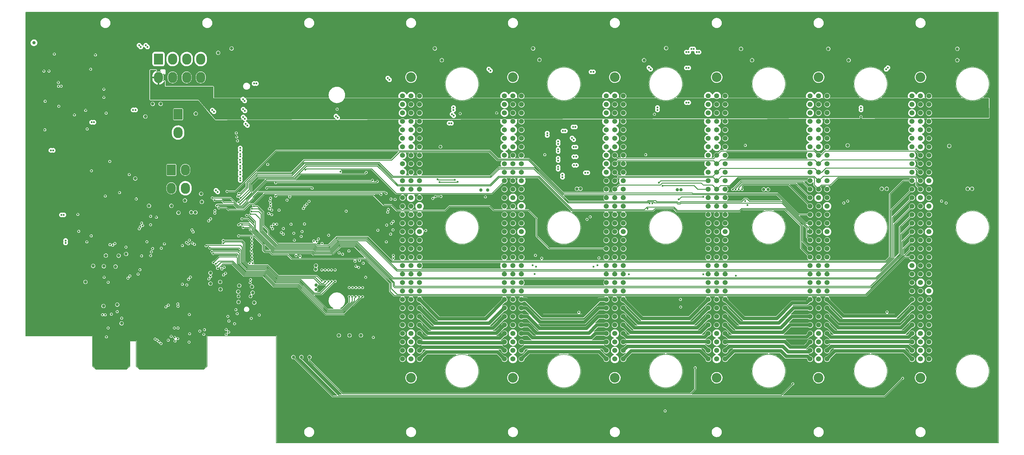
<source format=gbr>
G04 #@! TF.GenerationSoftware,KiCad,Pcbnew,6.0.7-f9a2dced07~116~ubuntu22.04.1*
G04 #@! TF.CreationDate,2023-05-31T10:56:09+01:00*
G04 #@! TF.ProjectId,hiltop_backplane_brd,68696c74-6f70-45f6-9261-636b706c616e,A*
G04 #@! TF.SameCoordinates,Original*
G04 #@! TF.FileFunction,Copper,L4,Inr*
G04 #@! TF.FilePolarity,Positive*
%FSLAX46Y46*%
G04 Gerber Fmt 4.6, Leading zero omitted, Abs format (unit mm)*
G04 Created by KiCad (PCBNEW 6.0.7-f9a2dced07~116~ubuntu22.04.1) date 2023-05-31 10:56:09*
%MOMM*%
%LPD*%
G01*
G04 APERTURE LIST*
G04 Aperture macros list*
%AMRoundRect*
0 Rectangle with rounded corners*
0 $1 Rounding radius*
0 $2 $3 $4 $5 $6 $7 $8 $9 X,Y pos of 4 corners*
0 Add a 4 corners polygon primitive as box body*
4,1,4,$2,$3,$4,$5,$6,$7,$8,$9,$2,$3,0*
0 Add four circle primitives for the rounded corners*
1,1,$1+$1,$2,$3*
1,1,$1+$1,$4,$5*
1,1,$1+$1,$6,$7*
1,1,$1+$1,$8,$9*
0 Add four rect primitives between the rounded corners*
20,1,$1+$1,$2,$3,$4,$5,0*
20,1,$1+$1,$4,$5,$6,$7,0*
20,1,$1+$1,$6,$7,$8,$9,0*
20,1,$1+$1,$8,$9,$2,$3,0*%
G04 Aperture macros list end*
G04 #@! TA.AperFunction,Profile*
%ADD10C,0.150000*%
G04 #@! TD*
G04 #@! TA.AperFunction,ComponentPad*
%ADD11C,2.900680*%
G04 #@! TD*
G04 #@! TA.AperFunction,ComponentPad*
%ADD12C,1.501140*%
G04 #@! TD*
G04 #@! TA.AperFunction,ComponentPad*
%ADD13RoundRect,0.250001X-1.099999X-1.399999X1.099999X-1.399999X1.099999X1.399999X-1.099999X1.399999X0*%
G04 #@! TD*
G04 #@! TA.AperFunction,ComponentPad*
%ADD14O,2.700000X3.300000*%
G04 #@! TD*
G04 #@! TA.AperFunction,ComponentPad*
%ADD15C,1.000000*%
G04 #@! TD*
G04 #@! TA.AperFunction,ViaPad*
%ADD16C,0.600000*%
G04 #@! TD*
G04 #@! TA.AperFunction,ViaPad*
%ADD17C,0.800000*%
G04 #@! TD*
G04 #@! TA.AperFunction,ViaPad*
%ADD18C,1.000000*%
G04 #@! TD*
G04 #@! TA.AperFunction,Conductor*
%ADD19C,0.250000*%
G04 #@! TD*
G04 #@! TA.AperFunction,Conductor*
%ADD20C,1.000000*%
G04 #@! TD*
G04 APERTURE END LIST*
D10*
X179840000Y-50700000D02*
G75*
G03*
X179840000Y-50700000I-5000000J0D01*
G01*
X210320000Y-50700000D02*
G75*
G03*
X210320000Y-50700000I-5000000J0D01*
G01*
X240800000Y-50700000D02*
G75*
G03*
X240800000Y-50700000I-5000000J0D01*
G01*
X210320000Y-93700000D02*
G75*
G03*
X210320000Y-93700000I-5000000J0D01*
G01*
X240800000Y-93700000D02*
G75*
G03*
X240800000Y-93700000I-5000000J0D01*
G01*
X179840000Y-136700000D02*
G75*
G03*
X179840000Y-136700000I-5000000J0D01*
G01*
X210320000Y-136700000D02*
G75*
G03*
X210320000Y-136700000I-5000000J0D01*
G01*
X240800000Y-136700000D02*
G75*
G03*
X240800000Y-136700000I-5000000J0D01*
G01*
X179840000Y-93700000D02*
G75*
G03*
X179840000Y-93700000I-5000000J0D01*
G01*
X271600000Y-136700000D02*
G75*
G03*
X271600000Y-136700000I-5000000J0D01*
G01*
X65300000Y-136200000D02*
X74500000Y-136200000D01*
X75500000Y-135200000D02*
X75500000Y-127700000D01*
X98600000Y-126200000D02*
X119300000Y-126200000D01*
X302080000Y-136700000D02*
G75*
G03*
X302080000Y-136700000I-5000000J0D01*
G01*
X332560000Y-93700000D02*
G75*
G03*
X332560000Y-93700000I-5000000J0D01*
G01*
X75500000Y-135200000D02*
X74500000Y-136200000D01*
X97600000Y-136200000D02*
X98600000Y-135200000D01*
X332560000Y-50700000D02*
G75*
G03*
X332560000Y-50700000I-5000000J0D01*
G01*
X271600000Y-50700000D02*
G75*
G03*
X271600000Y-50700000I-5000000J0D01*
G01*
X302080000Y-93700000D02*
G75*
G03*
X302080000Y-93700000I-5000000J0D01*
G01*
X44300000Y-29200000D02*
X335300000Y-29200000D01*
X64300000Y-135200000D02*
X64300000Y-126200000D01*
X271600000Y-93700000D02*
G75*
G03*
X271600000Y-93700000I-5000000J0D01*
G01*
X332560000Y-136700000D02*
G75*
G03*
X332560000Y-136700000I-5000000J0D01*
G01*
X77400000Y-135200000D02*
X78400000Y-136200000D01*
X119300000Y-136200000D02*
X119300000Y-158200000D01*
X44300000Y-126200000D02*
X44300000Y-29200000D01*
X119300000Y-126200000D02*
X119300000Y-136200000D01*
X78400000Y-136200000D02*
X97600000Y-136200000D01*
X64300000Y-135200000D02*
X65300000Y-136200000D01*
X75500000Y-127700000D02*
X77400000Y-127700000D01*
X98600000Y-135200000D02*
X98600000Y-127700000D01*
X335300000Y-29200000D02*
X335300000Y-158200000D01*
X302080000Y-50700000D02*
G75*
G03*
X302080000Y-50700000I-5000000J0D01*
G01*
X98600000Y-127700000D02*
X98600000Y-126200000D01*
X335300000Y-158200000D02*
X119300000Y-158200000D01*
X77400000Y-127700000D02*
X77400000Y-135200000D01*
X64300000Y-126200000D02*
X44300000Y-126200000D01*
D11*
X159600000Y-48703900D03*
X159600000Y-138696100D03*
D12*
X157060000Y-54330000D03*
X159600000Y-54330000D03*
X162140000Y-54330000D03*
X157060000Y-56870000D03*
X159600000Y-56870000D03*
X162140000Y-56870000D03*
X157060000Y-59410000D03*
X159600000Y-59410000D03*
X162140000Y-59410000D03*
X157060000Y-61950000D03*
X159600000Y-61950000D03*
X162140000Y-61950000D03*
X157060000Y-64490000D03*
X159600000Y-64490000D03*
X162140000Y-64490000D03*
X157060000Y-67030000D03*
X159600000Y-67030000D03*
X162140000Y-67030000D03*
X157060000Y-69570000D03*
X159600000Y-69570000D03*
X162140000Y-69570000D03*
X157060000Y-72110000D03*
X159600000Y-72110000D03*
X162140000Y-72110000D03*
X157060000Y-74650000D03*
X159600000Y-74650000D03*
X162140000Y-74650000D03*
X157060000Y-77190000D03*
X159600000Y-77190000D03*
X162140000Y-77190000D03*
X157060000Y-79730000D03*
X159600000Y-79730000D03*
X162140000Y-79730000D03*
X157060000Y-82270000D03*
X159600000Y-82270000D03*
X162140000Y-82270000D03*
X157060000Y-84810000D03*
X159600000Y-84810000D03*
X162140000Y-84810000D03*
X157060000Y-87350000D03*
X159600000Y-87350000D03*
X162140000Y-87350000D03*
X157060000Y-89890000D03*
X159600000Y-89890000D03*
X162140000Y-89890000D03*
X157060000Y-92430000D03*
X159600000Y-92430000D03*
X162140000Y-92430000D03*
X157060000Y-94970000D03*
X159600000Y-94970000D03*
X162140000Y-94970000D03*
X157060000Y-97510000D03*
X159600000Y-97510000D03*
X162140000Y-97510000D03*
X157060000Y-100050000D03*
X159600000Y-100050000D03*
X162140000Y-100050000D03*
X157060000Y-102590000D03*
X159600000Y-102590000D03*
X162140000Y-102590000D03*
X157060000Y-105130000D03*
X159600000Y-105130000D03*
X162140000Y-105130000D03*
X157060000Y-107670000D03*
X159600000Y-107670000D03*
X162140000Y-107670000D03*
X157060000Y-110210000D03*
X159600000Y-110210000D03*
X162140000Y-110210000D03*
X157060000Y-112750000D03*
X159600000Y-112750000D03*
X162140000Y-112750000D03*
X157060000Y-115290000D03*
X159600000Y-115290000D03*
X162140000Y-115290000D03*
X157060000Y-117830000D03*
X159600000Y-117830000D03*
X162140000Y-117830000D03*
X157060000Y-120370000D03*
X159600000Y-120370000D03*
X162140000Y-120370000D03*
X157060000Y-122910000D03*
X159600000Y-122910000D03*
X162140000Y-122910000D03*
X157060000Y-125450000D03*
X159600000Y-125450000D03*
X162140000Y-125450000D03*
X157060000Y-127990000D03*
X159600000Y-127990000D03*
X162140000Y-127990000D03*
X157060000Y-130530000D03*
X159600000Y-130530000D03*
X162140000Y-130530000D03*
X157060000Y-133070000D03*
X159600000Y-133070000D03*
X162140000Y-133070000D03*
D11*
X190080000Y-138696100D03*
X190080000Y-48703900D03*
D12*
X187540000Y-54330000D03*
X190080000Y-54330000D03*
X192620000Y-54330000D03*
X187540000Y-56870000D03*
X190080000Y-56870000D03*
X192620000Y-56870000D03*
X187540000Y-59410000D03*
X190080000Y-59410000D03*
X192620000Y-59410000D03*
X187540000Y-61950000D03*
X190080000Y-61950000D03*
X192620000Y-61950000D03*
X187540000Y-64490000D03*
X190080000Y-64490000D03*
X192620000Y-64490000D03*
X187540000Y-67030000D03*
X190080000Y-67030000D03*
X192620000Y-67030000D03*
X187540000Y-69570000D03*
X190080000Y-69570000D03*
X192620000Y-69570000D03*
X187540000Y-72110000D03*
X190080000Y-72110000D03*
X192620000Y-72110000D03*
X187540000Y-74650000D03*
X190080000Y-74650000D03*
X192620000Y-74650000D03*
X187540000Y-77190000D03*
X190080000Y-77190000D03*
X192620000Y-77190000D03*
X187540000Y-79730000D03*
X190080000Y-79730000D03*
X192620000Y-79730000D03*
X187540000Y-82270000D03*
X190080000Y-82270000D03*
X192620000Y-82270000D03*
X187540000Y-84810000D03*
X190080000Y-84810000D03*
X192620000Y-84810000D03*
X187540000Y-87350000D03*
X190080000Y-87350000D03*
X192620000Y-87350000D03*
X187540000Y-89890000D03*
X190080000Y-89890000D03*
X192620000Y-89890000D03*
X187540000Y-92430000D03*
X190080000Y-92430000D03*
X192620000Y-92430000D03*
X187540000Y-94970000D03*
X190080000Y-94970000D03*
X192620000Y-94970000D03*
X187540000Y-97510000D03*
X190080000Y-97510000D03*
X192620000Y-97510000D03*
X187540000Y-100050000D03*
X190080000Y-100050000D03*
X192620000Y-100050000D03*
X187540000Y-102590000D03*
X190080000Y-102590000D03*
X192620000Y-102590000D03*
X187540000Y-105130000D03*
X190080000Y-105130000D03*
X192620000Y-105130000D03*
X187540000Y-107670000D03*
X190080000Y-107670000D03*
X192620000Y-107670000D03*
X187540000Y-110210000D03*
X190080000Y-110210000D03*
X192620000Y-110210000D03*
X187540000Y-112750000D03*
X190080000Y-112750000D03*
X192620000Y-112750000D03*
X187540000Y-115290000D03*
X190080000Y-115290000D03*
X192620000Y-115290000D03*
X187540000Y-117830000D03*
X190080000Y-117830000D03*
X192620000Y-117830000D03*
X187540000Y-120370000D03*
X190080000Y-120370000D03*
X192620000Y-120370000D03*
X187540000Y-122910000D03*
X190080000Y-122910000D03*
X192620000Y-122910000D03*
X187540000Y-125450000D03*
X190080000Y-125450000D03*
X192620000Y-125450000D03*
X187540000Y-127990000D03*
X190080000Y-127990000D03*
X192620000Y-127990000D03*
X187540000Y-130530000D03*
X190080000Y-130530000D03*
X192620000Y-130530000D03*
X187540000Y-133070000D03*
X190080000Y-133070000D03*
X192620000Y-133070000D03*
D11*
X220560000Y-48703900D03*
X220560000Y-138696100D03*
D12*
X218020000Y-54330000D03*
X220560000Y-54330000D03*
X223100000Y-54330000D03*
X218020000Y-56870000D03*
X220560000Y-56870000D03*
X223100000Y-56870000D03*
X218020000Y-59410000D03*
X220560000Y-59410000D03*
X223100000Y-59410000D03*
X218020000Y-61950000D03*
X220560000Y-61950000D03*
X223100000Y-61950000D03*
X218020000Y-64490000D03*
X220560000Y-64490000D03*
X223100000Y-64490000D03*
X218020000Y-67030000D03*
X220560000Y-67030000D03*
X223100000Y-67030000D03*
X218020000Y-69570000D03*
X220560000Y-69570000D03*
X223100000Y-69570000D03*
X218020000Y-72110000D03*
X220560000Y-72110000D03*
X223100000Y-72110000D03*
X218020000Y-74650000D03*
X220560000Y-74650000D03*
X223100000Y-74650000D03*
X218020000Y-77190000D03*
X220560000Y-77190000D03*
X223100000Y-77190000D03*
X218020000Y-79730000D03*
X220560000Y-79730000D03*
X223100000Y-79730000D03*
X218020000Y-82270000D03*
X220560000Y-82270000D03*
X223100000Y-82270000D03*
X218020000Y-84810000D03*
X220560000Y-84810000D03*
X223100000Y-84810000D03*
X218020000Y-87350000D03*
X220560000Y-87350000D03*
X223100000Y-87350000D03*
X218020000Y-89890000D03*
X220560000Y-89890000D03*
X223100000Y-89890000D03*
X218020000Y-92430000D03*
X220560000Y-92430000D03*
X223100000Y-92430000D03*
X218020000Y-94970000D03*
X220560000Y-94970000D03*
X223100000Y-94970000D03*
X218020000Y-97510000D03*
X220560000Y-97510000D03*
X223100000Y-97510000D03*
X218020000Y-100050000D03*
X220560000Y-100050000D03*
X223100000Y-100050000D03*
X218020000Y-102590000D03*
X220560000Y-102590000D03*
X223100000Y-102590000D03*
X218020000Y-105130000D03*
X220560000Y-105130000D03*
X223100000Y-105130000D03*
X218020000Y-107670000D03*
X220560000Y-107670000D03*
X223100000Y-107670000D03*
X218020000Y-110210000D03*
X220560000Y-110210000D03*
X223100000Y-110210000D03*
X218020000Y-112750000D03*
X220560000Y-112750000D03*
X223100000Y-112750000D03*
X218020000Y-115290000D03*
X220560000Y-115290000D03*
X223100000Y-115290000D03*
X218020000Y-117830000D03*
X220560000Y-117830000D03*
X223100000Y-117830000D03*
X218020000Y-120370000D03*
X220560000Y-120370000D03*
X223100000Y-120370000D03*
X218020000Y-122910000D03*
X220560000Y-122910000D03*
X223100000Y-122910000D03*
X218020000Y-125450000D03*
X220560000Y-125450000D03*
X223100000Y-125450000D03*
X218020000Y-127990000D03*
X220560000Y-127990000D03*
X223100000Y-127990000D03*
X218020000Y-130530000D03*
X220560000Y-130530000D03*
X223100000Y-130530000D03*
X218020000Y-133070000D03*
X220560000Y-133070000D03*
X223100000Y-133070000D03*
D13*
X84074000Y-43268000D03*
D14*
X88274000Y-43268000D03*
X92474000Y-43268000D03*
X96674000Y-43268000D03*
X84074000Y-48768000D03*
X88274000Y-48768000D03*
X92474000Y-48768000D03*
X96674000Y-48768000D03*
D13*
X89916000Y-59778000D03*
D14*
X89916000Y-65278000D03*
D13*
X87884000Y-76454000D03*
D14*
X92084000Y-76454000D03*
X87884000Y-81954000D03*
X92084000Y-81954000D03*
D15*
X67600000Y-117200000D03*
X71700000Y-116800000D03*
X62200000Y-110000000D03*
X73000000Y-122400000D03*
X138000000Y-126000000D03*
X141200000Y-126000000D03*
X144600000Y-126000000D03*
X68300000Y-102100000D03*
X67700000Y-105300000D03*
X64500000Y-105200000D03*
X71200000Y-105400000D03*
X102600000Y-112200000D03*
X102500000Y-110000000D03*
X99600000Y-110500000D03*
X77090000Y-79040000D03*
X99600000Y-107300000D03*
X81200000Y-87200000D03*
X72130000Y-102140000D03*
X74350000Y-101620000D03*
X46800000Y-38400000D03*
X101900000Y-41400000D03*
X95200000Y-59600000D03*
X82300000Y-56700000D03*
X84700000Y-56700000D03*
X80120000Y-60470000D03*
X87900000Y-87200000D03*
X96800000Y-83600000D03*
X97010000Y-86030000D03*
X124400000Y-132500000D03*
D11*
X251040000Y-138696100D03*
X251040000Y-48703900D03*
D12*
X248500000Y-54330000D03*
X251040000Y-54330000D03*
X253580000Y-54330000D03*
X248500000Y-56870000D03*
X251040000Y-56870000D03*
X253580000Y-56870000D03*
X248500000Y-59410000D03*
X251040000Y-59410000D03*
X253580000Y-59410000D03*
X248500000Y-61950000D03*
X251040000Y-61950000D03*
X253580000Y-61950000D03*
X248500000Y-64490000D03*
X251040000Y-64490000D03*
X253580000Y-64490000D03*
X248500000Y-67030000D03*
X251040000Y-67030000D03*
X253580000Y-67030000D03*
X248500000Y-69570000D03*
X251040000Y-69570000D03*
X253580000Y-69570000D03*
X248500000Y-72110000D03*
X251040000Y-72110000D03*
X253580000Y-72110000D03*
X248500000Y-74650000D03*
X251040000Y-74650000D03*
X253580000Y-74650000D03*
X248500000Y-77190000D03*
X251040000Y-77190000D03*
X253580000Y-77190000D03*
X248500000Y-79730000D03*
X251040000Y-79730000D03*
X253580000Y-79730000D03*
X248500000Y-82270000D03*
X251040000Y-82270000D03*
X253580000Y-82270000D03*
X248500000Y-84810000D03*
X251040000Y-84810000D03*
X253580000Y-84810000D03*
X248500000Y-87350000D03*
X251040000Y-87350000D03*
X253580000Y-87350000D03*
X248500000Y-89890000D03*
X251040000Y-89890000D03*
X253580000Y-89890000D03*
X248500000Y-92430000D03*
X251040000Y-92430000D03*
X253580000Y-92430000D03*
X248500000Y-94970000D03*
X251040000Y-94970000D03*
X253580000Y-94970000D03*
X248500000Y-97510000D03*
X251040000Y-97510000D03*
X253580000Y-97510000D03*
X248500000Y-100050000D03*
X251040000Y-100050000D03*
X253580000Y-100050000D03*
X248500000Y-102590000D03*
X251040000Y-102590000D03*
X253580000Y-102590000D03*
X248500000Y-105130000D03*
X251040000Y-105130000D03*
X253580000Y-105130000D03*
X248500000Y-107670000D03*
X251040000Y-107670000D03*
X253580000Y-107670000D03*
X248500000Y-110210000D03*
X251040000Y-110210000D03*
X253580000Y-110210000D03*
X248500000Y-112750000D03*
X251040000Y-112750000D03*
X253580000Y-112750000D03*
X248500000Y-115290000D03*
X251040000Y-115290000D03*
X253580000Y-115290000D03*
X248500000Y-117830000D03*
X251040000Y-117830000D03*
X253580000Y-117830000D03*
X248500000Y-120370000D03*
X251040000Y-120370000D03*
X253580000Y-120370000D03*
X248500000Y-122910000D03*
X251040000Y-122910000D03*
X253580000Y-122910000D03*
X248500000Y-125450000D03*
X251040000Y-125450000D03*
X253580000Y-125450000D03*
X248500000Y-127990000D03*
X251040000Y-127990000D03*
X253580000Y-127990000D03*
X248500000Y-130530000D03*
X251040000Y-130530000D03*
X253580000Y-130530000D03*
X248500000Y-133070000D03*
X251040000Y-133070000D03*
X253580000Y-133070000D03*
D15*
X129200000Y-132500000D03*
D11*
X312000000Y-138696100D03*
X312000000Y-48703900D03*
D12*
X309460000Y-54330000D03*
X312000000Y-54330000D03*
X314540000Y-54330000D03*
X309460000Y-56870000D03*
X312000000Y-56870000D03*
X314540000Y-56870000D03*
X309460000Y-59410000D03*
X312000000Y-59410000D03*
X314540000Y-59410000D03*
X309460000Y-61950000D03*
X312000000Y-61950000D03*
X314540000Y-61950000D03*
X309460000Y-64490000D03*
X312000000Y-64490000D03*
X314540000Y-64490000D03*
X309460000Y-67030000D03*
X312000000Y-67030000D03*
X314540000Y-67030000D03*
X309460000Y-69570000D03*
X312000000Y-69570000D03*
X314540000Y-69570000D03*
X309460000Y-72110000D03*
X312000000Y-72110000D03*
X314540000Y-72110000D03*
X309460000Y-74650000D03*
X312000000Y-74650000D03*
X314540000Y-74650000D03*
X309460000Y-77190000D03*
X312000000Y-77190000D03*
X314540000Y-77190000D03*
X309460000Y-79730000D03*
X312000000Y-79730000D03*
X314540000Y-79730000D03*
X309460000Y-82270000D03*
X312000000Y-82270000D03*
X314540000Y-82270000D03*
X309460000Y-84810000D03*
X312000000Y-84810000D03*
X314540000Y-84810000D03*
X309460000Y-87350000D03*
X312000000Y-87350000D03*
X314540000Y-87350000D03*
X309460000Y-89890000D03*
X312000000Y-89890000D03*
X314540000Y-89890000D03*
X309460000Y-92430000D03*
X312000000Y-92430000D03*
X314540000Y-92430000D03*
X309460000Y-94970000D03*
X312000000Y-94970000D03*
X314540000Y-94970000D03*
X309460000Y-97510000D03*
X312000000Y-97510000D03*
X314540000Y-97510000D03*
X309460000Y-100050000D03*
X312000000Y-100050000D03*
X314540000Y-100050000D03*
X309460000Y-102590000D03*
X312000000Y-102590000D03*
X314540000Y-102590000D03*
X309460000Y-105130000D03*
X312000000Y-105130000D03*
X314540000Y-105130000D03*
X309460000Y-107670000D03*
X312000000Y-107670000D03*
X314540000Y-107670000D03*
X309460000Y-110210000D03*
X312000000Y-110210000D03*
X314540000Y-110210000D03*
X309460000Y-112750000D03*
X312000000Y-112750000D03*
X314540000Y-112750000D03*
X309460000Y-115290000D03*
X312000000Y-115290000D03*
X314540000Y-115290000D03*
X309460000Y-117830000D03*
X312000000Y-117830000D03*
X314540000Y-117830000D03*
X309460000Y-120370000D03*
X312000000Y-120370000D03*
X314540000Y-120370000D03*
X309460000Y-122910000D03*
X312000000Y-122910000D03*
X314540000Y-122910000D03*
X309460000Y-125450000D03*
X312000000Y-125450000D03*
X314540000Y-125450000D03*
X309460000Y-127990000D03*
X312000000Y-127990000D03*
X314540000Y-127990000D03*
X309460000Y-130530000D03*
X312000000Y-130530000D03*
X314540000Y-130530000D03*
X309460000Y-133070000D03*
X312000000Y-133070000D03*
X314540000Y-133070000D03*
D11*
X281520000Y-138696100D03*
X281520000Y-48703900D03*
D12*
X278980000Y-54330000D03*
X281520000Y-54330000D03*
X284060000Y-54330000D03*
X278980000Y-56870000D03*
X281520000Y-56870000D03*
X284060000Y-56870000D03*
X278980000Y-59410000D03*
X281520000Y-59410000D03*
X284060000Y-59410000D03*
X278980000Y-61950000D03*
X281520000Y-61950000D03*
X284060000Y-61950000D03*
X278980000Y-64490000D03*
X281520000Y-64490000D03*
X284060000Y-64490000D03*
X278980000Y-67030000D03*
X281520000Y-67030000D03*
X284060000Y-67030000D03*
X278980000Y-69570000D03*
X281520000Y-69570000D03*
X284060000Y-69570000D03*
X278980000Y-72110000D03*
X281520000Y-72110000D03*
X284060000Y-72110000D03*
X278980000Y-74650000D03*
X281520000Y-74650000D03*
X284060000Y-74650000D03*
X278980000Y-77190000D03*
X281520000Y-77190000D03*
X284060000Y-77190000D03*
X278980000Y-79730000D03*
X281520000Y-79730000D03*
X284060000Y-79730000D03*
X278980000Y-82270000D03*
X281520000Y-82270000D03*
X284060000Y-82270000D03*
X278980000Y-84810000D03*
X281520000Y-84810000D03*
X284060000Y-84810000D03*
X278980000Y-87350000D03*
X281520000Y-87350000D03*
X284060000Y-87350000D03*
X278980000Y-89890000D03*
X281520000Y-89890000D03*
X284060000Y-89890000D03*
X278980000Y-92430000D03*
X281520000Y-92430000D03*
X284060000Y-92430000D03*
X278980000Y-94970000D03*
X281520000Y-94970000D03*
X284060000Y-94970000D03*
X278980000Y-97510000D03*
X281520000Y-97510000D03*
X284060000Y-97510000D03*
X278980000Y-100050000D03*
X281520000Y-100050000D03*
X284060000Y-100050000D03*
X278980000Y-102590000D03*
X281520000Y-102590000D03*
X284060000Y-102590000D03*
X278980000Y-105130000D03*
X281520000Y-105130000D03*
X284060000Y-105130000D03*
X278980000Y-107670000D03*
X281520000Y-107670000D03*
X284060000Y-107670000D03*
X278980000Y-110210000D03*
X281520000Y-110210000D03*
X284060000Y-110210000D03*
X278980000Y-112750000D03*
X281520000Y-112750000D03*
X284060000Y-112750000D03*
X278980000Y-115290000D03*
X281520000Y-115290000D03*
X284060000Y-115290000D03*
X278980000Y-117830000D03*
X281520000Y-117830000D03*
X284060000Y-117830000D03*
X278980000Y-120370000D03*
X281520000Y-120370000D03*
X284060000Y-120370000D03*
X278980000Y-122910000D03*
X281520000Y-122910000D03*
X284060000Y-122910000D03*
X278980000Y-125450000D03*
X281520000Y-125450000D03*
X284060000Y-125450000D03*
X278980000Y-127990000D03*
X281520000Y-127990000D03*
X284060000Y-127990000D03*
X278980000Y-130530000D03*
X281520000Y-130530000D03*
X284060000Y-130530000D03*
X278980000Y-133070000D03*
X281520000Y-133070000D03*
X284060000Y-133070000D03*
D15*
X126800000Y-132500000D03*
D16*
X82500000Y-32000000D03*
X72500000Y-32000000D03*
X62500000Y-32000000D03*
X92500000Y-32000000D03*
X102500000Y-32000000D03*
X112500000Y-32000000D03*
X125000000Y-32000000D03*
X135000000Y-32000000D03*
X145000000Y-32000000D03*
X155000000Y-32000000D03*
X165000000Y-32000000D03*
X175000000Y-32000000D03*
X185000000Y-32000000D03*
X195000000Y-32000000D03*
X215000000Y-32000000D03*
X205000000Y-32000000D03*
X236000000Y-32000000D03*
X232500000Y-77500000D03*
X238300000Y-76800000D03*
X234700000Y-145400000D03*
X240000000Y-142500000D03*
X247000000Y-155000000D03*
X225000000Y-155000000D03*
X236000000Y-155000000D03*
X215000000Y-155000000D03*
X195000000Y-155000000D03*
X205000000Y-155000000D03*
X185000000Y-155000000D03*
X165000000Y-155000000D03*
X177500000Y-155000000D03*
X152500000Y-155000000D03*
X132500000Y-155000000D03*
X142500000Y-155000000D03*
X122500000Y-155000000D03*
X122200000Y-129000000D03*
X142500000Y-140000000D03*
X122500000Y-140000000D03*
X60000000Y-120000000D03*
X65070000Y-119100000D03*
X60000000Y-125000000D03*
X52500000Y-125000000D03*
X45000000Y-125000000D03*
X45000000Y-117500000D03*
X45000000Y-110000000D03*
X47500000Y-100000000D03*
X47500000Y-82500000D03*
X47500000Y-72500000D03*
X47500000Y-65000000D03*
X47500000Y-57500000D03*
X45000000Y-57500000D03*
X45000000Y-65000000D03*
X45000000Y-82500000D03*
X45000000Y-100000000D03*
X57500000Y-117500000D03*
X60000000Y-107500000D03*
X55000000Y-100000000D03*
X47500000Y-80000000D03*
X100200000Y-61370000D03*
X85000000Y-62500000D03*
X85000000Y-70000000D03*
X92500000Y-70000000D03*
X84600000Y-87600000D03*
X97900000Y-81700000D03*
X170000000Y-97500000D03*
X167500000Y-92500000D03*
X180000000Y-97500000D03*
X170000000Y-105000000D03*
X180000000Y-105000000D03*
X175500000Y-116600000D03*
X200000000Y-110600000D03*
X212300000Y-110500000D03*
X217500000Y-142500000D03*
X225000000Y-142500000D03*
X102500000Y-70000000D03*
X75000000Y-67500000D03*
X61976000Y-53086000D03*
X60506000Y-51616000D03*
X63446000Y-51616000D03*
X60506000Y-54556000D03*
X63446000Y-54556000D03*
X69450000Y-89770000D03*
X75000000Y-89770000D03*
X69450000Y-95650000D03*
X75000000Y-95650000D03*
X54600000Y-97380000D03*
X179900000Y-142390000D03*
X186500000Y-147600000D03*
X193200000Y-142200000D03*
X72390000Y-92710000D03*
X185200000Y-59400000D03*
X51400000Y-42600000D03*
X75350000Y-81110000D03*
X62000000Y-102000000D03*
X206400000Y-75000000D03*
X104750000Y-87370000D03*
X92057984Y-127242016D03*
X116900000Y-101900000D03*
X116110000Y-102050000D03*
X91600000Y-113800000D03*
D17*
X128800000Y-115800000D03*
D16*
X123900000Y-102000000D03*
X277000000Y-155000000D03*
X297000000Y-155000000D03*
X277300000Y-81800000D03*
X133600000Y-61900000D03*
X260000000Y-72000000D03*
X211500000Y-54540000D03*
X112600000Y-71900000D03*
X295000000Y-114800000D03*
X49200000Y-54400000D03*
X206030000Y-69430000D03*
X149200000Y-97200000D03*
X80000000Y-96550000D03*
X104740000Y-85570000D03*
X67175000Y-84000000D03*
X111600000Y-76500000D03*
X110400000Y-99900000D03*
X208400000Y-119000000D03*
X148200000Y-112400000D03*
X325000000Y-32000000D03*
X104670000Y-74940000D03*
X110400000Y-103500000D03*
X225000000Y-32000000D03*
X78080000Y-95480000D03*
X317000000Y-155000000D03*
X94155191Y-128113421D03*
X80100000Y-113600000D03*
X74980000Y-87270000D03*
X111400000Y-74700000D03*
X73020000Y-85550000D03*
X50000000Y-51400000D03*
X90190000Y-128119986D03*
X62080000Y-86090000D03*
X64490000Y-47550000D03*
X117300000Y-104624500D03*
X111600000Y-72700000D03*
X116400000Y-99924501D03*
X205700000Y-79800000D03*
X205390000Y-67050000D03*
X241000000Y-90000000D03*
X63220000Y-90270000D03*
X104700000Y-71150000D03*
X72330000Y-73910000D03*
X203800000Y-122899500D03*
X212368761Y-117368761D03*
X290800000Y-115600000D03*
X204470000Y-62200000D03*
X112780006Y-112300010D03*
X278000000Y-32000000D03*
X110400000Y-98200000D03*
X78910000Y-91070000D03*
D17*
X132400000Y-111800000D03*
D16*
X174290000Y-59580000D03*
X304400000Y-133900000D03*
X267000000Y-32000000D03*
X104600000Y-91000000D03*
X98124980Y-127902103D03*
X111699998Y-115200000D03*
X59200000Y-42800000D03*
X155150000Y-45870000D03*
X116094000Y-89486000D03*
X180800000Y-46100000D03*
X104730000Y-69390000D03*
X296800000Y-122800000D03*
X65500000Y-66110000D03*
X239100000Y-66500000D03*
X230700000Y-47800000D03*
X70600000Y-65400000D03*
X104580000Y-92880000D03*
X62820000Y-66380000D03*
X104760000Y-107160000D03*
X62230000Y-82880000D03*
X333000000Y-155000000D03*
X112682461Y-114100022D03*
X63980000Y-125060000D03*
X308000000Y-155000000D03*
X104620000Y-96300000D03*
X63000000Y-74000000D03*
X71600000Y-60600000D03*
X70220000Y-128240000D03*
X333000000Y-119000000D03*
X116422375Y-92972375D03*
X101200000Y-124800000D03*
X290800000Y-93100000D03*
X239900000Y-119500000D03*
X147500000Y-107300000D03*
X116000000Y-110100000D03*
X116003998Y-87686000D03*
X255000000Y-155000000D03*
X119600000Y-96574500D03*
X294200000Y-60500000D03*
X72950000Y-98170000D03*
X66790000Y-93485010D03*
X211200000Y-46900000D03*
X67440000Y-128220000D03*
X113400000Y-46400000D03*
X308000000Y-32000000D03*
X65420000Y-86210000D03*
X104070000Y-62180000D03*
X333000000Y-61000000D03*
X45000000Y-32000000D03*
X115996000Y-84086000D03*
X56000000Y-74600000D03*
X104800000Y-115000000D03*
X242200000Y-132400000D03*
X50800000Y-57400000D03*
X269400000Y-146100000D03*
X103900000Y-76570000D03*
X104680000Y-72670000D03*
X285000000Y-32000000D03*
X61700000Y-64200000D03*
X333000000Y-140000000D03*
X333000000Y-76000000D03*
X261500000Y-119100000D03*
X199000000Y-93600000D03*
X150700000Y-80100000D03*
X211000000Y-85000000D03*
X104700000Y-112000000D03*
X316000000Y-49000000D03*
X205200000Y-123000000D03*
X284400000Y-50800000D03*
X112900000Y-84700000D03*
X202400000Y-123000000D03*
X69000000Y-113000000D03*
X224800000Y-147800000D03*
X104700000Y-113600000D03*
X238150000Y-114950000D03*
X71150000Y-46050000D03*
X316000000Y-32000000D03*
X206090000Y-72000000D03*
X73240000Y-128180000D03*
X293400000Y-142500000D03*
X81674990Y-129100000D03*
X259800000Y-94000000D03*
X247000000Y-32000000D03*
X206500000Y-148400000D03*
X104080000Y-63930000D03*
X301600000Y-80500000D03*
X109800000Y-120800000D03*
X232400000Y-59800000D03*
X300200000Y-119200000D03*
X333000000Y-44000000D03*
X103800000Y-93300000D03*
X295600000Y-122800500D03*
X70357994Y-101697994D03*
X104670000Y-105330000D03*
X228400000Y-93600000D03*
X70600000Y-51800000D03*
X58300000Y-62700000D03*
X333000000Y-32000000D03*
X116100000Y-94800000D03*
X303200000Y-115000000D03*
X203110000Y-114860000D03*
X107820000Y-109650000D03*
X224400000Y-49800000D03*
X295400000Y-148200000D03*
X169630000Y-64560000D03*
X63080000Y-96190000D03*
X301700000Y-69700000D03*
X70130000Y-70460000D03*
X87194635Y-128129546D03*
X74500000Y-128040000D03*
X293800000Y-122800000D03*
X116046000Y-85886000D03*
X117100000Y-70000000D03*
X256000000Y-49000000D03*
X266000000Y-155000000D03*
X75434429Y-86354990D03*
X116850000Y-91250000D03*
X269300000Y-67200000D03*
X114860000Y-52740000D03*
X112990000Y-64290000D03*
X70500000Y-54800000D03*
X83751002Y-128491136D03*
X150400000Y-132000000D03*
X67490000Y-88240000D03*
X86300000Y-105800000D03*
X76700000Y-113600000D03*
X67710000Y-70190000D03*
X99100000Y-102250000D03*
X66740000Y-96900000D03*
X124200000Y-86600000D03*
X104050000Y-54430000D03*
X112600000Y-81900000D03*
X301800000Y-89600000D03*
X135000000Y-97100000D03*
X66310000Y-95470000D03*
X63420000Y-83120000D03*
X136000000Y-123400000D03*
X54400000Y-83600000D03*
X125900000Y-72400000D03*
X104590000Y-89130000D03*
X294800000Y-69700000D03*
X116090000Y-103875000D03*
X303900000Y-46000000D03*
X137490000Y-58280000D03*
X270700000Y-98500000D03*
X264500000Y-84700000D03*
X212000000Y-94000000D03*
X110400000Y-101800000D03*
X286000000Y-155000000D03*
X116090000Y-71440000D03*
X333000000Y-98000000D03*
X143000000Y-89000000D03*
X255000000Y-32000000D03*
X65860000Y-94260000D03*
X87300000Y-91000000D03*
X72200000Y-65400000D03*
X248800000Y-41000000D03*
X297000000Y-32000000D03*
X169500000Y-74300000D03*
X309200000Y-146600000D03*
X137000000Y-50800000D03*
X75650000Y-101090000D03*
X90940000Y-119680000D03*
X69530795Y-98826672D03*
X71000000Y-98469994D03*
X54940000Y-51390000D03*
X51308000Y-46880000D03*
X63920000Y-96190000D03*
X68130000Y-84290000D03*
X81675000Y-92874990D03*
X70347869Y-99003359D03*
X80580000Y-97960000D03*
X72400000Y-83260000D03*
X74320000Y-99570000D03*
X81696239Y-90363761D03*
X64050000Y-62200000D03*
X56250000Y-97600000D03*
X64750000Y-62200000D03*
X56250000Y-98300000D03*
X52550000Y-70600000D03*
X55015775Y-89916020D03*
X55715775Y-89916020D03*
X51850000Y-70600000D03*
X49784000Y-46880000D03*
X54130000Y-51400000D03*
X86275021Y-117485578D03*
X152150000Y-83475500D03*
X259600000Y-85800000D03*
X290214430Y-85785570D03*
X89876628Y-117269949D03*
X318285570Y-85785570D03*
X101450000Y-87100000D03*
X166100000Y-85000000D03*
X319650000Y-86350000D03*
X289050000Y-86350000D03*
X86995807Y-116934461D03*
X102080000Y-87800000D03*
X150600000Y-83800000D03*
X260200000Y-87000000D03*
X89831810Y-116571373D03*
X99043760Y-91713762D03*
X154270000Y-91870000D03*
X212233750Y-91266250D03*
X89870000Y-123790000D03*
X88790000Y-123780000D03*
X99647778Y-91109744D03*
X213200000Y-90500000D03*
X80747488Y-39647488D03*
X243450000Y-40223942D03*
X244150000Y-40223942D03*
X80252512Y-39152512D03*
X78747488Y-39647488D03*
X245050000Y-41202252D03*
X245750000Y-41202252D03*
X78252512Y-39152512D03*
X68985009Y-123783744D03*
X105045105Y-124987583D03*
X111800000Y-120900000D03*
X106800000Y-122500000D03*
X240250000Y-117500000D03*
X104311799Y-124254277D03*
X73025042Y-120825042D03*
X240200000Y-115250000D03*
X107600000Y-119500000D03*
X104300000Y-125700000D03*
X148300000Y-126600000D03*
X104800000Y-120300000D03*
X68459999Y-126440000D03*
X235600000Y-148600000D03*
X69955000Y-119655000D03*
X105103737Y-121689992D03*
X107200000Y-118311915D03*
X71700000Y-118900009D03*
X114200000Y-119900000D03*
X94825010Y-98769359D03*
X94130000Y-98340000D03*
X93200002Y-128000000D03*
X89800365Y-126963620D03*
X94413625Y-95024099D03*
X88898304Y-126632505D03*
X153740000Y-92460000D03*
X94051537Y-94425008D03*
X88991781Y-127674516D03*
X100870000Y-89410000D03*
X100930000Y-88650000D03*
X87846752Y-126295045D03*
X100790000Y-85500000D03*
X86966752Y-127459629D03*
X148050000Y-79550000D03*
X166850000Y-84450000D03*
X168561693Y-84419937D03*
X100130000Y-84820000D03*
X168150000Y-80100000D03*
X146200000Y-77200000D03*
X173500000Y-80000000D03*
X84801013Y-128438481D03*
X172700000Y-79400000D03*
X84174968Y-127901453D03*
X107700000Y-67750000D03*
X167500000Y-79300000D03*
X107450000Y-66600000D03*
X83649958Y-127424357D03*
X107300000Y-65400000D03*
X83034191Y-127091420D03*
X146019997Y-108604990D03*
X67300000Y-119810000D03*
X68100000Y-119850000D03*
D18*
X91948000Y-85598000D03*
D16*
X67700000Y-52300000D03*
X259600000Y-69100000D03*
X50140000Y-55890000D03*
D18*
X290200000Y-69100000D03*
D17*
X168400000Y-69500000D03*
D16*
X54210000Y-57400000D03*
X199600000Y-71900000D03*
X58900000Y-60000000D03*
D18*
X320600000Y-69300000D03*
D16*
X62250000Y-58650000D03*
X62600000Y-98010000D03*
X93270000Y-119740000D03*
X63990000Y-76700000D03*
X302000000Y-119000000D03*
X229800000Y-71900000D03*
D18*
X131170000Y-112290000D03*
D16*
X63760000Y-46300000D03*
X52899998Y-41776500D03*
X54098761Y-50261239D03*
X83410000Y-90650000D03*
X65200000Y-42050000D03*
X93350000Y-125520000D03*
X68390000Y-59460000D03*
X67700000Y-54749500D03*
X209800000Y-119074500D03*
X60198000Y-94842000D03*
X59930000Y-89800000D03*
X75300000Y-77850000D03*
X69460000Y-73910000D03*
X50050000Y-64450000D03*
X77396239Y-85153761D03*
X62700000Y-64200000D03*
D18*
X90020000Y-89270000D03*
X131200000Y-110900000D03*
X131140000Y-105125010D03*
X95095000Y-89175000D03*
X93860000Y-89150002D03*
X131078699Y-106223312D03*
X288400000Y-55900000D03*
X319000000Y-55900000D03*
X196900000Y-56000000D03*
X257800000Y-55900000D03*
X166400000Y-56000000D03*
X227400000Y-56100000D03*
X196100000Y-40100000D03*
X166700000Y-40100000D03*
X323000000Y-40200000D03*
X258300000Y-40200000D03*
X105900000Y-40100000D03*
X235900000Y-40000000D03*
X284400000Y-40200000D03*
X290500000Y-43600000D03*
X198000000Y-43500000D03*
X229300000Y-43600000D03*
X261600000Y-43600000D03*
X168800000Y-43600000D03*
X323000000Y-43600000D03*
X301894500Y-82105500D03*
X240300000Y-82400000D03*
X239223000Y-82423000D03*
X182500000Y-82500000D03*
X266394500Y-82300000D03*
X180500000Y-82500000D03*
X209194500Y-82105500D03*
X326105500Y-82105500D03*
X265105500Y-82300000D03*
X210280000Y-82100000D03*
X327394500Y-82105500D03*
X300394500Y-82105500D03*
D17*
X108000000Y-114300000D03*
X111600000Y-114300000D03*
D18*
X112700000Y-116200000D03*
X108000000Y-116000000D03*
X108200000Y-111100000D03*
X112000000Y-111400000D03*
X107900000Y-112900000D03*
X112200012Y-113200012D03*
D16*
X112000000Y-102600000D03*
X126400000Y-102300000D03*
X134944585Y-96002108D03*
X142100000Y-111685000D03*
X141100000Y-111685000D03*
X154300000Y-102064990D03*
X112000000Y-101600000D03*
X139100000Y-101700000D03*
X136900000Y-106400000D03*
X111800000Y-100700000D03*
X138094990Y-101305010D03*
X111900000Y-99700000D03*
X135800000Y-106400000D03*
X141000000Y-100700000D03*
X142833977Y-103798069D03*
X112100000Y-103600000D03*
X143100000Y-105300000D03*
X143100000Y-111700000D03*
X112200000Y-104400000D03*
X145300000Y-104400000D03*
X144100000Y-111715000D03*
X111300000Y-104400000D03*
X143900000Y-105644990D03*
X145100000Y-111715000D03*
X144169364Y-103573113D03*
X112650000Y-50600000D03*
X183347488Y-46747488D03*
X231247488Y-46347488D03*
X294200000Y-57790000D03*
X172300000Y-57790000D03*
X233300000Y-57790000D03*
X301752512Y-46347488D03*
X172300000Y-58490000D03*
X230752512Y-45852512D03*
X113350000Y-50600000D03*
X302247488Y-45852512D03*
X294200000Y-58490000D03*
X182852512Y-46252512D03*
X233300000Y-58490000D03*
X153147488Y-49447488D03*
X109817488Y-55777488D03*
X152652512Y-48952512D03*
X109322512Y-55282512D03*
X100647488Y-59047488D03*
X137647488Y-60847488D03*
X100152512Y-58552512D03*
X137152512Y-60352512D03*
X112000000Y-98800000D03*
X224800000Y-107700000D03*
X132968731Y-98484833D03*
X256800000Y-108100000D03*
X196530000Y-107670000D03*
X247000000Y-107700000D03*
X134900000Y-106400000D03*
X133900000Y-106400000D03*
X112000000Y-97800000D03*
X131366099Y-97920246D03*
X130487518Y-97725010D03*
X111900000Y-96800000D03*
X132900000Y-106400000D03*
X138500000Y-77000000D03*
X116700000Y-74800000D03*
X154300000Y-102875989D03*
X125200000Y-102100000D03*
X126736817Y-96366043D03*
X152200000Y-98000000D03*
X153500000Y-95700000D03*
X126999980Y-94900024D03*
X152301710Y-92969736D03*
X127712288Y-92638258D03*
X127373003Y-88000000D03*
X152600000Y-89100000D03*
X152797137Y-88285685D03*
X127800000Y-87300000D03*
X128400000Y-86700000D03*
X181850000Y-84550000D03*
X129100000Y-85849929D03*
X127978193Y-76378191D03*
X170980000Y-62470000D03*
X109372512Y-60612512D03*
X109867488Y-61107488D03*
X171680000Y-62470000D03*
X171852512Y-59752512D03*
X109403751Y-58287604D03*
X172347488Y-60247488D03*
X109898727Y-58782580D03*
X214150000Y-47100000D03*
X110647488Y-63147488D03*
X110152512Y-62652512D03*
X213450000Y-47100000D03*
X108500000Y-70600000D03*
X208750000Y-63600000D03*
X108500000Y-69900000D03*
X208050000Y-63600000D03*
X123300000Y-84500000D03*
X154800000Y-85300000D03*
X153600000Y-85200000D03*
X122500000Y-85500000D03*
X149500000Y-79900000D03*
X119092628Y-80307372D03*
X154200000Y-94400000D03*
X124524500Y-95400000D03*
X123700000Y-92700000D03*
X164000000Y-94600000D03*
X131900000Y-97100045D03*
X214200000Y-105400000D03*
X197000000Y-105400000D03*
X124713179Y-97499774D03*
X196000000Y-105000000D03*
X140200000Y-88800000D03*
X120100000Y-88500000D03*
X215400000Y-105000000D03*
X130000000Y-81900000D03*
X198700000Y-102900000D03*
X116400000Y-81850000D03*
X215800000Y-102800000D03*
X119100000Y-84300000D03*
X149684018Y-94524979D03*
X196800000Y-102030011D03*
X121400000Y-94000000D03*
X103400000Y-97600000D03*
X85800000Y-98600000D03*
X132900000Y-109700000D03*
X84874990Y-99902963D03*
X103400000Y-98400000D03*
X133900000Y-109800000D03*
X98300000Y-99200000D03*
X82300000Y-100000000D03*
X134900000Y-109800000D03*
X81900000Y-101000000D03*
X135900000Y-109800000D03*
X99400000Y-99800000D03*
X100000000Y-100900000D03*
X136900000Y-109800000D03*
X81700000Y-102100000D03*
X79000000Y-102200000D03*
X100400000Y-101500000D03*
X141100000Y-114385000D03*
X142000000Y-114385000D03*
X100497037Y-104174990D03*
X78500000Y-106325010D03*
X77954001Y-107654001D03*
X101167701Y-104574990D03*
X143100000Y-114400000D03*
X101613055Y-105226110D03*
X144100000Y-114415000D03*
X75490000Y-108190000D03*
X74900000Y-108874990D03*
X101702627Y-105920368D03*
X145100000Y-114415000D03*
X103700000Y-105600000D03*
X103000000Y-106100000D03*
X104100000Y-107400000D03*
X67800000Y-108600000D03*
X103500000Y-107900000D03*
X69000000Y-110100000D03*
X78613055Y-93485010D03*
X92400000Y-98200000D03*
X92500000Y-110900000D03*
X111600000Y-109300000D03*
X93600001Y-108528102D03*
X79000000Y-92400000D03*
X99640107Y-108414153D03*
X93300000Y-97500000D03*
X91200000Y-99100000D03*
X91200000Y-110700000D03*
X78295497Y-94108847D03*
X111500000Y-110200000D03*
X93000000Y-109200000D03*
X92974990Y-98600000D03*
X99100000Y-109100000D03*
X79300000Y-93100000D03*
X96400000Y-124700000D03*
X244600000Y-135700000D03*
X273800000Y-140500000D03*
X97800000Y-124300000D03*
X306650000Y-138850000D03*
X97600000Y-125700000D03*
X205750000Y-64800000D03*
X200337520Y-66149806D03*
X108500000Y-72400000D03*
X205050000Y-64800000D03*
X108500000Y-71700000D03*
X200337520Y-65449806D03*
X203600000Y-68650000D03*
X208260261Y-67392876D03*
X108500000Y-74200000D03*
X203600000Y-67950000D03*
X108463363Y-73466093D03*
X207765285Y-66897900D03*
X203600000Y-70950000D03*
X108500000Y-76000000D03*
X208950000Y-69612595D03*
X108500000Y-75300000D03*
X203600000Y-70250000D03*
X208250000Y-69612595D03*
X108500000Y-77800000D03*
X203600000Y-73650000D03*
X208992389Y-72526676D03*
X203600000Y-72950000D03*
X208292389Y-72526676D03*
X108500000Y-77100000D03*
X209071496Y-75071680D03*
X203600000Y-76250000D03*
X108500000Y-79600000D03*
X203600000Y-75550000D03*
X208371496Y-75071680D03*
X108500000Y-78900000D03*
X204900000Y-78650000D03*
X101747488Y-83047488D03*
X212450000Y-77300000D03*
X211750000Y-77300000D03*
X101252512Y-82552512D03*
X204900000Y-77950000D03*
X104524500Y-82870878D03*
X108000000Y-83500000D03*
X107800000Y-84350000D03*
X231800000Y-86500000D03*
X117600000Y-84900000D03*
X233750000Y-80250000D03*
X108598436Y-84868913D03*
X230902672Y-86474307D03*
X234850000Y-81200000D03*
X117400000Y-85700000D03*
X108000000Y-86100000D03*
X247050000Y-84475500D03*
X239700000Y-85261070D03*
X230378688Y-88081718D03*
X117600000Y-86500000D03*
X108400000Y-86700000D03*
X117600000Y-87300000D03*
X112600000Y-87300000D03*
X117200000Y-88100000D03*
X112000000Y-88100000D03*
X117925500Y-88479500D03*
X111800000Y-88900000D03*
X117000000Y-89500000D03*
X111600000Y-89700000D03*
X117925500Y-89884394D03*
X110408628Y-90076872D03*
X119400000Y-92700000D03*
X109000000Y-91100000D03*
X118500000Y-92700000D03*
X108000000Y-92900000D03*
X117800000Y-93400000D03*
X255800000Y-82300000D03*
X109000000Y-92900000D03*
X256700000Y-82300000D03*
X118200000Y-94100000D03*
X109400000Y-93700000D03*
X257600000Y-82300000D03*
X120800000Y-95200000D03*
X108000000Y-96199512D03*
X258600000Y-82300000D03*
X121400000Y-95700000D03*
X77150000Y-58500000D03*
X241950000Y-56300000D03*
X241950000Y-45899500D03*
X241950000Y-41200000D03*
X242650000Y-56300000D03*
X76450000Y-58500000D03*
X242650000Y-41200000D03*
X242650000Y-45899500D03*
D19*
X101450000Y-87100000D02*
X101725000Y-86825000D01*
X109355000Y-87945000D02*
X112355000Y-84945000D01*
X113729253Y-83100000D02*
X151774500Y-83100000D01*
X107705051Y-87945000D02*
X109355000Y-87945000D01*
X112355000Y-84474253D02*
X113729253Y-83100000D01*
X106585051Y-86825000D02*
X107705051Y-87945000D01*
X112355000Y-84945000D02*
X112355000Y-84474253D01*
X101725000Y-86825000D02*
X106585051Y-86825000D01*
X151774500Y-83100000D02*
X152150000Y-83475500D01*
X150600000Y-83800000D02*
X150341000Y-83541000D01*
X115759000Y-83541000D02*
X112550000Y-86750000D01*
X104350000Y-87800000D02*
X102080000Y-87800000D01*
X150341000Y-83541000D02*
X115759000Y-83541000D01*
X105000000Y-88450000D02*
X104350000Y-87800000D01*
X109550000Y-88450000D02*
X105000000Y-88450000D01*
X111250000Y-86750000D02*
X109550000Y-88450000D01*
X112550000Y-86750000D02*
X111250000Y-86750000D01*
D20*
X164184510Y-131025490D02*
X185495490Y-131025490D01*
X162140000Y-133070000D02*
X164184510Y-131025490D01*
X185495490Y-131025490D02*
X187540000Y-133070000D01*
X187540000Y-130530000D02*
X186610000Y-129600000D01*
X186610000Y-129600000D02*
X163070000Y-129600000D01*
X163070000Y-129600000D02*
X162140000Y-130530000D01*
X162800000Y-128200000D02*
X187330000Y-128200000D01*
X187330000Y-128200000D02*
X187540000Y-127990000D01*
X162140000Y-127990000D02*
X162590000Y-127990000D01*
X162590000Y-127990000D02*
X162800000Y-128200000D01*
X163490000Y-126800000D02*
X162140000Y-125450000D01*
X187540000Y-125450000D02*
X186190000Y-126800000D01*
X186190000Y-126800000D02*
X163490000Y-126800000D01*
X164530000Y-125300000D02*
X185150000Y-125300000D01*
X185150000Y-125300000D02*
X187540000Y-122910000D01*
X162140000Y-122910000D02*
X164530000Y-125300000D01*
X184110000Y-123800000D02*
X165570000Y-123800000D01*
X187540000Y-120370000D02*
X184110000Y-123800000D01*
X165570000Y-123800000D02*
X162140000Y-120370000D01*
X182970000Y-122400000D02*
X187540000Y-117830000D01*
X162140000Y-117830000D02*
X166710000Y-122400000D01*
X166710000Y-122400000D02*
X182970000Y-122400000D01*
X187540000Y-115360000D02*
X181900000Y-121000000D01*
X167900000Y-121000000D02*
X162190000Y-115290000D01*
X181900000Y-121000000D02*
X167900000Y-121000000D01*
X198900000Y-120200000D02*
X193990000Y-115290000D01*
X193990000Y-115290000D02*
X192620000Y-115290000D01*
X211000000Y-120200000D02*
X198900000Y-120200000D01*
X218020000Y-115290000D02*
X215910000Y-115290000D01*
X215910000Y-115290000D02*
X211000000Y-120200000D01*
X194030000Y-117830000D02*
X198200000Y-122000000D01*
X215670000Y-117830000D02*
X218020000Y-117830000D01*
X198200000Y-122000000D02*
X211500000Y-122000000D01*
X211500000Y-122000000D02*
X215670000Y-117830000D01*
X192620000Y-117830000D02*
X194030000Y-117830000D01*
X218020000Y-120370000D02*
X215630000Y-120370000D01*
X212100000Y-123900000D02*
X198000000Y-123900000D01*
X215630000Y-120370000D02*
X212100000Y-123900000D01*
X194470000Y-120370000D02*
X192620000Y-120370000D01*
X198000000Y-123900000D02*
X194470000Y-120370000D01*
X197200000Y-125300000D02*
X212800000Y-125300000D01*
X194810000Y-122910000D02*
X197200000Y-125300000D01*
X212800000Y-125300000D02*
X215190000Y-122910000D01*
X215190000Y-122910000D02*
X218020000Y-122910000D01*
X192620000Y-122910000D02*
X194810000Y-122910000D01*
X194650000Y-125450000D02*
X192620000Y-125450000D01*
X214750000Y-125450000D02*
X213500000Y-126700000D01*
X195900000Y-126700000D02*
X194650000Y-125450000D01*
X213500000Y-126700000D02*
X195900000Y-126700000D01*
X218020000Y-125450000D02*
X214750000Y-125450000D01*
X217910000Y-128100000D02*
X192730000Y-128100000D01*
X216990000Y-129500000D02*
X218020000Y-130530000D01*
X193650000Y-129500000D02*
X216990000Y-129500000D01*
X192620000Y-130530000D02*
X193650000Y-129500000D01*
X215850000Y-130900000D02*
X194790000Y-130900000D01*
X218020000Y-133070000D02*
X215850000Y-130900000D01*
X194790000Y-130900000D02*
X192620000Y-133070000D01*
D19*
X282300000Y-81000000D02*
X281520000Y-81780000D01*
X310700000Y-80970000D02*
X310700000Y-79000000D01*
X166850000Y-84450000D02*
X168531630Y-84450000D01*
X103650000Y-86250000D02*
X102900000Y-85500000D01*
X252210000Y-81100000D02*
X254900000Y-81100000D01*
X279959397Y-78664371D02*
X280200000Y-78904974D01*
X107850025Y-87595000D02*
X106505026Y-86250000D01*
X246350000Y-80350000D02*
X234750000Y-80350000D01*
X234100000Y-81000000D02*
X221800000Y-81000000D01*
X234750000Y-80350000D02*
X234100000Y-81000000D01*
X221150000Y-81680000D02*
X220560000Y-82270000D01*
X280200000Y-78904974D02*
X280200000Y-80950000D01*
X285000000Y-81000000D02*
X282300000Y-81000000D01*
X168531630Y-84450000D02*
X168561693Y-84419937D01*
X254900000Y-81100000D02*
X257335629Y-78664371D01*
X251040000Y-82270000D02*
X252210000Y-81100000D01*
X221800000Y-81000000D02*
X221150000Y-81650000D01*
X280200000Y-80950000D02*
X281520000Y-82270000D01*
X312000000Y-82270000D02*
X310700000Y-80970000D01*
X249770000Y-81000000D02*
X247000000Y-81000000D01*
X251040000Y-82270000D02*
X249770000Y-81000000D01*
X116327576Y-79762372D02*
X110719974Y-85369974D01*
X310400000Y-78700000D02*
X287300000Y-78700000D01*
X109155000Y-87595000D02*
X107850025Y-87595000D01*
X147837628Y-79762372D02*
X116327576Y-79762372D01*
X221150000Y-81650000D02*
X221150000Y-81680000D01*
X148050000Y-79550000D02*
X147837628Y-79762372D01*
X310700000Y-79000000D02*
X310400000Y-78700000D01*
X106505026Y-86250000D02*
X103650000Y-86250000D01*
X247000000Y-81000000D02*
X246350000Y-80350000D01*
X257335629Y-78664371D02*
X279959397Y-78664371D01*
X287300000Y-78700000D02*
X285000000Y-81000000D01*
X102900000Y-85500000D02*
X100790000Y-85500000D01*
X110719974Y-85369974D02*
X110719974Y-86030026D01*
X110719974Y-86030026D02*
X109155000Y-87595000D01*
X221590000Y-78700000D02*
X250010000Y-78700000D01*
X124858898Y-79250000D02*
X116344974Y-79250000D01*
X252455629Y-78314371D02*
X251040000Y-79730000D01*
X108955000Y-87245000D02*
X107995000Y-87245000D01*
X250010000Y-78700000D02*
X251040000Y-79730000D01*
X107995000Y-87245000D02*
X105570000Y-84820000D01*
X110300000Y-85294974D02*
X110300000Y-85900000D01*
X281520000Y-79730000D02*
X280104371Y-78314371D01*
X110300000Y-85900000D02*
X108955000Y-87245000D01*
X145700000Y-77700000D02*
X126408898Y-77700000D01*
X220560000Y-79730000D02*
X221590000Y-78700000D01*
X105570000Y-84820000D02*
X100130000Y-84820000D01*
X282900000Y-78350000D02*
X310620000Y-78350000D01*
X280104371Y-78314371D02*
X252455629Y-78314371D01*
X146200000Y-77200000D02*
X145700000Y-77700000D01*
X173400000Y-80100000D02*
X173500000Y-80000000D01*
X168150000Y-80100000D02*
X173400000Y-80100000D01*
X310620000Y-78350000D02*
X312000000Y-79730000D01*
X281520000Y-79730000D02*
X282900000Y-78350000D01*
X126408898Y-77700000D02*
X124858898Y-79250000D01*
X116344974Y-79250000D02*
X110300000Y-85294974D01*
X283700000Y-75900000D02*
X282410000Y-77190000D01*
X281520000Y-77190000D02*
X280330000Y-76000000D01*
X282410000Y-77190000D02*
X281520000Y-77190000D01*
X221670000Y-78300000D02*
X220560000Y-77190000D01*
X172700000Y-79400000D02*
X167600000Y-79400000D01*
X251040000Y-77190000D02*
X249930000Y-78300000D01*
X167600000Y-79400000D02*
X167500000Y-79300000D01*
X252230000Y-76000000D02*
X251040000Y-77190000D01*
X280330000Y-76000000D02*
X252230000Y-76000000D01*
X310710000Y-75900000D02*
X283700000Y-75900000D01*
X312000000Y-77190000D02*
X310710000Y-75900000D01*
X249930000Y-78300000D02*
X221670000Y-78300000D01*
X250064430Y-73674430D02*
X221535570Y-73674430D01*
X221535570Y-73674430D02*
X220560000Y-74650000D01*
X282770000Y-73400000D02*
X310750000Y-73400000D01*
X251040000Y-74650000D02*
X250064430Y-73674430D01*
X281520000Y-74650000D02*
X282770000Y-73400000D01*
X251040000Y-74650000D02*
X252290000Y-73400000D01*
X280270000Y-73400000D02*
X281520000Y-74650000D01*
X310750000Y-73400000D02*
X312000000Y-74650000D01*
X252290000Y-73400000D02*
X280270000Y-73400000D01*
X250050000Y-73100000D02*
X221550000Y-73100000D01*
X252350000Y-70800000D02*
X280210000Y-70800000D01*
X251040000Y-72110000D02*
X250050000Y-73100000D01*
X251040000Y-72110000D02*
X252350000Y-70800000D01*
X221550000Y-73100000D02*
X220560000Y-72110000D01*
X283400000Y-70800000D02*
X282090000Y-72110000D01*
X310690000Y-70800000D02*
X283400000Y-70800000D01*
X312000000Y-72110000D02*
X310690000Y-70800000D01*
X280210000Y-70800000D02*
X281520000Y-72110000D01*
X183770000Y-83500000D02*
X155200000Y-83500000D01*
X187540000Y-79730000D02*
X183770000Y-83500000D01*
X155200000Y-83500000D02*
X147800000Y-76100000D01*
X128256384Y-76100000D02*
X127978193Y-76378191D01*
X147800000Y-76100000D02*
X128256384Y-76100000D01*
X149200000Y-80200000D02*
X119200000Y-80200000D01*
X119200000Y-80200000D02*
X119092628Y-80307372D01*
X149500000Y-79900000D02*
X149200000Y-80200000D01*
X129700000Y-81600000D02*
X116650000Y-81600000D01*
X130000000Y-81900000D02*
X129700000Y-81600000D01*
X116650000Y-81600000D02*
X116400000Y-81850000D01*
X119100000Y-84300000D02*
X119445000Y-83955000D01*
X197200000Y-96300000D02*
X200950000Y-100050000D01*
X153700000Y-87000000D02*
X155400000Y-88700000D01*
X183100000Y-87300000D02*
X184300000Y-88500000D01*
X194700000Y-88500000D02*
X197200000Y-91000000D01*
X151400000Y-87000000D02*
X153700000Y-87000000D01*
X169700000Y-88700000D02*
X171100000Y-87300000D01*
X184300000Y-88500000D02*
X194700000Y-88500000D01*
X148355000Y-83955000D02*
X151400000Y-87000000D01*
X155400000Y-88700000D02*
X169700000Y-88700000D01*
X200950000Y-100050000D02*
X218020000Y-100050000D01*
X197200000Y-91000000D02*
X197200000Y-96300000D01*
X171100000Y-87300000D02*
X183100000Y-87300000D01*
X119445000Y-83955000D02*
X148355000Y-83955000D01*
X109700000Y-98300000D02*
X109000000Y-97600000D01*
X119848422Y-108200000D02*
X116652915Y-105004484D01*
X116652906Y-105004484D02*
X116648422Y-105000000D01*
X116652915Y-105004484D02*
X116652906Y-105004484D01*
X132900000Y-109700000D02*
X131400000Y-108200000D01*
X109000000Y-97600000D02*
X103400000Y-97600000D01*
X116648422Y-105000000D02*
X110948422Y-105000000D01*
X109700000Y-103751579D02*
X109700000Y-98300000D01*
X110948422Y-105000000D02*
X109700000Y-103751579D01*
X131400000Y-108200000D02*
X119848422Y-108200000D01*
X109350000Y-98450000D02*
X108850000Y-97950000D01*
X116508147Y-105353985D02*
X116459011Y-105353985D01*
X103850000Y-97950000D02*
X103400000Y-98400000D01*
X108850000Y-97950000D02*
X103850000Y-97950000D01*
X119703653Y-108549501D02*
X116508147Y-105353985D01*
X109350000Y-103895848D02*
X109350000Y-98450000D01*
X133900000Y-109800000D02*
X133300000Y-110400000D01*
X132700000Y-110400000D02*
X130849501Y-108549501D01*
X110804153Y-105350000D02*
X109350000Y-103895848D01*
X116455026Y-105350000D02*
X110804153Y-105350000D01*
X130849501Y-108549501D02*
X119703653Y-108549501D01*
X116459011Y-105353985D02*
X116455026Y-105350000D01*
X133300000Y-110400000D02*
X132700000Y-110400000D01*
X110659884Y-105700000D02*
X116310052Y-105700000D01*
X116363379Y-105703486D02*
X119558885Y-108899002D01*
X98300000Y-99200000D02*
X98500000Y-99000000D01*
X116310052Y-105700000D02*
X116313538Y-105703486D01*
X109000000Y-104040117D02*
X110659884Y-105700000D01*
X119558885Y-108899002D02*
X130499002Y-108899002D01*
X116313538Y-105703486D02*
X116363379Y-105703486D01*
X130499002Y-108899002D02*
X132400000Y-110800000D01*
X133900000Y-110800000D02*
X134900000Y-109800000D01*
X98500000Y-99000000D02*
X108500000Y-99000000D01*
X108500000Y-99000000D02*
X109000000Y-99500000D01*
X132400000Y-110800000D02*
X133900000Y-110800000D01*
X109000000Y-99500000D02*
X109000000Y-104040117D01*
X130600000Y-113300000D02*
X132400000Y-113300000D01*
X108650000Y-104184386D02*
X110515615Y-106050000D01*
X126548503Y-109248503D02*
X130600000Y-113300000D01*
X119414117Y-109248503D02*
X126548503Y-109248503D01*
X132400000Y-113300000D02*
X135900000Y-109800000D01*
X108650000Y-100350000D02*
X108650000Y-104184386D01*
X116628089Y-106462470D02*
X119414117Y-109248503D01*
X116218611Y-106052987D02*
X116628089Y-106462466D01*
X116165078Y-106050000D02*
X116168065Y-106052987D01*
X116168065Y-106052987D02*
X116218611Y-106052987D01*
X110515615Y-106050000D02*
X116165078Y-106050000D01*
X99400000Y-99800000D02*
X108100000Y-99800000D01*
X108100000Y-99800000D02*
X108650000Y-100350000D01*
X116628089Y-106462466D02*
X116628089Y-106462470D01*
X116278588Y-106607234D02*
X116278588Y-106607237D01*
X116022592Y-106402488D02*
X116073842Y-106402488D01*
X126403030Y-109598004D02*
X130455026Y-113650000D01*
X136700000Y-109800000D02*
X136900000Y-109800000D01*
X116278588Y-106607237D02*
X116483315Y-106811966D01*
X116073842Y-106402488D02*
X116278588Y-106607234D01*
X107800000Y-100900000D02*
X108300000Y-101400000D01*
X108300000Y-104328655D02*
X110371346Y-106400000D01*
X132850000Y-113650000D02*
X136700000Y-109800000D01*
X108300000Y-101400000D02*
X108300000Y-104328655D01*
X116020104Y-106400000D02*
X116022592Y-106402488D01*
X130455026Y-113650000D02*
X132850000Y-113650000D01*
X119269349Y-109598004D02*
X126403030Y-109598004D01*
X116483315Y-106811966D02*
X116483314Y-106811969D01*
X100000000Y-100900000D02*
X107800000Y-100900000D01*
X110371346Y-106400000D02*
X116020104Y-106400000D01*
X116483314Y-106811969D02*
X119269349Y-109598004D01*
X110227077Y-106750000D02*
X107950000Y-104472924D01*
X115929073Y-106751992D02*
X115877122Y-106751992D01*
X115875130Y-106750000D02*
X110227077Y-106750000D01*
X141100000Y-114385000D02*
X141100000Y-116211460D01*
X126257556Y-109947505D02*
X119124580Y-109947505D01*
X107500000Y-101500000D02*
X100400000Y-101500000D01*
X107950000Y-104472924D02*
X107950000Y-101950000D01*
X116133813Y-106956732D02*
X115929087Y-106752003D01*
X119124580Y-109947505D02*
X116133813Y-106956737D01*
X116133813Y-106956737D02*
X116133813Y-106956732D01*
X115877122Y-106751992D02*
X115875130Y-106750000D01*
X134610051Y-118300000D02*
X126257556Y-109947505D01*
X141100000Y-116211460D02*
X139011460Y-118300000D01*
X115929087Y-106752003D02*
X115929073Y-106751992D01*
X139011460Y-118300000D02*
X134610051Y-118300000D01*
X107950000Y-101950000D02*
X107500000Y-101500000D01*
X115784312Y-107101501D02*
X115784304Y-107101497D01*
X107600000Y-104617193D02*
X107600000Y-102800000D01*
X102172027Y-102500000D02*
X100497037Y-104174990D01*
X107300000Y-102500000D02*
X102172027Y-102500000D01*
X115731653Y-107101497D02*
X115730156Y-107100000D01*
X118979811Y-110297005D02*
X115887503Y-107204696D01*
X107600000Y-102800000D02*
X107300000Y-102500000D01*
X115784304Y-107101497D02*
X115731653Y-107101497D01*
X110082808Y-107100000D02*
X107600000Y-104617193D01*
X115887503Y-107204696D02*
X115784312Y-107101501D01*
X142000000Y-114385000D02*
X142000000Y-115805730D01*
X126097005Y-110297005D02*
X118979811Y-110297005D01*
X115730156Y-107100000D02*
X110082808Y-107100000D01*
X134451497Y-118651497D02*
X126097005Y-110297005D01*
X142000000Y-115805730D02*
X139154233Y-118651497D01*
X139154233Y-118651497D02*
X134451497Y-118651497D01*
X102042691Y-103700000D02*
X106188538Y-103700000D01*
X115639537Y-107450999D02*
X118835042Y-110646505D01*
X115585182Y-107450000D02*
X115586180Y-107450998D01*
X101167701Y-104574990D02*
X102042691Y-103700000D01*
X118835042Y-110646505D02*
X125946506Y-110646506D01*
X109938539Y-107450000D02*
X115585182Y-107450000D01*
X115586180Y-107450998D02*
X115639537Y-107450999D01*
X139299002Y-119000998D02*
X142600000Y-115700000D01*
X142600000Y-115700000D02*
X142600000Y-114900000D01*
X142600000Y-114900000D02*
X143100000Y-114400000D01*
X106188538Y-103700000D02*
X109938539Y-107450000D01*
X134300998Y-119000998D02*
X139299002Y-119000998D01*
X125946506Y-110646506D02*
X134300998Y-119000998D01*
X106044270Y-104050000D02*
X102789165Y-104050000D01*
X139449501Y-119350499D02*
X134150499Y-119350499D01*
X102789165Y-104050000D02*
X101613055Y-105226110D01*
X115411246Y-107800499D02*
X115410747Y-107800000D01*
X109794270Y-107800000D02*
X106044270Y-104050000D01*
X115494768Y-107800499D02*
X115411246Y-107800499D01*
X144100000Y-114415000D02*
X144100000Y-114700000D01*
X144100000Y-114700000D02*
X139449501Y-119350499D01*
X134150499Y-119350499D02*
X125796006Y-110996006D01*
X118690274Y-110996006D02*
X115494768Y-107800499D01*
X125796006Y-110996006D02*
X118690274Y-110996006D01*
X115410747Y-107800000D02*
X109794270Y-107800000D01*
X109650000Y-108150000D02*
X115350000Y-108150000D01*
X125645507Y-111345507D02*
X134000000Y-119700000D01*
X144885000Y-114415000D02*
X145100000Y-114415000D01*
X118545506Y-111345507D02*
X125645507Y-111345507D01*
X115350000Y-108150000D02*
X118545506Y-111345507D01*
X106100000Y-104600000D02*
X109650000Y-108150000D01*
X101702627Y-105920368D02*
X101979632Y-105920368D01*
X103300000Y-104600000D02*
X106100000Y-104600000D01*
X101979632Y-105920368D02*
X103300000Y-104600000D01*
X134000000Y-119700000D02*
X139600000Y-119700000D01*
X139600000Y-119700000D02*
X144885000Y-114415000D01*
D20*
X223100000Y-115290000D02*
X228710000Y-120900000D01*
X228710000Y-120900000D02*
X242890000Y-120900000D01*
X242890000Y-120900000D02*
X248500000Y-115290000D01*
X244030000Y-122300000D02*
X248500000Y-117830000D01*
X227570000Y-122300000D02*
X244030000Y-122300000D01*
X223100000Y-117830000D02*
X227570000Y-122300000D01*
X226430000Y-123700000D02*
X245170000Y-123700000D01*
X223100000Y-120370000D02*
X226430000Y-123700000D01*
X245170000Y-123700000D02*
X248500000Y-120370000D01*
X223100000Y-122910000D02*
X225290000Y-125100000D01*
X225290000Y-125100000D02*
X246310000Y-125100000D01*
X246310000Y-125100000D02*
X248500000Y-122910000D01*
X223100000Y-125450000D02*
X224150000Y-126500000D01*
X247450000Y-126500000D02*
X248500000Y-125450000D01*
X224150000Y-126500000D02*
X247450000Y-126500000D01*
X223190000Y-127900000D02*
X248410000Y-127900000D01*
X247270000Y-129300000D02*
X248500000Y-130530000D01*
X223100000Y-130530000D02*
X224330000Y-129300000D01*
X224330000Y-129300000D02*
X247270000Y-129300000D01*
X223100000Y-133000000D02*
X225400000Y-130700000D01*
X225400000Y-130700000D02*
X246130000Y-130700000D01*
X246130000Y-130700000D02*
X248500000Y-133070000D01*
D19*
X139185000Y-143485000D02*
X243215000Y-143485000D01*
X243215000Y-143485000D02*
X244600000Y-142100000D01*
X129200000Y-133500000D02*
X139185000Y-143485000D01*
X129200000Y-132500000D02*
X129200000Y-133500000D01*
X244600000Y-142100000D02*
X244600000Y-135700000D01*
X270350000Y-143950000D02*
X137950000Y-143950000D01*
X273800000Y-140500000D02*
X270350000Y-143950000D01*
X137950000Y-143950000D02*
X126800000Y-132800000D01*
X124400000Y-132500000D02*
X136200000Y-144300000D01*
X301200000Y-144300000D02*
X306650000Y-138850000D01*
X136200000Y-144300000D02*
X301200000Y-144300000D01*
X107029122Y-82870878D02*
X119200000Y-70700000D01*
X119200000Y-70700000D02*
X183100000Y-70700000D01*
X243615570Y-83300000D02*
X243800000Y-83484430D01*
X205003665Y-83300000D02*
X243615570Y-83300000D01*
X201501833Y-79798168D02*
X205188095Y-83484430D01*
X104524500Y-82870878D02*
X107029122Y-82870878D01*
X185550000Y-73150000D02*
X194853665Y-73150000D01*
X194853665Y-73150000D02*
X205003665Y-83300000D01*
X269184430Y-83484430D02*
X275590000Y-89890000D01*
X194853666Y-73150000D02*
X201501833Y-79798168D01*
X183100000Y-70700000D02*
X185550000Y-73150000D01*
X243800000Y-83484430D02*
X269184430Y-83484430D01*
X275590000Y-89890000D02*
X278980000Y-89890000D01*
X194708691Y-73500000D02*
X205043121Y-83834430D01*
X185400000Y-73500000D02*
X194708691Y-73500000D01*
X110400000Y-81594974D02*
X110400000Y-80200000D01*
X108494974Y-83500000D02*
X110400000Y-81594974D01*
X110400000Y-80200000D02*
X113294974Y-77305026D01*
X182950000Y-71050000D02*
X185400000Y-73500000D01*
X113294974Y-77305026D02*
X123805026Y-77305026D01*
X269029404Y-83834430D02*
X277624974Y-92430000D01*
X205043121Y-83834430D02*
X269029404Y-83834430D01*
X123805026Y-77305026D02*
X127610052Y-73500000D01*
X153694974Y-73500000D02*
X156144974Y-71050000D01*
X156144974Y-71050000D02*
X182950000Y-71050000D01*
X108000000Y-83500000D02*
X108494974Y-83500000D01*
X277624974Y-92430000D02*
X278980000Y-92430000D01*
X127610052Y-73500000D02*
X153694974Y-73500000D01*
X150000000Y-74150000D02*
X154150000Y-78300000D01*
X127455026Y-74150000D02*
X150000000Y-74150000D01*
X232705000Y-85605000D02*
X233050000Y-85950000D01*
X185855026Y-75750000D02*
X196463717Y-75750000D01*
X260100000Y-85100000D02*
X260850000Y-85850000D01*
X259300000Y-85100000D02*
X260100000Y-85100000D01*
X110750000Y-80400000D02*
X111189949Y-79960051D01*
X154150000Y-78300000D02*
X183305026Y-78300000D01*
X231313361Y-85600306D02*
X231318054Y-85605000D01*
X239917256Y-86249000D02*
X240216256Y-85950000D01*
X206663717Y-85950000D02*
X230190953Y-85950000D01*
X230190953Y-85950000D02*
X230540648Y-85600306D01*
X111189949Y-79960051D02*
X111255025Y-79960051D01*
X113560050Y-77655026D02*
X123950000Y-77655026D01*
X239183744Y-85950000D02*
X239482744Y-86249000D01*
X230540648Y-85600306D02*
X231313361Y-85600306D01*
X240216256Y-85950000D02*
X258450000Y-85950000D01*
X107800000Y-84350000D02*
X108139948Y-84350000D01*
X111255025Y-79960051D02*
X113560050Y-77655026D01*
X110750000Y-81739948D02*
X110750000Y-80400000D01*
X239482744Y-86249000D02*
X239917256Y-86249000D01*
X260850000Y-85850000D02*
X270550000Y-85850000D01*
X183305026Y-78300000D02*
X185855026Y-75750000D01*
X233050000Y-85950000D02*
X239183744Y-85950000D01*
X278980000Y-94280000D02*
X278980000Y-94970000D01*
X123950000Y-77655026D02*
X127455026Y-74150000D01*
X108139948Y-84350000D02*
X110750000Y-81739948D01*
X258450000Y-85950000D02*
X259300000Y-85100000D01*
X270550000Y-85850000D02*
X278980000Y-94280000D01*
X196463717Y-75750000D02*
X206663717Y-85950000D01*
X231318054Y-85605000D02*
X232705000Y-85605000D01*
X248500000Y-79730000D02*
X234270000Y-79730000D01*
X234270000Y-79730000D02*
X233750000Y-80250000D01*
X240062025Y-86598501D02*
X240286096Y-86374430D01*
X153919201Y-78700000D02*
X183400000Y-78700000D01*
X108598436Y-84868913D02*
X111100000Y-82367349D01*
X240286096Y-86374430D02*
X270569405Y-86374430D01*
X149719201Y-74500000D02*
X153919201Y-78700000D01*
X239337976Y-86598501D02*
X240062025Y-86598501D01*
X231168592Y-85949807D02*
X231173785Y-85955000D01*
X111100000Y-80610051D02*
X113510051Y-78200000D01*
X230378172Y-86300000D02*
X230378172Y-86257051D01*
X278004430Y-96534430D02*
X278980000Y-97510000D01*
X183400000Y-78700000D02*
X186000000Y-76100000D01*
X230685416Y-85949807D02*
X231168592Y-85949807D01*
X270569405Y-86374430D02*
X278004430Y-93809455D01*
X239039474Y-86300000D02*
X239337976Y-86598501D01*
X127600000Y-74500000D02*
X149719201Y-74500000D01*
X113510051Y-78200000D02*
X123900000Y-78200000D01*
X196318743Y-76100000D02*
X206518743Y-86300000D01*
X232025747Y-85955000D02*
X232370747Y-86300000D01*
X231173785Y-85955000D02*
X232025747Y-85955000D01*
X186000000Y-76100000D02*
X196318743Y-76100000D01*
X111100000Y-82367349D02*
X111100000Y-80610051D01*
X230378172Y-86257051D02*
X230685416Y-85949807D01*
X206518743Y-86300000D02*
X230378172Y-86300000D01*
X123900000Y-78200000D02*
X127600000Y-74500000D01*
X278004430Y-93809455D02*
X278004430Y-96534430D01*
X232370747Y-86300000D02*
X239039474Y-86300000D01*
X245370000Y-82270000D02*
X244200000Y-81100000D01*
X234950000Y-81100000D02*
X244200000Y-81100000D01*
X234950000Y-81100000D02*
X234850000Y-81200000D01*
X248500000Y-82270000D02*
X245370000Y-82270000D01*
X257855025Y-88550000D02*
X239244270Y-88550000D01*
X113655025Y-78550000D02*
X111450000Y-80755026D01*
X124384280Y-78550000D02*
X113655025Y-78550000D01*
X276549501Y-92849501D02*
X271650000Y-87950000D01*
X155625225Y-80900998D02*
X149624227Y-74900000D01*
X238249270Y-87555000D02*
X230145000Y-87555000D01*
X149624227Y-74900000D02*
X128034280Y-74900000D01*
X197844270Y-78350000D02*
X185750000Y-78350000D01*
X111450000Y-80755026D02*
X111450000Y-82788096D01*
X229350000Y-88350000D02*
X207844270Y-88350000D01*
X276549501Y-97619501D02*
X276549501Y-92849501D01*
X128034280Y-74900000D02*
X124384280Y-78550000D01*
X207844270Y-88350000D02*
X197844270Y-78350000D01*
X239244270Y-88550000D02*
X238249270Y-87555000D01*
X258455025Y-87950000D02*
X257855025Y-88550000D01*
X271650000Y-87950000D02*
X258455025Y-87950000D01*
X183199002Y-80900998D02*
X155625225Y-80900998D01*
X108138096Y-86100000D02*
X108000000Y-86100000D01*
X230145000Y-87555000D02*
X229350000Y-88350000D01*
X111450000Y-82788096D02*
X108138096Y-86100000D01*
X185750000Y-78350000D02*
X183199002Y-80900998D01*
X278980000Y-100050000D02*
X276549501Y-97619501D01*
X240485570Y-84475500D02*
X239700000Y-85261070D01*
X247050000Y-84475500D02*
X240485570Y-84475500D01*
X276200000Y-99810000D02*
X278980000Y-102590000D01*
X258000000Y-88900000D02*
X258600000Y-88300000D01*
X231900000Y-88700000D02*
X232600000Y-88000000D01*
X183349501Y-81250499D02*
X185900000Y-78700000D01*
X124714628Y-78900000D02*
X128314628Y-75300000D01*
X111800000Y-83300000D02*
X111800000Y-80900000D01*
X149529253Y-75300000D02*
X155479752Y-81250499D01*
X232600000Y-88000000D02*
X238200000Y-88000000D01*
X238200000Y-88000000D02*
X239100000Y-88900000D01*
X113800000Y-78900000D02*
X124714628Y-78900000D01*
X128314628Y-75300000D02*
X149529253Y-75300000D01*
X197700000Y-78700000D02*
X207700000Y-88700000D01*
X239100000Y-88900000D02*
X258000000Y-88900000D01*
X258600000Y-88300000D02*
X271400000Y-88300000D01*
X108400000Y-86700000D02*
X111800000Y-83300000D01*
X155479752Y-81250499D02*
X183349501Y-81250499D01*
X185900000Y-78700000D02*
X197700000Y-78700000D01*
X207700000Y-88700000D02*
X231900000Y-88700000D01*
X271400000Y-88300000D02*
X276200000Y-93100000D01*
X111800000Y-80900000D02*
X113800000Y-78900000D01*
X276200000Y-93100000D02*
X276200000Y-99810000D01*
X115400000Y-93070747D02*
X115400000Y-89100000D01*
X119750000Y-98550000D02*
X116864627Y-95664627D01*
X306770000Y-79730000D02*
X302800000Y-83700000D01*
X131050000Y-98550000D02*
X119750000Y-98550000D01*
X134790167Y-99109833D02*
X131609833Y-99109833D01*
X116864627Y-95664627D02*
X116864627Y-94535373D01*
X115400000Y-89100000D02*
X113600000Y-87300000D01*
X116864627Y-94535373D02*
X115400000Y-93070747D01*
X302800000Y-83700000D02*
X302800000Y-102500000D01*
X301550000Y-103750000D02*
X153850000Y-103750000D01*
X146655045Y-96555045D02*
X137344955Y-96555045D01*
X131609833Y-99109833D02*
X131050000Y-98550000D01*
X309460000Y-79730000D02*
X306770000Y-79730000D01*
X113600000Y-87300000D02*
X112600000Y-87300000D01*
X302800000Y-102500000D02*
X301550000Y-103750000D01*
X137344955Y-96555045D02*
X134790167Y-99109833D01*
X153850000Y-103750000D02*
X146655045Y-96555045D01*
X303200000Y-88530000D02*
X309460000Y-82270000D01*
X303200000Y-102645840D02*
X303200000Y-88530000D01*
X134891980Y-99502994D02*
X137489929Y-96905045D01*
X130905025Y-98900000D02*
X131508019Y-99502994D01*
X137489929Y-96905045D02*
X146510071Y-96905045D01*
X301745840Y-104100000D02*
X303200000Y-102645840D01*
X113905026Y-88100000D02*
X115050000Y-89244974D01*
X131508019Y-99502994D02*
X134891980Y-99502994D01*
X112000000Y-88100000D02*
X113905026Y-88100000D01*
X153705026Y-104100000D02*
X301745840Y-104100000D01*
X115050000Y-89244974D02*
X115050000Y-94520747D01*
X119429253Y-98900000D02*
X130905025Y-98900000D01*
X146510071Y-96905045D02*
X153705026Y-104100000D01*
X115050000Y-94520747D02*
X119429253Y-98900000D01*
X114700000Y-94665722D02*
X114700000Y-89600000D01*
X155410052Y-106300000D02*
X146365097Y-97255045D01*
X134747006Y-99852994D02*
X134746507Y-99852495D01*
X137789605Y-97265440D02*
X137624509Y-97265439D01*
X114700000Y-89600000D02*
X114000000Y-88900000D01*
X131362546Y-99852495D02*
X130760050Y-99250000D01*
X137624509Y-97265439D02*
X135036954Y-99852994D01*
X303600000Y-102740110D02*
X300040110Y-106300000D01*
X309460000Y-84810000D02*
X303600000Y-90670000D01*
X119284279Y-99250000D02*
X114700000Y-94665722D01*
X134746507Y-99852495D02*
X131362546Y-99852495D01*
X300040110Y-106300000D02*
X155410052Y-106300000D01*
X146365097Y-97255045D02*
X137800000Y-97255045D01*
X137800000Y-97255045D02*
X137789605Y-97265440D01*
X303600000Y-90670000D02*
X303600000Y-102740110D01*
X130760050Y-99250000D02*
X119284279Y-99250000D01*
X114000000Y-88900000D02*
X111800000Y-88900000D01*
X135036954Y-99852994D02*
X134747006Y-99852994D01*
X137935079Y-97614940D02*
X137934373Y-97614940D01*
X137944974Y-97605045D02*
X137935079Y-97614940D01*
X135181723Y-100202495D02*
X134602238Y-100202495D01*
X146220123Y-97605045D02*
X137944974Y-97605045D01*
X114350000Y-91050000D02*
X113000000Y-89700000D01*
X155309508Y-106694430D02*
X146220123Y-97605045D01*
X137934373Y-97614940D02*
X137934371Y-97614942D01*
X300139950Y-106694430D02*
X155309508Y-106694430D01*
X130615075Y-99600000D02*
X119139305Y-99600000D01*
X131217072Y-100201996D02*
X130615075Y-99600000D01*
X114350000Y-94810696D02*
X114350000Y-91050000D01*
X137769278Y-97614940D02*
X135181723Y-100202495D01*
X113000000Y-89700000D02*
X111600000Y-89700000D01*
X309460000Y-87350000D02*
X304000000Y-92810000D01*
X304000000Y-92810000D02*
X304000000Y-102834380D01*
X304000000Y-102834380D02*
X300139950Y-106694430D01*
X134601739Y-100201996D02*
X131217072Y-100201996D01*
X119139305Y-99600000D02*
X114350000Y-94810696D01*
X137934371Y-97614942D02*
X137769278Y-97614940D01*
X134602238Y-100202495D02*
X134601739Y-100201996D01*
X134457469Y-100551996D02*
X134456970Y-100551497D01*
X130470100Y-99950000D02*
X118850000Y-99950000D01*
X135326491Y-100551996D02*
X134457469Y-100551996D01*
X305751497Y-93598503D02*
X305751497Y-101577153D01*
X113029253Y-91900000D02*
X111206125Y-90076872D01*
X137914045Y-97964443D02*
X135326491Y-100551996D01*
X305751497Y-101577153D02*
X298578650Y-108750000D01*
X113029253Y-94129253D02*
X113029253Y-91900000D01*
X134456970Y-100551497D02*
X131071598Y-100551497D01*
X138080552Y-97964441D02*
X138079142Y-97964441D01*
X309460000Y-89890000D02*
X305751497Y-93598503D01*
X131071598Y-100551497D02*
X130470100Y-99950000D01*
X298578650Y-108750000D02*
X154250000Y-108750000D01*
X118850000Y-99950000D02*
X113029253Y-94129253D01*
X111206125Y-90076872D02*
X110408628Y-90076872D01*
X143455045Y-97955045D02*
X138089948Y-97955045D01*
X138089948Y-97955045D02*
X138080552Y-97964441D01*
X154250000Y-108750000D02*
X143455045Y-97955045D01*
X138079142Y-97964441D02*
X138079135Y-97964445D01*
X138079135Y-97964445D02*
X137914045Y-97964443D01*
X138223904Y-98313949D02*
X138058808Y-98313949D01*
X306100998Y-95789002D02*
X306100998Y-101721922D01*
X138058808Y-98313949D02*
X135471259Y-100901497D01*
X134312700Y-100901497D02*
X134312202Y-100900998D01*
X138226024Y-98313943D02*
X138223910Y-98313943D01*
X113492862Y-95100000D02*
X112679253Y-94286391D01*
X138234922Y-98305045D02*
X138226024Y-98313943D01*
X112679253Y-92979253D02*
X110800000Y-91100000D01*
X113505026Y-95100000D02*
X113492862Y-95100000D01*
X154000000Y-109100000D02*
X143205045Y-98305045D01*
X112679253Y-94286391D02*
X112679253Y-92979253D01*
X143205045Y-98305045D02*
X138234922Y-98305045D01*
X138223910Y-98313943D02*
X138223904Y-98313949D01*
X118705026Y-100300000D02*
X113505026Y-95100000D01*
X306100998Y-101721922D02*
X298722920Y-109100000D01*
X134312202Y-100900998D02*
X130926124Y-100900998D01*
X130325125Y-100300000D02*
X118705026Y-100300000D01*
X298722920Y-109100000D02*
X154000000Y-109100000D01*
X309460000Y-92430000D02*
X306100998Y-95789002D01*
X135471259Y-100901497D02*
X134312700Y-100901497D01*
X130926124Y-100900998D02*
X130325125Y-100300000D01*
X110800000Y-91100000D02*
X109000000Y-91100000D01*
X154600000Y-110194974D02*
X154600000Y-111100000D01*
X118550000Y-100650000D02*
X130149002Y-100650000D01*
X154800000Y-111300000D02*
X297017190Y-111300000D01*
X138379898Y-98655045D02*
X143060071Y-98655045D01*
X130800000Y-101250499D02*
X134167433Y-101250499D01*
X113400000Y-95500000D02*
X118550000Y-100650000D01*
X138371499Y-98663444D02*
X138379898Y-98655045D01*
X108000000Y-92900000D02*
X108545000Y-92355000D01*
X297017190Y-111300000D02*
X306450499Y-101866691D01*
X143060071Y-98655045D02*
X154600000Y-110194974D01*
X306450499Y-97979501D02*
X309460000Y-94970000D01*
X135616027Y-101250998D02*
X138203576Y-98663450D01*
X154600000Y-111100000D02*
X154800000Y-111300000D01*
X134167932Y-101250998D02*
X135616027Y-101250998D01*
X112329253Y-94430661D02*
X113398592Y-95500000D01*
X138203576Y-98663450D02*
X138368673Y-98663450D01*
X112329253Y-93629253D02*
X112329253Y-94430661D01*
X108545000Y-92355000D02*
X111055000Y-92355000D01*
X113398592Y-95500000D02*
X113400000Y-95500000D01*
X111055000Y-92355000D02*
X112329253Y-93629253D01*
X130149002Y-100650000D02*
X130749501Y-101250499D01*
X138368679Y-98663444D02*
X138371499Y-98663444D01*
X138368673Y-98663450D02*
X138368679Y-98663444D01*
X134167433Y-101250499D02*
X134167932Y-101250998D01*
X306450499Y-101866691D02*
X306450499Y-97979501D01*
X258370000Y-79730000D02*
X255800000Y-82300000D01*
X278980000Y-79730000D02*
X258370000Y-79730000D01*
X111979253Y-94574931D02*
X113254322Y-95850000D01*
X109000000Y-92900000D02*
X111000000Y-92900000D01*
X154200000Y-110289948D02*
X154200000Y-111200000D01*
X111000000Y-92900000D02*
X111979253Y-93879253D01*
X130000000Y-101000000D02*
X130600499Y-101600499D01*
X142915097Y-99005045D02*
X154200000Y-110289948D01*
X306800000Y-102011459D02*
X306800000Y-100170000D01*
X306800000Y-100170000D02*
X309460000Y-97510000D01*
X118405026Y-101000000D02*
X130000000Y-101000000D01*
X113255026Y-95850000D02*
X118405026Y-101000000D01*
X154700000Y-111700000D02*
X297111460Y-111700000D01*
X113254322Y-95850000D02*
X113255026Y-95850000D01*
X297111460Y-111700000D02*
X306800000Y-102011459D01*
X138516966Y-99012951D02*
X138524872Y-99005045D01*
X154200000Y-111200000D02*
X154700000Y-111700000D01*
X138348344Y-99012951D02*
X138516966Y-99012951D01*
X135760795Y-101600499D02*
X138348344Y-99012951D01*
X111979253Y-93879253D02*
X111979253Y-94574931D01*
X130600499Y-101600499D02*
X135760795Y-101600499D01*
X138524872Y-99005045D02*
X142915097Y-99005045D01*
X256700000Y-81950000D02*
X258570000Y-80080000D01*
X258570000Y-80080000D02*
X276790000Y-80080000D01*
X276790000Y-80080000D02*
X278980000Y-82270000D01*
X256700000Y-82300000D02*
X256700000Y-81950000D01*
X295555730Y-113750000D02*
X309255730Y-100050000D01*
X129844270Y-101350000D02*
X130494270Y-102000000D01*
X142777530Y-99362452D02*
X153650000Y-110234922D01*
X109400000Y-93700000D02*
X111200000Y-93700000D01*
X153650000Y-111950000D02*
X155450000Y-113750000D01*
X115600000Y-100300000D02*
X116000000Y-100700000D01*
X153650000Y-110234922D02*
X153650000Y-111950000D01*
X111200000Y-93700000D02*
X111400000Y-93900000D01*
X130494270Y-102000000D02*
X135855564Y-102000000D01*
X138493112Y-99362452D02*
X142777530Y-99362452D01*
X111400000Y-93900000D02*
X111400000Y-94489948D01*
X135855564Y-102000000D02*
X138493112Y-99362452D01*
X115600000Y-98689948D02*
X115600000Y-100300000D01*
X118260052Y-101350000D02*
X129844270Y-101350000D01*
X117610052Y-100700000D02*
X118260052Y-101350000D01*
X111400000Y-94489948D02*
X115600000Y-98689948D01*
X155450000Y-113750000D02*
X295555730Y-113750000D01*
X116000000Y-100700000D02*
X117610052Y-100700000D01*
X258800000Y-80500000D02*
X274670000Y-80500000D01*
X257600000Y-81700000D02*
X257600000Y-82300000D01*
X258800000Y-80500000D02*
X257600000Y-81700000D01*
X278980000Y-84810000D02*
X274670000Y-80500000D01*
X154600000Y-114100000D02*
X295700000Y-114100000D01*
X117350000Y-101050000D02*
X118050000Y-101750000D01*
X153300000Y-110379896D02*
X153300000Y-112800000D01*
X143943617Y-103028113D02*
X145948217Y-103028113D01*
X115250000Y-100444975D02*
X115855025Y-101050000D01*
X153300000Y-112800000D02*
X154600000Y-114100000D01*
X108000000Y-96199512D02*
X112599512Y-96199512D01*
X115250000Y-98850000D02*
X115250000Y-100444975D01*
X112599512Y-96199512D02*
X115250000Y-98850000D01*
X123900000Y-103100000D02*
X143871730Y-103100000D01*
X295700000Y-114100000D02*
X307210000Y-102590000D01*
X145948217Y-103028113D02*
X153300000Y-110379896D01*
X143871730Y-103100000D02*
X143943617Y-103028113D01*
X307210000Y-102590000D02*
X309460000Y-102590000D01*
X115855025Y-101050000D02*
X117350000Y-101050000D01*
X122550000Y-101750000D02*
X123900000Y-103100000D01*
X118050000Y-101750000D02*
X122550000Y-101750000D01*
X259050000Y-80850000D02*
X258600000Y-81300000D01*
X258600000Y-81300000D02*
X258600000Y-82300000D01*
X272480000Y-80850000D02*
X278980000Y-87350000D01*
X272480000Y-80850000D02*
X259050000Y-80850000D01*
D20*
X284060000Y-115290000D02*
X288970000Y-120200000D01*
X288970000Y-120200000D02*
X304550000Y-120200000D01*
X304550000Y-120200000D02*
X309460000Y-115290000D01*
X287830000Y-121600000D02*
X305690000Y-121600000D01*
X305690000Y-121600000D02*
X309460000Y-117830000D01*
X284060000Y-117830000D02*
X287830000Y-121600000D01*
X287390000Y-123700000D02*
X306130000Y-123700000D01*
X306130000Y-123700000D02*
X309460000Y-120370000D01*
X284060000Y-120370000D02*
X287390000Y-123700000D01*
X307270000Y-125100000D02*
X309460000Y-122910000D01*
X284060000Y-122910000D02*
X286250000Y-125100000D01*
X286250000Y-125100000D02*
X307270000Y-125100000D01*
X308410000Y-126500000D02*
X309460000Y-125450000D01*
X285110000Y-126500000D02*
X308410000Y-126500000D01*
X284060000Y-125450000D02*
X285110000Y-126500000D01*
X284150000Y-127900000D02*
X309370000Y-127900000D01*
X308230000Y-129300000D02*
X309460000Y-130530000D01*
X285290000Y-129300000D02*
X308230000Y-129300000D01*
X284060000Y-130530000D02*
X285290000Y-129300000D01*
X286400000Y-130700000D02*
X284060000Y-133040000D01*
X309460000Y-133070000D02*
X307090000Y-130700000D01*
X307090000Y-130700000D02*
X286400000Y-130700000D01*
X278980000Y-115290000D02*
X277970000Y-116300000D01*
X269022183Y-120900000D02*
X259190000Y-120900000D01*
X273622183Y-116300000D02*
X269022183Y-120900000D01*
X259190000Y-120900000D02*
X253580000Y-115290000D01*
X277970000Y-116300000D02*
X273622183Y-116300000D01*
X278980000Y-117830000D02*
X274070000Y-117830000D01*
X274070000Y-117830000D02*
X269600000Y-122300000D01*
X258050000Y-122300000D02*
X253580000Y-117830000D01*
X269600000Y-122300000D02*
X258050000Y-122300000D01*
X270200000Y-123700000D02*
X256910000Y-123700000D01*
X256910000Y-123700000D02*
X253580000Y-120370000D01*
X273530000Y-120370000D02*
X270200000Y-123700000D01*
X278980000Y-120370000D02*
X273530000Y-120370000D01*
X270800000Y-125100000D02*
X255770000Y-125100000D01*
X278980000Y-122910000D02*
X272990000Y-122910000D01*
X272990000Y-122910000D02*
X270800000Y-125100000D01*
X255770000Y-125100000D02*
X253580000Y-122910000D01*
X277930000Y-126500000D02*
X278980000Y-125450000D01*
X254630000Y-126500000D02*
X277930000Y-126500000D01*
X253580000Y-125450000D02*
X254630000Y-126500000D01*
X271400000Y-127900000D02*
X273000000Y-129500000D01*
X273000000Y-129500000D02*
X277470000Y-129500000D01*
X253670000Y-127900000D02*
X271400000Y-127900000D01*
X277470000Y-129500000D02*
X278980000Y-127990000D01*
X253580000Y-130530000D02*
X254810000Y-129300000D01*
X254810000Y-129300000D02*
X270800000Y-129300000D01*
X270800000Y-129300000D02*
X272400000Y-130900000D01*
X272400000Y-130900000D02*
X278610000Y-130900000D01*
X278610000Y-130900000D02*
X278980000Y-130530000D01*
X278210000Y-132300000D02*
X278980000Y-133070000D01*
X270200000Y-130700000D02*
X271800000Y-132300000D01*
X256200000Y-130700000D02*
X270200000Y-130700000D01*
X271800000Y-132300000D02*
X278210000Y-132300000D01*
X253830000Y-133070000D02*
X256200000Y-130700000D01*
X253580000Y-133070000D02*
X253830000Y-133070000D01*
G04 #@! TA.AperFunction,Conductor*
G36*
X83404763Y-46520002D02*
G01*
X83451256Y-46573658D01*
X83461360Y-46643932D01*
X83431866Y-46708512D01*
X83383945Y-46742784D01*
X83255718Y-46794722D01*
X83247545Y-46798744D01*
X83022747Y-46930368D01*
X83015235Y-46935531D01*
X82811787Y-47098231D01*
X82805104Y-47104420D01*
X82627267Y-47294794D01*
X82621557Y-47301871D01*
X82473066Y-47515918D01*
X82468429Y-47523759D01*
X82352396Y-47756997D01*
X82348940Y-47765422D01*
X82267788Y-48012974D01*
X82265588Y-48021799D01*
X82220897Y-48279189D01*
X82220050Y-48286807D01*
X82216078Y-48366592D01*
X82216000Y-48369733D01*
X82216000Y-48495885D01*
X82220475Y-48511124D01*
X82221865Y-48512329D01*
X82229548Y-48514000D01*
X84202000Y-48514000D01*
X84270121Y-48534002D01*
X84316614Y-48587658D01*
X84328000Y-48640000D01*
X84328000Y-50892174D01*
X84332251Y-50906651D01*
X84344512Y-50908714D01*
X84380133Y-50905315D01*
X84389125Y-50903795D01*
X84642158Y-50841878D01*
X84650827Y-50839078D01*
X84892282Y-50741278D01*
X84900455Y-50737256D01*
X85125253Y-50605632D01*
X85132765Y-50600469D01*
X85336213Y-50437769D01*
X85342896Y-50431580D01*
X85520733Y-50241206D01*
X85526443Y-50234129D01*
X85674934Y-50020082D01*
X85679571Y-50012241D01*
X85761189Y-49848181D01*
X85809439Y-49796100D01*
X85878187Y-49778373D01*
X85945606Y-49800627D01*
X85990290Y-49855799D01*
X86000000Y-49904303D01*
X86000000Y-51500000D01*
X100374000Y-51500000D01*
X100442121Y-51520002D01*
X100488614Y-51573658D01*
X100500000Y-51626000D01*
X100500000Y-55000000D01*
X108509451Y-55000000D01*
X108577572Y-55020002D01*
X108624065Y-55073658D01*
X108634373Y-55142445D01*
X108632085Y-55159826D01*
X108619167Y-55257951D01*
X108616906Y-55275123D01*
X108635511Y-55443647D01*
X108664804Y-55523693D01*
X108674752Y-55550876D01*
X108693778Y-55602868D01*
X108698014Y-55609171D01*
X108698014Y-55609172D01*
X108707898Y-55623881D01*
X108788342Y-55743595D01*
X108793954Y-55748702D01*
X108793957Y-55748705D01*
X108908124Y-55852589D01*
X108908128Y-55852592D01*
X108913745Y-55857703D01*
X108920418Y-55861326D01*
X108920422Y-55861329D01*
X109056074Y-55934981D01*
X109062747Y-55938604D01*
X109070087Y-55940530D01*
X109070093Y-55940532D01*
X109073956Y-55941545D01*
X109076457Y-55943051D01*
X109077158Y-55943329D01*
X109077112Y-55943446D01*
X109134772Y-55978178D01*
X109160310Y-56020119D01*
X109179616Y-56072875D01*
X109188754Y-56097844D01*
X109192990Y-56104147D01*
X109192990Y-56104148D01*
X109206062Y-56123601D01*
X109283318Y-56238571D01*
X109288930Y-56243678D01*
X109288933Y-56243681D01*
X109403100Y-56347565D01*
X109403104Y-56347568D01*
X109408721Y-56352679D01*
X109415394Y-56356302D01*
X109415398Y-56356305D01*
X109551046Y-56429955D01*
X109551048Y-56429956D01*
X109557723Y-56433580D01*
X109565072Y-56435508D01*
X109714371Y-56474676D01*
X109714373Y-56474676D01*
X109721721Y-56476604D01*
X109808097Y-56477961D01*
X109883649Y-56479148D01*
X109883652Y-56479148D01*
X109891248Y-56479267D01*
X109898653Y-56477571D01*
X109898654Y-56477571D01*
X110003379Y-56453586D01*
X110056517Y-56441416D01*
X110207986Y-56365235D01*
X110336911Y-56255122D01*
X110435849Y-56117435D01*
X110439135Y-56109261D01*
X110496254Y-55967175D01*
X110496255Y-55967173D01*
X110499089Y-55960122D01*
X110516185Y-55839996D01*
X110522397Y-55796350D01*
X110522397Y-55796347D01*
X110522978Y-55792266D01*
X110523133Y-55777488D01*
X110519032Y-55743595D01*
X110507073Y-55644776D01*
X110502764Y-55609168D01*
X110442833Y-55450565D01*
X110390211Y-55374000D01*
X110351102Y-55317096D01*
X110351101Y-55317095D01*
X110346800Y-55310837D01*
X110298263Y-55267592D01*
X110244933Y-55220076D01*
X110207377Y-55159826D01*
X110208358Y-55088836D01*
X110247562Y-55029645D01*
X110312544Y-55001047D01*
X110328752Y-55000000D01*
X135079241Y-55000000D01*
X135147362Y-55020002D01*
X135195095Y-55076465D01*
X135208215Y-55107150D01*
X135210245Y-55110603D01*
X135210249Y-55110611D01*
X135364627Y-55373215D01*
X135364631Y-55373221D01*
X135366661Y-55376674D01*
X135558069Y-55623881D01*
X135560917Y-55626724D01*
X135764110Y-55829563D01*
X135779336Y-55844763D01*
X135782517Y-55847217D01*
X135782518Y-55847218D01*
X136006631Y-56020119D01*
X136026877Y-56035739D01*
X136030336Y-56037765D01*
X136030340Y-56037767D01*
X136153491Y-56109875D01*
X136296677Y-56193714D01*
X136300362Y-56195282D01*
X136300370Y-56195286D01*
X136491490Y-56276608D01*
X136584363Y-56316126D01*
X136708159Y-56351040D01*
X136881405Y-56399901D01*
X136881414Y-56399903D01*
X136885272Y-56400991D01*
X136889245Y-56401581D01*
X136889244Y-56401581D01*
X137191226Y-56446443D01*
X137191228Y-56446443D01*
X137194525Y-56446933D01*
X137197856Y-56447073D01*
X137197860Y-56447073D01*
X137235186Y-56448637D01*
X137279631Y-56450500D01*
X137479085Y-56450500D01*
X137621485Y-56441416D01*
X137708004Y-56435897D01*
X137708008Y-56435896D01*
X137712013Y-56435641D01*
X137715947Y-56434880D01*
X137715954Y-56434879D01*
X137870710Y-56404937D01*
X138018968Y-56376253D01*
X138022783Y-56374995D01*
X138022787Y-56374994D01*
X138312065Y-56279605D01*
X138312070Y-56279603D01*
X138315888Y-56278344D01*
X138597961Y-56143499D01*
X138615697Y-56132047D01*
X138857242Y-55976085D01*
X138857250Y-55976079D01*
X138860614Y-55973907D01*
X138868595Y-55967175D01*
X139096520Y-55774904D01*
X139096521Y-55774903D01*
X139099589Y-55772315D01*
X139222320Y-55638612D01*
X139308296Y-55544950D01*
X139308298Y-55544948D01*
X139311011Y-55541992D01*
X139491454Y-55286671D01*
X139608039Y-55066944D01*
X139657636Y-55016144D01*
X139719342Y-55000000D01*
X156447373Y-55000000D01*
X156515494Y-55020002D01*
X156521434Y-55024064D01*
X156618546Y-55094620D01*
X156624575Y-55097304D01*
X156624578Y-55097306D01*
X156781131Y-55167007D01*
X156781134Y-55167008D01*
X156787167Y-55169694D01*
X156827375Y-55178241D01*
X156961254Y-55206698D01*
X156961259Y-55206698D01*
X156967711Y-55208070D01*
X157152289Y-55208070D01*
X157158741Y-55206698D01*
X157158746Y-55206698D01*
X157292625Y-55178241D01*
X157332833Y-55169694D01*
X157338866Y-55167008D01*
X157338869Y-55167007D01*
X157495422Y-55097306D01*
X157495425Y-55097304D01*
X157501454Y-55094620D01*
X157598565Y-55024064D01*
X157665434Y-55000205D01*
X157672627Y-55000000D01*
X158987373Y-55000000D01*
X159055494Y-55020002D01*
X159061434Y-55024064D01*
X159158546Y-55094620D01*
X159164575Y-55097304D01*
X159164578Y-55097306D01*
X159321131Y-55167007D01*
X159321134Y-55167008D01*
X159327167Y-55169694D01*
X159367375Y-55178241D01*
X159501254Y-55206698D01*
X159501259Y-55206698D01*
X159507711Y-55208070D01*
X159692289Y-55208070D01*
X159698741Y-55206698D01*
X159698746Y-55206698D01*
X159832625Y-55178241D01*
X159872833Y-55169694D01*
X159878866Y-55167008D01*
X159878869Y-55167007D01*
X160035422Y-55097306D01*
X160035425Y-55097304D01*
X160041454Y-55094620D01*
X160138565Y-55024064D01*
X160205434Y-55000205D01*
X160212627Y-55000000D01*
X161527373Y-55000000D01*
X161595494Y-55020002D01*
X161601434Y-55024064D01*
X161698546Y-55094620D01*
X161704575Y-55097304D01*
X161704578Y-55097306D01*
X161861131Y-55167007D01*
X161861134Y-55167008D01*
X161867167Y-55169694D01*
X161907375Y-55178241D01*
X162041254Y-55206698D01*
X162041259Y-55206698D01*
X162047711Y-55208070D01*
X162232289Y-55208070D01*
X162238741Y-55206698D01*
X162238746Y-55206698D01*
X162372625Y-55178241D01*
X162412833Y-55169694D01*
X162418866Y-55167008D01*
X162418869Y-55167007D01*
X162575422Y-55097306D01*
X162575425Y-55097304D01*
X162581454Y-55094620D01*
X162678565Y-55024064D01*
X162745434Y-55000205D01*
X162752627Y-55000000D01*
X172009829Y-55000000D01*
X172077529Y-55019733D01*
X172273807Y-55144776D01*
X172670960Y-55351520D01*
X173084621Y-55522864D01*
X173087241Y-55523690D01*
X173087249Y-55523693D01*
X173509017Y-55656676D01*
X173509024Y-55656678D01*
X173511641Y-55657503D01*
X173514326Y-55658098D01*
X173514325Y-55658098D01*
X173946073Y-55753815D01*
X173946076Y-55753816D01*
X173948771Y-55754413D01*
X173951501Y-55754772D01*
X173951510Y-55754774D01*
X174124043Y-55777488D01*
X174392683Y-55812855D01*
X174840000Y-55832385D01*
X175287317Y-55812855D01*
X175555957Y-55777488D01*
X175728490Y-55754774D01*
X175728499Y-55754772D01*
X175731229Y-55754413D01*
X175733924Y-55753816D01*
X175733927Y-55753815D01*
X176165675Y-55658098D01*
X176165674Y-55658098D01*
X176168359Y-55657503D01*
X176170976Y-55656678D01*
X176170983Y-55656676D01*
X176592751Y-55523693D01*
X176592759Y-55523690D01*
X176595379Y-55522864D01*
X177009040Y-55351520D01*
X177406193Y-55144776D01*
X177602471Y-55019733D01*
X177670171Y-55000000D01*
X186927373Y-55000000D01*
X186995494Y-55020002D01*
X187001434Y-55024064D01*
X187098546Y-55094620D01*
X187104575Y-55097304D01*
X187104578Y-55097306D01*
X187261131Y-55167007D01*
X187261134Y-55167008D01*
X187267167Y-55169694D01*
X187307375Y-55178241D01*
X187441254Y-55206698D01*
X187441259Y-55206698D01*
X187447711Y-55208070D01*
X187632289Y-55208070D01*
X187638741Y-55206698D01*
X187638746Y-55206698D01*
X187772625Y-55178241D01*
X187812833Y-55169694D01*
X187818866Y-55167008D01*
X187818869Y-55167007D01*
X187975422Y-55097306D01*
X187975425Y-55097304D01*
X187981454Y-55094620D01*
X188078565Y-55024064D01*
X188145434Y-55000205D01*
X188152627Y-55000000D01*
X189467373Y-55000000D01*
X189535494Y-55020002D01*
X189541434Y-55024064D01*
X189638546Y-55094620D01*
X189644575Y-55097304D01*
X189644578Y-55097306D01*
X189801131Y-55167007D01*
X189801134Y-55167008D01*
X189807167Y-55169694D01*
X189847375Y-55178241D01*
X189981254Y-55206698D01*
X189981259Y-55206698D01*
X189987711Y-55208070D01*
X190172289Y-55208070D01*
X190178741Y-55206698D01*
X190178746Y-55206698D01*
X190312625Y-55178241D01*
X190352833Y-55169694D01*
X190358866Y-55167008D01*
X190358869Y-55167007D01*
X190515422Y-55097306D01*
X190515425Y-55097304D01*
X190521454Y-55094620D01*
X190618565Y-55024064D01*
X190685434Y-55000205D01*
X190692627Y-55000000D01*
X192007373Y-55000000D01*
X192075494Y-55020002D01*
X192081434Y-55024064D01*
X192178546Y-55094620D01*
X192184575Y-55097304D01*
X192184578Y-55097306D01*
X192341131Y-55167007D01*
X192341134Y-55167008D01*
X192347167Y-55169694D01*
X192387375Y-55178241D01*
X192521254Y-55206698D01*
X192521259Y-55206698D01*
X192527711Y-55208070D01*
X192712289Y-55208070D01*
X192718741Y-55206698D01*
X192718746Y-55206698D01*
X192852625Y-55178241D01*
X192892833Y-55169694D01*
X192898866Y-55167008D01*
X192898869Y-55167007D01*
X193055422Y-55097306D01*
X193055425Y-55097304D01*
X193061454Y-55094620D01*
X193158565Y-55024064D01*
X193225434Y-55000205D01*
X193232627Y-55000000D01*
X202489829Y-55000000D01*
X202557529Y-55019733D01*
X202753807Y-55144776D01*
X203150960Y-55351520D01*
X203564621Y-55522864D01*
X203567241Y-55523690D01*
X203567249Y-55523693D01*
X203989017Y-55656676D01*
X203989024Y-55656678D01*
X203991641Y-55657503D01*
X203994326Y-55658098D01*
X203994325Y-55658098D01*
X204426073Y-55753815D01*
X204426076Y-55753816D01*
X204428771Y-55754413D01*
X204431501Y-55754772D01*
X204431510Y-55754774D01*
X204604043Y-55777488D01*
X204872683Y-55812855D01*
X205320000Y-55832385D01*
X205767317Y-55812855D01*
X206035957Y-55777488D01*
X206208490Y-55754774D01*
X206208499Y-55754772D01*
X206211229Y-55754413D01*
X206213924Y-55753816D01*
X206213927Y-55753815D01*
X206645675Y-55658098D01*
X206645674Y-55658098D01*
X206648359Y-55657503D01*
X206650976Y-55656678D01*
X206650983Y-55656676D01*
X207072751Y-55523693D01*
X207072759Y-55523690D01*
X207075379Y-55522864D01*
X207489040Y-55351520D01*
X207886193Y-55144776D01*
X208082471Y-55019733D01*
X208150171Y-55000000D01*
X217407373Y-55000000D01*
X217475494Y-55020002D01*
X217481434Y-55024064D01*
X217578546Y-55094620D01*
X217584575Y-55097304D01*
X217584578Y-55097306D01*
X217741131Y-55167007D01*
X217741134Y-55167008D01*
X217747167Y-55169694D01*
X217787375Y-55178241D01*
X217921254Y-55206698D01*
X217921259Y-55206698D01*
X217927711Y-55208070D01*
X218112289Y-55208070D01*
X218118741Y-55206698D01*
X218118746Y-55206698D01*
X218252625Y-55178241D01*
X218292833Y-55169694D01*
X218298866Y-55167008D01*
X218298869Y-55167007D01*
X218455422Y-55097306D01*
X218455425Y-55097304D01*
X218461454Y-55094620D01*
X218558565Y-55024064D01*
X218625434Y-55000205D01*
X218632627Y-55000000D01*
X219947373Y-55000000D01*
X220015494Y-55020002D01*
X220021434Y-55024064D01*
X220118546Y-55094620D01*
X220124575Y-55097304D01*
X220124578Y-55097306D01*
X220281131Y-55167007D01*
X220281134Y-55167008D01*
X220287167Y-55169694D01*
X220327375Y-55178241D01*
X220461254Y-55206698D01*
X220461259Y-55206698D01*
X220467711Y-55208070D01*
X220652289Y-55208070D01*
X220658741Y-55206698D01*
X220658746Y-55206698D01*
X220792625Y-55178241D01*
X220832833Y-55169694D01*
X220838866Y-55167008D01*
X220838869Y-55167007D01*
X220995422Y-55097306D01*
X220995425Y-55097304D01*
X221001454Y-55094620D01*
X221098565Y-55024064D01*
X221165434Y-55000205D01*
X221172627Y-55000000D01*
X222487373Y-55000000D01*
X222555494Y-55020002D01*
X222561434Y-55024064D01*
X222658546Y-55094620D01*
X222664575Y-55097304D01*
X222664578Y-55097306D01*
X222821131Y-55167007D01*
X222821134Y-55167008D01*
X222827167Y-55169694D01*
X222867375Y-55178241D01*
X223001254Y-55206698D01*
X223001259Y-55206698D01*
X223007711Y-55208070D01*
X223192289Y-55208070D01*
X223198741Y-55206698D01*
X223198746Y-55206698D01*
X223332625Y-55178241D01*
X223372833Y-55169694D01*
X223378866Y-55167008D01*
X223378869Y-55167007D01*
X223535422Y-55097306D01*
X223535425Y-55097304D01*
X223541454Y-55094620D01*
X223638565Y-55024064D01*
X223705434Y-55000205D01*
X223712627Y-55000000D01*
X232969829Y-55000000D01*
X233037529Y-55019733D01*
X233233807Y-55144776D01*
X233630960Y-55351520D01*
X234044621Y-55522864D01*
X234047241Y-55523690D01*
X234047249Y-55523693D01*
X234469017Y-55656676D01*
X234469024Y-55656678D01*
X234471641Y-55657503D01*
X234474326Y-55658098D01*
X234474325Y-55658098D01*
X234906073Y-55753815D01*
X234906076Y-55753816D01*
X234908771Y-55754413D01*
X234911501Y-55754772D01*
X234911510Y-55754774D01*
X235084043Y-55777488D01*
X235352683Y-55812855D01*
X235800000Y-55832385D01*
X236247317Y-55812855D01*
X236515957Y-55777488D01*
X236688490Y-55754774D01*
X236688499Y-55754772D01*
X236691229Y-55754413D01*
X236693924Y-55753816D01*
X236693927Y-55753815D01*
X237125675Y-55658098D01*
X237125674Y-55658098D01*
X237128359Y-55657503D01*
X237130976Y-55656678D01*
X237130983Y-55656676D01*
X237552751Y-55523693D01*
X237552759Y-55523690D01*
X237555379Y-55522864D01*
X237969040Y-55351520D01*
X238366193Y-55144776D01*
X238562471Y-55019733D01*
X238630171Y-55000000D01*
X247887373Y-55000000D01*
X247955494Y-55020002D01*
X247961434Y-55024064D01*
X248058546Y-55094620D01*
X248064575Y-55097304D01*
X248064578Y-55097306D01*
X248221131Y-55167007D01*
X248221134Y-55167008D01*
X248227167Y-55169694D01*
X248267375Y-55178241D01*
X248401254Y-55206698D01*
X248401259Y-55206698D01*
X248407711Y-55208070D01*
X248592289Y-55208070D01*
X248598741Y-55206698D01*
X248598746Y-55206698D01*
X248732625Y-55178241D01*
X248772833Y-55169694D01*
X248778866Y-55167008D01*
X248778869Y-55167007D01*
X248935422Y-55097306D01*
X248935425Y-55097304D01*
X248941454Y-55094620D01*
X249038565Y-55024064D01*
X249105434Y-55000205D01*
X249112627Y-55000000D01*
X250427373Y-55000000D01*
X250495494Y-55020002D01*
X250501434Y-55024064D01*
X250598546Y-55094620D01*
X250604575Y-55097304D01*
X250604578Y-55097306D01*
X250761131Y-55167007D01*
X250761134Y-55167008D01*
X250767167Y-55169694D01*
X250807375Y-55178241D01*
X250941254Y-55206698D01*
X250941259Y-55206698D01*
X250947711Y-55208070D01*
X251132289Y-55208070D01*
X251138741Y-55206698D01*
X251138746Y-55206698D01*
X251272625Y-55178241D01*
X251312833Y-55169694D01*
X251318866Y-55167008D01*
X251318869Y-55167007D01*
X251475422Y-55097306D01*
X251475425Y-55097304D01*
X251481454Y-55094620D01*
X251578565Y-55024064D01*
X251645434Y-55000205D01*
X251652627Y-55000000D01*
X252967373Y-55000000D01*
X253035494Y-55020002D01*
X253041434Y-55024064D01*
X253138546Y-55094620D01*
X253144575Y-55097304D01*
X253144578Y-55097306D01*
X253301131Y-55167007D01*
X253301134Y-55167008D01*
X253307167Y-55169694D01*
X253347375Y-55178241D01*
X253481254Y-55206698D01*
X253481259Y-55206698D01*
X253487711Y-55208070D01*
X253672289Y-55208070D01*
X253678741Y-55206698D01*
X253678746Y-55206698D01*
X253812625Y-55178241D01*
X253852833Y-55169694D01*
X253858866Y-55167008D01*
X253858869Y-55167007D01*
X254015422Y-55097306D01*
X254015425Y-55097304D01*
X254021454Y-55094620D01*
X254118565Y-55024064D01*
X254185434Y-55000205D01*
X254192627Y-55000000D01*
X263769829Y-55000000D01*
X263837529Y-55019733D01*
X264033807Y-55144776D01*
X264430960Y-55351520D01*
X264844621Y-55522864D01*
X264847241Y-55523690D01*
X264847249Y-55523693D01*
X265269017Y-55656676D01*
X265269024Y-55656678D01*
X265271641Y-55657503D01*
X265274326Y-55658098D01*
X265274325Y-55658098D01*
X265706073Y-55753815D01*
X265706076Y-55753816D01*
X265708771Y-55754413D01*
X265711501Y-55754772D01*
X265711510Y-55754774D01*
X265884043Y-55777488D01*
X266152683Y-55812855D01*
X266600000Y-55832385D01*
X267047317Y-55812855D01*
X267315957Y-55777488D01*
X267488490Y-55754774D01*
X267488499Y-55754772D01*
X267491229Y-55754413D01*
X267493924Y-55753816D01*
X267493927Y-55753815D01*
X267925675Y-55658098D01*
X267925674Y-55658098D01*
X267928359Y-55657503D01*
X267930976Y-55656678D01*
X267930983Y-55656676D01*
X268352751Y-55523693D01*
X268352759Y-55523690D01*
X268355379Y-55522864D01*
X268769040Y-55351520D01*
X269166193Y-55144776D01*
X269362471Y-55019733D01*
X269430171Y-55000000D01*
X278367373Y-55000000D01*
X278435494Y-55020002D01*
X278441434Y-55024064D01*
X278538546Y-55094620D01*
X278544575Y-55097304D01*
X278544578Y-55097306D01*
X278701131Y-55167007D01*
X278701134Y-55167008D01*
X278707167Y-55169694D01*
X278747375Y-55178241D01*
X278881254Y-55206698D01*
X278881259Y-55206698D01*
X278887711Y-55208070D01*
X279072289Y-55208070D01*
X279078741Y-55206698D01*
X279078746Y-55206698D01*
X279212625Y-55178241D01*
X279252833Y-55169694D01*
X279258866Y-55167008D01*
X279258869Y-55167007D01*
X279415422Y-55097306D01*
X279415425Y-55097304D01*
X279421454Y-55094620D01*
X279518565Y-55024064D01*
X279585434Y-55000205D01*
X279592627Y-55000000D01*
X280907373Y-55000000D01*
X280975494Y-55020002D01*
X280981434Y-55024064D01*
X281078546Y-55094620D01*
X281084575Y-55097304D01*
X281084578Y-55097306D01*
X281241131Y-55167007D01*
X281241134Y-55167008D01*
X281247167Y-55169694D01*
X281287375Y-55178241D01*
X281421254Y-55206698D01*
X281421259Y-55206698D01*
X281427711Y-55208070D01*
X281612289Y-55208070D01*
X281618741Y-55206698D01*
X281618746Y-55206698D01*
X281752625Y-55178241D01*
X281792833Y-55169694D01*
X281798866Y-55167008D01*
X281798869Y-55167007D01*
X281955422Y-55097306D01*
X281955425Y-55097304D01*
X281961454Y-55094620D01*
X282058565Y-55024064D01*
X282125434Y-55000205D01*
X282132627Y-55000000D01*
X283447373Y-55000000D01*
X283515494Y-55020002D01*
X283521434Y-55024064D01*
X283618546Y-55094620D01*
X283624575Y-55097304D01*
X283624578Y-55097306D01*
X283781131Y-55167007D01*
X283781134Y-55167008D01*
X283787167Y-55169694D01*
X283827375Y-55178241D01*
X283961254Y-55206698D01*
X283961259Y-55206698D01*
X283967711Y-55208070D01*
X284152289Y-55208070D01*
X284158741Y-55206698D01*
X284158746Y-55206698D01*
X284292625Y-55178241D01*
X284332833Y-55169694D01*
X284338866Y-55167008D01*
X284338869Y-55167007D01*
X284495422Y-55097306D01*
X284495425Y-55097304D01*
X284501454Y-55094620D01*
X284598565Y-55024064D01*
X284665434Y-55000205D01*
X284672627Y-55000000D01*
X294249829Y-55000000D01*
X294317529Y-55019733D01*
X294513807Y-55144776D01*
X294910960Y-55351520D01*
X295324621Y-55522864D01*
X295327241Y-55523690D01*
X295327249Y-55523693D01*
X295749017Y-55656676D01*
X295749024Y-55656678D01*
X295751641Y-55657503D01*
X295754326Y-55658098D01*
X295754325Y-55658098D01*
X296186073Y-55753815D01*
X296186076Y-55753816D01*
X296188771Y-55754413D01*
X296191501Y-55754772D01*
X296191510Y-55754774D01*
X296364043Y-55777488D01*
X296632683Y-55812855D01*
X297080000Y-55832385D01*
X297527317Y-55812855D01*
X297795957Y-55777488D01*
X297968490Y-55754774D01*
X297968499Y-55754772D01*
X297971229Y-55754413D01*
X297973924Y-55753816D01*
X297973927Y-55753815D01*
X298405675Y-55658098D01*
X298405674Y-55658098D01*
X298408359Y-55657503D01*
X298410976Y-55656678D01*
X298410983Y-55656676D01*
X298832751Y-55523693D01*
X298832759Y-55523690D01*
X298835379Y-55522864D01*
X299249040Y-55351520D01*
X299646193Y-55144776D01*
X299842471Y-55019733D01*
X299910171Y-55000000D01*
X308847373Y-55000000D01*
X308915494Y-55020002D01*
X308921434Y-55024064D01*
X309018546Y-55094620D01*
X309024575Y-55097304D01*
X309024578Y-55097306D01*
X309181131Y-55167007D01*
X309181134Y-55167008D01*
X309187167Y-55169694D01*
X309227375Y-55178241D01*
X309361254Y-55206698D01*
X309361259Y-55206698D01*
X309367711Y-55208070D01*
X309552289Y-55208070D01*
X309558741Y-55206698D01*
X309558746Y-55206698D01*
X309692625Y-55178241D01*
X309732833Y-55169694D01*
X309738866Y-55167008D01*
X309738869Y-55167007D01*
X309895422Y-55097306D01*
X309895425Y-55097304D01*
X309901454Y-55094620D01*
X309998565Y-55024064D01*
X310065434Y-55000205D01*
X310072627Y-55000000D01*
X311387373Y-55000000D01*
X311455494Y-55020002D01*
X311461434Y-55024064D01*
X311558546Y-55094620D01*
X311564575Y-55097304D01*
X311564578Y-55097306D01*
X311721131Y-55167007D01*
X311721134Y-55167008D01*
X311727167Y-55169694D01*
X311767375Y-55178241D01*
X311901254Y-55206698D01*
X311901259Y-55206698D01*
X311907711Y-55208070D01*
X312092289Y-55208070D01*
X312098741Y-55206698D01*
X312098746Y-55206698D01*
X312232625Y-55178241D01*
X312272833Y-55169694D01*
X312278866Y-55167008D01*
X312278869Y-55167007D01*
X312435422Y-55097306D01*
X312435425Y-55097304D01*
X312441454Y-55094620D01*
X312538565Y-55024064D01*
X312605434Y-55000205D01*
X312612627Y-55000000D01*
X313927373Y-55000000D01*
X313995494Y-55020002D01*
X314001434Y-55024064D01*
X314098546Y-55094620D01*
X314104575Y-55097304D01*
X314104578Y-55097306D01*
X314261131Y-55167007D01*
X314261134Y-55167008D01*
X314267167Y-55169694D01*
X314307375Y-55178241D01*
X314441254Y-55206698D01*
X314441259Y-55206698D01*
X314447711Y-55208070D01*
X314632289Y-55208070D01*
X314638741Y-55206698D01*
X314638746Y-55206698D01*
X314772625Y-55178241D01*
X314812833Y-55169694D01*
X314818866Y-55167008D01*
X314818869Y-55167007D01*
X314975422Y-55097306D01*
X314975425Y-55097304D01*
X314981454Y-55094620D01*
X315078565Y-55024064D01*
X315145434Y-55000205D01*
X315152627Y-55000000D01*
X324729829Y-55000000D01*
X324797529Y-55019733D01*
X324993807Y-55144776D01*
X325390960Y-55351520D01*
X325804621Y-55522864D01*
X325807241Y-55523690D01*
X325807249Y-55523693D01*
X326229017Y-55656676D01*
X326229024Y-55656678D01*
X326231641Y-55657503D01*
X326234326Y-55658098D01*
X326234325Y-55658098D01*
X326666073Y-55753815D01*
X326666076Y-55753816D01*
X326668771Y-55754413D01*
X326671501Y-55754772D01*
X326671510Y-55754774D01*
X326844043Y-55777488D01*
X327112683Y-55812855D01*
X327560000Y-55832385D01*
X328007317Y-55812855D01*
X328275957Y-55777488D01*
X328448490Y-55754774D01*
X328448499Y-55754772D01*
X328451229Y-55754413D01*
X328453924Y-55753816D01*
X328453927Y-55753815D01*
X328885675Y-55658098D01*
X328885674Y-55658098D01*
X328888359Y-55657503D01*
X328890976Y-55656678D01*
X328890983Y-55656676D01*
X329312751Y-55523693D01*
X329312759Y-55523690D01*
X329315379Y-55522864D01*
X329729040Y-55351520D01*
X330126193Y-55144776D01*
X330322471Y-55019733D01*
X330390171Y-55000000D01*
X332374042Y-55000000D01*
X332442163Y-55020002D01*
X332488656Y-55073658D01*
X332500042Y-55125956D01*
X332501890Y-60735105D01*
X332501903Y-60774228D01*
X332481923Y-60842356D01*
X332428283Y-60888866D01*
X332376177Y-60900270D01*
X297155644Y-60976340D01*
X294624828Y-60981806D01*
X294556664Y-60961951D01*
X294510056Y-60908396D01*
X294499800Y-60838144D01*
X294531140Y-60771252D01*
X294552035Y-60748167D01*
X294558058Y-60741513D01*
X294611451Y-60631311D01*
X294614003Y-60616145D01*
X294627974Y-60533100D01*
X294631767Y-60510552D01*
X294631896Y-60500000D01*
X294621889Y-60430122D01*
X294615809Y-60387667D01*
X294615808Y-60387664D01*
X294614536Y-60378781D01*
X294602666Y-60352673D01*
X294584537Y-60312801D01*
X294563852Y-60267307D01*
X294517571Y-60213595D01*
X294489776Y-60181337D01*
X294489774Y-60181335D01*
X294483918Y-60174539D01*
X294381160Y-60107935D01*
X294263838Y-60072848D01*
X294254862Y-60072793D01*
X294254861Y-60072793D01*
X294204483Y-60072485D01*
X294141385Y-60072100D01*
X294023644Y-60105751D01*
X294016057Y-60110538D01*
X294016055Y-60110539D01*
X293981565Y-60132301D01*
X293920080Y-60171095D01*
X293914137Y-60177824D01*
X293871289Y-60226340D01*
X293839018Y-60262879D01*
X293786976Y-60373726D01*
X293785595Y-60382595D01*
X293771986Y-60470000D01*
X293768136Y-60494724D01*
X293769300Y-60503626D01*
X293769300Y-60503629D01*
X293782850Y-60607246D01*
X293784014Y-60616145D01*
X293833333Y-60728230D01*
X293839112Y-60735105D01*
X293873958Y-60776560D01*
X293902479Y-60841576D01*
X293891323Y-60911691D01*
X293844030Y-60964643D01*
X293777779Y-60983635D01*
X251163425Y-61075675D01*
X251145338Y-61073794D01*
X251145317Y-61073993D01*
X251138746Y-61073302D01*
X251132289Y-61071930D01*
X250947711Y-61071930D01*
X250941253Y-61073303D01*
X250941250Y-61073303D01*
X250940512Y-61073460D01*
X250914593Y-61076212D01*
X248889835Y-61080586D01*
X248648971Y-61081106D01*
X248622510Y-61078354D01*
X248592289Y-61071930D01*
X248407711Y-61071930D01*
X248374436Y-61079003D01*
X248348520Y-61081755D01*
X240175024Y-61099408D01*
X223456512Y-61135517D01*
X223404993Y-61124624D01*
X223378866Y-61112992D01*
X223372833Y-61110306D01*
X223340249Y-61103380D01*
X223198746Y-61073302D01*
X223198741Y-61073302D01*
X223192289Y-61071930D01*
X223007711Y-61071930D01*
X223001259Y-61073302D01*
X223001254Y-61073302D01*
X222878438Y-61099408D01*
X222827167Y-61110306D01*
X222791532Y-61126172D01*
X222740560Y-61137064D01*
X220928774Y-61140977D01*
X220877257Y-61130085D01*
X220832833Y-61110306D01*
X220781562Y-61099408D01*
X220658746Y-61073302D01*
X220658741Y-61073302D01*
X220652289Y-61071930D01*
X220467711Y-61071930D01*
X220461259Y-61073302D01*
X220461254Y-61073302D01*
X220382139Y-61090119D01*
X220287167Y-61110306D01*
X220281140Y-61112989D01*
X220281132Y-61112992D01*
X220239153Y-61131683D01*
X220188178Y-61142576D01*
X218880720Y-61145400D01*
X218401037Y-61146436D01*
X218349517Y-61135543D01*
X218298869Y-61112993D01*
X218298866Y-61112992D01*
X218292833Y-61110306D01*
X218241562Y-61099408D01*
X218118746Y-61073302D01*
X218118741Y-61073302D01*
X218112289Y-61071930D01*
X217927711Y-61071930D01*
X217921259Y-61073302D01*
X217921254Y-61073302D01*
X217798438Y-61099408D01*
X217747167Y-61110306D01*
X217686770Y-61137197D01*
X217635795Y-61148089D01*
X216527792Y-61150482D01*
X193121222Y-61201036D01*
X193061569Y-61185121D01*
X193061454Y-61185380D01*
X193059828Y-61184656D01*
X193055417Y-61182692D01*
X193055415Y-61182691D01*
X192898869Y-61112993D01*
X192898866Y-61112992D01*
X192892833Y-61110306D01*
X192841562Y-61099408D01*
X192718746Y-61073302D01*
X192718741Y-61073302D01*
X192712289Y-61071930D01*
X192527711Y-61071930D01*
X192521259Y-61073302D01*
X192521254Y-61073302D01*
X192442139Y-61090119D01*
X192347167Y-61110306D01*
X192341137Y-61112991D01*
X192341136Y-61112991D01*
X192299989Y-61131311D01*
X192178547Y-61185380D01*
X192176629Y-61186774D01*
X192115558Y-61203208D01*
X191182698Y-61205223D01*
X190590690Y-61206502D01*
X190527419Y-61189621D01*
X190526794Y-61189260D01*
X190521454Y-61185380D01*
X190515425Y-61182696D01*
X190515422Y-61182694D01*
X190358869Y-61112993D01*
X190358866Y-61112992D01*
X190352833Y-61110306D01*
X190301562Y-61099408D01*
X190178746Y-61073302D01*
X190178741Y-61073302D01*
X190172289Y-61071930D01*
X189987711Y-61071930D01*
X189981259Y-61073302D01*
X189981254Y-61073302D01*
X189902139Y-61090119D01*
X189807167Y-61110306D01*
X189801137Y-61112991D01*
X189801136Y-61112991D01*
X189644582Y-61182693D01*
X189638547Y-61185380D01*
X189633200Y-61189265D01*
X189628752Y-61191833D01*
X189566021Y-61208715D01*
X189102403Y-61209716D01*
X188059263Y-61211969D01*
X187992533Y-61192532D01*
X187992515Y-61192563D01*
X187992387Y-61192489D01*
X187991099Y-61192114D01*
X187987582Y-61189715D01*
X187986794Y-61189260D01*
X187981454Y-61185380D01*
X187975425Y-61182696D01*
X187975422Y-61182694D01*
X187818869Y-61112993D01*
X187818866Y-61112992D01*
X187812833Y-61110306D01*
X187761562Y-61099408D01*
X187638746Y-61073302D01*
X187638741Y-61073302D01*
X187632289Y-61071930D01*
X187447711Y-61071930D01*
X187441259Y-61073302D01*
X187441254Y-61073302D01*
X187362139Y-61090119D01*
X187267167Y-61110306D01*
X187261137Y-61112991D01*
X187261136Y-61112991D01*
X187104577Y-61182695D01*
X187104575Y-61182696D01*
X187098547Y-61185380D01*
X187093209Y-61189258D01*
X187093206Y-61189260D01*
X187091975Y-61190155D01*
X187091244Y-61190393D01*
X187087488Y-61192562D01*
X187087029Y-61191768D01*
X187018188Y-61214218D01*
X175438488Y-61239228D01*
X162734547Y-61266666D01*
X162666383Y-61246811D01*
X162660214Y-61242602D01*
X162586796Y-61189261D01*
X162586793Y-61189259D01*
X162581454Y-61185380D01*
X162575425Y-61182696D01*
X162575422Y-61182694D01*
X162418869Y-61112993D01*
X162418866Y-61112992D01*
X162412833Y-61110306D01*
X162361562Y-61099408D01*
X162238746Y-61073302D01*
X162238741Y-61073302D01*
X162232289Y-61071930D01*
X162047711Y-61071930D01*
X162041259Y-61073302D01*
X162041254Y-61073302D01*
X161962139Y-61090119D01*
X161867167Y-61110306D01*
X161861137Y-61112991D01*
X161861136Y-61112991D01*
X161704577Y-61182695D01*
X161704575Y-61182696D01*
X161698547Y-61185380D01*
X161693208Y-61189259D01*
X161693205Y-61189261D01*
X161616243Y-61245177D01*
X161542454Y-61269241D01*
X160202075Y-61272136D01*
X160133911Y-61252281D01*
X160127742Y-61248072D01*
X160046796Y-61189261D01*
X160046793Y-61189259D01*
X160041454Y-61185380D01*
X160035425Y-61182696D01*
X160035422Y-61182694D01*
X159878869Y-61112993D01*
X159878866Y-61112992D01*
X159872833Y-61110306D01*
X159821562Y-61099408D01*
X159698746Y-61073302D01*
X159698741Y-61073302D01*
X159692289Y-61071930D01*
X159507711Y-61071930D01*
X159501259Y-61073302D01*
X159501254Y-61073302D01*
X159422139Y-61090119D01*
X159327167Y-61110306D01*
X159321137Y-61112991D01*
X159321136Y-61112991D01*
X159164577Y-61182695D01*
X159164575Y-61182696D01*
X159158547Y-61185380D01*
X159153208Y-61189259D01*
X159153205Y-61189261D01*
X159068670Y-61250679D01*
X158994881Y-61274743D01*
X157669603Y-61277605D01*
X157601439Y-61257750D01*
X157595270Y-61253541D01*
X157506796Y-61189261D01*
X157506793Y-61189259D01*
X157501454Y-61185380D01*
X157495425Y-61182696D01*
X157495422Y-61182694D01*
X157338869Y-61112993D01*
X157338866Y-61112992D01*
X157332833Y-61110306D01*
X157281562Y-61099408D01*
X157158746Y-61073302D01*
X157158741Y-61073302D01*
X157152289Y-61071930D01*
X156967711Y-61071930D01*
X156961259Y-61073302D01*
X156961254Y-61073302D01*
X156882139Y-61090119D01*
X156787167Y-61110306D01*
X156781137Y-61112991D01*
X156781136Y-61112991D01*
X156624578Y-61182695D01*
X156618547Y-61185380D01*
X156613208Y-61189259D01*
X156521095Y-61256182D01*
X156447307Y-61280245D01*
X146260867Y-61302247D01*
X138399591Y-61319226D01*
X138331429Y-61299371D01*
X138284821Y-61245816D01*
X138274565Y-61175564D01*
X138282414Y-61146229D01*
X138311730Y-61073303D01*
X138329089Y-61030122D01*
X138342033Y-60939172D01*
X138352397Y-60866350D01*
X138352397Y-60866347D01*
X138352978Y-60862266D01*
X138353133Y-60847488D01*
X138349032Y-60813595D01*
X138344277Y-60774307D01*
X138332764Y-60679168D01*
X138272833Y-60520565D01*
X138262610Y-60505691D01*
X138181102Y-60387096D01*
X138181101Y-60387095D01*
X138176800Y-60380837D01*
X138164859Y-60370198D01*
X138055880Y-60273100D01*
X138055876Y-60273098D01*
X138050209Y-60268048D01*
X138040447Y-60262879D01*
X137935466Y-60207295D01*
X137900369Y-60188712D01*
X137893006Y-60186862D01*
X137885911Y-60184139D01*
X137886786Y-60181860D01*
X137835797Y-60151863D01*
X137809828Y-60110198D01*
X137780542Y-60032694D01*
X137780541Y-60032692D01*
X137777857Y-60025589D01*
X137764740Y-60006504D01*
X137686126Y-59892120D01*
X137686125Y-59892119D01*
X137681824Y-59885861D01*
X137675457Y-59880188D01*
X137560904Y-59778124D01*
X137560900Y-59778122D01*
X137555233Y-59773072D01*
X137537348Y-59763602D01*
X137468114Y-59726945D01*
X137405393Y-59693736D01*
X137240953Y-59652431D01*
X137233355Y-59652391D01*
X137233353Y-59652391D01*
X137156180Y-59651987D01*
X137071407Y-59651543D01*
X137064020Y-59653317D01*
X137064016Y-59653317D01*
X136957955Y-59678781D01*
X136906544Y-59691124D01*
X136899800Y-59694605D01*
X136899797Y-59694606D01*
X136793894Y-59749267D01*
X136755881Y-59768887D01*
X136750159Y-59773879D01*
X136750157Y-59773880D01*
X136695554Y-59821513D01*
X136628116Y-59880343D01*
X136592295Y-59931311D01*
X136539449Y-60006504D01*
X136530625Y-60019059D01*
X136469036Y-60177025D01*
X136468044Y-60184558D01*
X136468044Y-60184559D01*
X136449873Y-60322589D01*
X136446906Y-60345123D01*
X136465511Y-60513647D01*
X136489935Y-60580388D01*
X136509409Y-60633602D01*
X136523778Y-60672868D01*
X136618342Y-60813595D01*
X136623954Y-60818702D01*
X136623957Y-60818705D01*
X136738124Y-60922589D01*
X136738128Y-60922592D01*
X136743745Y-60927703D01*
X136750418Y-60931326D01*
X136750422Y-60931329D01*
X136876900Y-61000000D01*
X136892747Y-61008604D01*
X136900087Y-61010530D01*
X136900093Y-61010532D01*
X136903956Y-61011545D01*
X136906457Y-61013051D01*
X136907158Y-61013329D01*
X136907112Y-61013446D01*
X136964772Y-61048178D01*
X136990310Y-61090119D01*
X137013385Y-61153173D01*
X137018012Y-61224019D01*
X136983602Y-61286119D01*
X136921081Y-61319759D01*
X136895336Y-61322474D01*
X110681901Y-61379091D01*
X110613737Y-61359236D01*
X110567129Y-61305681D01*
X110556886Y-61235338D01*
X110572397Y-61126350D01*
X110572397Y-61126347D01*
X110572978Y-61122266D01*
X110573075Y-61112993D01*
X110573090Y-61111623D01*
X110573090Y-61111617D01*
X110573133Y-61107488D01*
X110569878Y-61080586D01*
X110565515Y-61044539D01*
X110552764Y-60939168D01*
X110492833Y-60780565D01*
X110454728Y-60725122D01*
X110401102Y-60647096D01*
X110401101Y-60647095D01*
X110396800Y-60640837D01*
X110388680Y-60633602D01*
X110275880Y-60533100D01*
X110275876Y-60533098D01*
X110270209Y-60528048D01*
X110256479Y-60520778D01*
X110156635Y-60467914D01*
X110120369Y-60448712D01*
X110113006Y-60446862D01*
X110105911Y-60444139D01*
X110106786Y-60441860D01*
X110055797Y-60411863D01*
X110029828Y-60370198D01*
X110000542Y-60292694D01*
X110000541Y-60292692D01*
X109997857Y-60285589D01*
X109990910Y-60275481D01*
X109906126Y-60152120D01*
X109906125Y-60152119D01*
X109901824Y-60145861D01*
X109895631Y-60140343D01*
X109780904Y-60038124D01*
X109780900Y-60038122D01*
X109775233Y-60033072D01*
X109765388Y-60027859D01*
X109699014Y-59992716D01*
X109625393Y-59953736D01*
X109460953Y-59912431D01*
X109453355Y-59912391D01*
X109453353Y-59912391D01*
X109376180Y-59911987D01*
X109291407Y-59911543D01*
X109284020Y-59913317D01*
X109284016Y-59913317D01*
X109175435Y-59939386D01*
X109126544Y-59951124D01*
X109119800Y-59954605D01*
X109119797Y-59954606D01*
X108994922Y-60019059D01*
X108975881Y-60028887D01*
X108970159Y-60033879D01*
X108970157Y-60033880D01*
X108918238Y-60079172D01*
X108848116Y-60140343D01*
X108814819Y-60187720D01*
X108758364Y-60268048D01*
X108750625Y-60279059D01*
X108689036Y-60437025D01*
X108688044Y-60444558D01*
X108688044Y-60444559D01*
X108668423Y-60593601D01*
X108666906Y-60605123D01*
X108685511Y-60773647D01*
X108708049Y-60835235D01*
X108735928Y-60911416D01*
X108743778Y-60932868D01*
X108838342Y-61073595D01*
X108918394Y-61146436D01*
X108937528Y-61163847D01*
X108974451Y-61224488D01*
X108972728Y-61295463D01*
X108932906Y-61354240D01*
X108867628Y-61382157D01*
X108853001Y-61383041D01*
X107680674Y-61385573D01*
X101060473Y-61399872D01*
X100992310Y-61380017D01*
X100964096Y-61355354D01*
X98581617Y-58545123D01*
X99446906Y-58545123D01*
X99465511Y-58713647D01*
X99482026Y-58758775D01*
X99520092Y-58862795D01*
X99523778Y-58872868D01*
X99618342Y-59013595D01*
X99623954Y-59018702D01*
X99623957Y-59018705D01*
X99738124Y-59122589D01*
X99738128Y-59122592D01*
X99743745Y-59127703D01*
X99750418Y-59131326D01*
X99750422Y-59131329D01*
X99865435Y-59193775D01*
X99892747Y-59208604D01*
X99900087Y-59210530D01*
X99900093Y-59210532D01*
X99903956Y-59211545D01*
X99906457Y-59213051D01*
X99907158Y-59213329D01*
X99907112Y-59213446D01*
X99964772Y-59248178D01*
X99990310Y-59290119D01*
X100018754Y-59367844D01*
X100022990Y-59374147D01*
X100022990Y-59374148D01*
X100036062Y-59393601D01*
X100113318Y-59508571D01*
X100118930Y-59513678D01*
X100118933Y-59513681D01*
X100233100Y-59617565D01*
X100233104Y-59617568D01*
X100238721Y-59622679D01*
X100245394Y-59626302D01*
X100245398Y-59626305D01*
X100381046Y-59699955D01*
X100381048Y-59699956D01*
X100387723Y-59703580D01*
X100395072Y-59705508D01*
X100544371Y-59744676D01*
X100544373Y-59744676D01*
X100551721Y-59746604D01*
X100638097Y-59747961D01*
X100713649Y-59749148D01*
X100713652Y-59749148D01*
X100721248Y-59749267D01*
X100728653Y-59747571D01*
X100728654Y-59747571D01*
X100795327Y-59732301D01*
X100886517Y-59711416D01*
X101037986Y-59635235D01*
X101119223Y-59565852D01*
X101161139Y-59530052D01*
X101161140Y-59530051D01*
X101166911Y-59525122D01*
X101265849Y-59387435D01*
X101272014Y-59372100D01*
X101326254Y-59237175D01*
X101326255Y-59237173D01*
X101329089Y-59230122D01*
X101348205Y-59095804D01*
X101352397Y-59066350D01*
X101352397Y-59066347D01*
X101352978Y-59062266D01*
X101353133Y-59047488D01*
X101349032Y-59013595D01*
X101344412Y-58975421D01*
X101332764Y-58879168D01*
X101272833Y-58720565D01*
X101223827Y-58649261D01*
X101181102Y-58587096D01*
X101181101Y-58587095D01*
X101176800Y-58580837D01*
X101167994Y-58572991D01*
X101055880Y-58473100D01*
X101055876Y-58473098D01*
X101050209Y-58468048D01*
X101026807Y-58455657D01*
X100926338Y-58402462D01*
X100900369Y-58388712D01*
X100893006Y-58386862D01*
X100885911Y-58384139D01*
X100886786Y-58381860D01*
X100835797Y-58351863D01*
X100809828Y-58310198D01*
X100798498Y-58280215D01*
X108698145Y-58280215D01*
X108716750Y-58448739D01*
X108738521Y-58508230D01*
X108761238Y-58570306D01*
X108775017Y-58607960D01*
X108779251Y-58614261D01*
X108779253Y-58614264D01*
X108782295Y-58618791D01*
X108869581Y-58748687D01*
X108875193Y-58753794D01*
X108875196Y-58753797D01*
X108989363Y-58857681D01*
X108989367Y-58857684D01*
X108994984Y-58862795D01*
X109001657Y-58866418D01*
X109001661Y-58866421D01*
X109137313Y-58940073D01*
X109143986Y-58943696D01*
X109151326Y-58945622D01*
X109151332Y-58945624D01*
X109155195Y-58946637D01*
X109157696Y-58948143D01*
X109158397Y-58948421D01*
X109158351Y-58948538D01*
X109216011Y-58983270D01*
X109241549Y-59025211D01*
X109265670Y-59091124D01*
X109269993Y-59102936D01*
X109274229Y-59109239D01*
X109274229Y-59109240D01*
X109283199Y-59122589D01*
X109364557Y-59243663D01*
X109370169Y-59248770D01*
X109370172Y-59248773D01*
X109484339Y-59352657D01*
X109484343Y-59352660D01*
X109489960Y-59357771D01*
X109496633Y-59361394D01*
X109496637Y-59361397D01*
X109632285Y-59435047D01*
X109632287Y-59435048D01*
X109638962Y-59438672D01*
X109646311Y-59440600D01*
X109795610Y-59479768D01*
X109795612Y-59479768D01*
X109802960Y-59481696D01*
X109889336Y-59483053D01*
X109964888Y-59484240D01*
X109964891Y-59484240D01*
X109972487Y-59484359D01*
X109979892Y-59482663D01*
X109979893Y-59482663D01*
X110084168Y-59458781D01*
X110137756Y-59446508D01*
X110270511Y-59379739D01*
X155904395Y-59379739D01*
X155918231Y-59590838D01*
X155933874Y-59652431D01*
X155959332Y-59752673D01*
X155970305Y-59795881D01*
X156058874Y-59988000D01*
X156180970Y-60160763D01*
X156332505Y-60308382D01*
X156508404Y-60425913D01*
X156513706Y-60428191D01*
X156513708Y-60428192D01*
X156669636Y-60495184D01*
X156702776Y-60509422D01*
X156769389Y-60524495D01*
X156903475Y-60554836D01*
X156903481Y-60554837D01*
X156909112Y-60556111D01*
X156914883Y-60556338D01*
X156914885Y-60556338D01*
X156977290Y-60558790D01*
X157120500Y-60564417D01*
X157243385Y-60546600D01*
X157324141Y-60534891D01*
X157324145Y-60534890D01*
X157329863Y-60534061D01*
X157335335Y-60532203D01*
X157335337Y-60532203D01*
X157524724Y-60467914D01*
X157524726Y-60467913D01*
X157530188Y-60466059D01*
X157714766Y-60362691D01*
X157877416Y-60227416D01*
X157974622Y-60110539D01*
X158009000Y-60069204D01*
X158012691Y-60064766D01*
X158116059Y-59880188D01*
X158133577Y-59828584D01*
X158182203Y-59685337D01*
X158182203Y-59685335D01*
X158184061Y-59679863D01*
X158185403Y-59670612D01*
X158209810Y-59502271D01*
X158214417Y-59470500D01*
X158216001Y-59410000D01*
X158717093Y-59410000D01*
X158717783Y-59416565D01*
X158735157Y-59581860D01*
X158736387Y-59593567D01*
X158738427Y-59599845D01*
X158738427Y-59599846D01*
X158786938Y-59749148D01*
X158793424Y-59769111D01*
X158796727Y-59774833D01*
X158796728Y-59774834D01*
X158827761Y-59828584D01*
X158885713Y-59928960D01*
X158890131Y-59933867D01*
X158890132Y-59933868D01*
X158993048Y-60048167D01*
X159009220Y-60066128D01*
X159014559Y-60070007D01*
X159139474Y-60160763D01*
X159158546Y-60174620D01*
X159164575Y-60177304D01*
X159164578Y-60177306D01*
X159321131Y-60247007D01*
X159321134Y-60247008D01*
X159327167Y-60249694D01*
X159366907Y-60258141D01*
X159501254Y-60286698D01*
X159501259Y-60286698D01*
X159507711Y-60288070D01*
X159692289Y-60288070D01*
X159698741Y-60286698D01*
X159698746Y-60286698D01*
X159833093Y-60258141D01*
X159872833Y-60249694D01*
X159878866Y-60247008D01*
X159878869Y-60247007D01*
X160035422Y-60177306D01*
X160035425Y-60177304D01*
X160041454Y-60174620D01*
X160060527Y-60160763D01*
X160185441Y-60070007D01*
X160190780Y-60066128D01*
X160206953Y-60048167D01*
X160309868Y-59933868D01*
X160309869Y-59933867D01*
X160314287Y-59928960D01*
X160372239Y-59828584D01*
X160403272Y-59774834D01*
X160403273Y-59774833D01*
X160406576Y-59769111D01*
X160413063Y-59749148D01*
X160461573Y-59599846D01*
X160461573Y-59599845D01*
X160463613Y-59593567D01*
X160464844Y-59581860D01*
X160482217Y-59416565D01*
X160482907Y-59410000D01*
X161257093Y-59410000D01*
X161257783Y-59416565D01*
X161275157Y-59581860D01*
X161276387Y-59593567D01*
X161278427Y-59599845D01*
X161278427Y-59599846D01*
X161326938Y-59749148D01*
X161333424Y-59769111D01*
X161336727Y-59774833D01*
X161336728Y-59774834D01*
X161367761Y-59828584D01*
X161425713Y-59928960D01*
X161430131Y-59933867D01*
X161430132Y-59933868D01*
X161533048Y-60048167D01*
X161549220Y-60066128D01*
X161554559Y-60070007D01*
X161679474Y-60160763D01*
X161698546Y-60174620D01*
X161704575Y-60177304D01*
X161704578Y-60177306D01*
X161861131Y-60247007D01*
X161861134Y-60247008D01*
X161867167Y-60249694D01*
X161906907Y-60258141D01*
X162041254Y-60286698D01*
X162041259Y-60286698D01*
X162047711Y-60288070D01*
X162232289Y-60288070D01*
X162238741Y-60286698D01*
X162238746Y-60286698D01*
X162373093Y-60258141D01*
X162412833Y-60249694D01*
X162418866Y-60247008D01*
X162418869Y-60247007D01*
X162575422Y-60177306D01*
X162575425Y-60177304D01*
X162581454Y-60174620D01*
X162600527Y-60160763D01*
X162725441Y-60070007D01*
X162730780Y-60066128D01*
X162746953Y-60048167D01*
X162849868Y-59933868D01*
X162849869Y-59933867D01*
X162854287Y-59928960D01*
X162912239Y-59828584D01*
X162943272Y-59774834D01*
X162943273Y-59774833D01*
X162946576Y-59769111D01*
X162953063Y-59749148D01*
X162954371Y-59745123D01*
X171146906Y-59745123D01*
X171165511Y-59913647D01*
X171184248Y-59964848D01*
X171216134Y-60051979D01*
X171223778Y-60072868D01*
X171318342Y-60213595D01*
X171323954Y-60218702D01*
X171323957Y-60218705D01*
X171438124Y-60322589D01*
X171438128Y-60322592D01*
X171443745Y-60327703D01*
X171450418Y-60331326D01*
X171450422Y-60331329D01*
X171586074Y-60404981D01*
X171592747Y-60408604D01*
X171600087Y-60410530D01*
X171600093Y-60410532D01*
X171603956Y-60411545D01*
X171606457Y-60413051D01*
X171607158Y-60413329D01*
X171607112Y-60413446D01*
X171664772Y-60448178D01*
X171690310Y-60490119D01*
X171718754Y-60567844D01*
X171722990Y-60574147D01*
X171722990Y-60574148D01*
X171736062Y-60593601D01*
X171813318Y-60708571D01*
X171818930Y-60713678D01*
X171818933Y-60713681D01*
X171933100Y-60817565D01*
X171933104Y-60817568D01*
X171938721Y-60822679D01*
X171945394Y-60826302D01*
X171945398Y-60826305D01*
X172081046Y-60899955D01*
X172081048Y-60899956D01*
X172087723Y-60903580D01*
X172095072Y-60905508D01*
X172244371Y-60944676D01*
X172244373Y-60944676D01*
X172251721Y-60946604D01*
X172338097Y-60947961D01*
X172413649Y-60949148D01*
X172413652Y-60949148D01*
X172421248Y-60949267D01*
X172428653Y-60947571D01*
X172428654Y-60947571D01*
X172537732Y-60922589D01*
X172586517Y-60911416D01*
X172737986Y-60835235D01*
X172818935Y-60766098D01*
X172861139Y-60730052D01*
X172861140Y-60730051D01*
X172866911Y-60725122D01*
X172965849Y-60587435D01*
X172986972Y-60534891D01*
X173026254Y-60437175D01*
X173026255Y-60437173D01*
X173029089Y-60430122D01*
X173038272Y-60365600D01*
X173052397Y-60266350D01*
X173052397Y-60266347D01*
X173052978Y-60262266D01*
X173053133Y-60247488D01*
X173049032Y-60213595D01*
X173043749Y-60169946D01*
X173032764Y-60079168D01*
X172972833Y-59920565D01*
X172949460Y-59886557D01*
X172881102Y-59787096D01*
X172881101Y-59787095D01*
X172876800Y-59780837D01*
X172871129Y-59775784D01*
X172755880Y-59673100D01*
X172755876Y-59673098D01*
X172750209Y-59668048D01*
X172724210Y-59654282D01*
X172654863Y-59617565D01*
X172600369Y-59588712D01*
X172593006Y-59586862D01*
X172585911Y-59584139D01*
X172586786Y-59581860D01*
X172574656Y-59574724D01*
X173858136Y-59574724D01*
X173859300Y-59583626D01*
X173859300Y-59583629D01*
X173872850Y-59687246D01*
X173874014Y-59696145D01*
X173923333Y-59808230D01*
X174002127Y-59901968D01*
X174017650Y-59912301D01*
X174075703Y-59950944D01*
X174104064Y-59969823D01*
X174220948Y-60006340D01*
X174343383Y-60008584D01*
X174361434Y-60003663D01*
X174418886Y-59988000D01*
X174461527Y-59976375D01*
X174565881Y-59912301D01*
X174595232Y-59879875D01*
X174642035Y-59828167D01*
X174648058Y-59821513D01*
X174701451Y-59711311D01*
X174703362Y-59699955D01*
X174717950Y-59613238D01*
X174721767Y-59590552D01*
X174721896Y-59580000D01*
X174708182Y-59484240D01*
X174705809Y-59467667D01*
X174705808Y-59467664D01*
X174704536Y-59458781D01*
X174700190Y-59449221D01*
X174683649Y-59412842D01*
X174675411Y-59394724D01*
X184768136Y-59394724D01*
X184769300Y-59403626D01*
X184769300Y-59403629D01*
X184782850Y-59507246D01*
X184784014Y-59516145D01*
X184833333Y-59628230D01*
X184912127Y-59721968D01*
X184946241Y-59744676D01*
X185000565Y-59780837D01*
X185014064Y-59789823D01*
X185080414Y-59810552D01*
X185115498Y-59821513D01*
X185130948Y-59826340D01*
X185253383Y-59828584D01*
X185271434Y-59823663D01*
X185328042Y-59808230D01*
X185371527Y-59796375D01*
X185452586Y-59746604D01*
X185468233Y-59736997D01*
X185475881Y-59732301D01*
X185497874Y-59708004D01*
X185546500Y-59654282D01*
X185558058Y-59641513D01*
X185611451Y-59531311D01*
X185614003Y-59516145D01*
X185630960Y-59415348D01*
X185631767Y-59410552D01*
X185631896Y-59400000D01*
X185628995Y-59379739D01*
X186384395Y-59379739D01*
X186398231Y-59590838D01*
X186413874Y-59652431D01*
X186439332Y-59752673D01*
X186450305Y-59795881D01*
X186538874Y-59988000D01*
X186660970Y-60160763D01*
X186812505Y-60308382D01*
X186988404Y-60425913D01*
X186993706Y-60428191D01*
X186993708Y-60428192D01*
X187149636Y-60495184D01*
X187182776Y-60509422D01*
X187249389Y-60524495D01*
X187383475Y-60554836D01*
X187383481Y-60554837D01*
X187389112Y-60556111D01*
X187394883Y-60556338D01*
X187394885Y-60556338D01*
X187457290Y-60558790D01*
X187600500Y-60564417D01*
X187723385Y-60546600D01*
X187804141Y-60534891D01*
X187804145Y-60534890D01*
X187809863Y-60534061D01*
X187815335Y-60532203D01*
X187815337Y-60532203D01*
X188004724Y-60467914D01*
X188004726Y-60467913D01*
X188010188Y-60466059D01*
X188194766Y-60362691D01*
X188357416Y-60227416D01*
X188454622Y-60110539D01*
X188489000Y-60069204D01*
X188492691Y-60064766D01*
X188596059Y-59880188D01*
X188613577Y-59828584D01*
X188662203Y-59685337D01*
X188662203Y-59685335D01*
X188664061Y-59679863D01*
X188665403Y-59670612D01*
X188689810Y-59502271D01*
X188694417Y-59470500D01*
X188696001Y-59410000D01*
X189197093Y-59410000D01*
X189197783Y-59416565D01*
X189215157Y-59581860D01*
X189216387Y-59593567D01*
X189218427Y-59599845D01*
X189218427Y-59599846D01*
X189266938Y-59749148D01*
X189273424Y-59769111D01*
X189276727Y-59774833D01*
X189276728Y-59774834D01*
X189307761Y-59828584D01*
X189365713Y-59928960D01*
X189370131Y-59933867D01*
X189370132Y-59933868D01*
X189473048Y-60048167D01*
X189489220Y-60066128D01*
X189494559Y-60070007D01*
X189619474Y-60160763D01*
X189638546Y-60174620D01*
X189644575Y-60177304D01*
X189644578Y-60177306D01*
X189801131Y-60247007D01*
X189801134Y-60247008D01*
X189807167Y-60249694D01*
X189846907Y-60258141D01*
X189981254Y-60286698D01*
X189981259Y-60286698D01*
X189987711Y-60288070D01*
X190172289Y-60288070D01*
X190178741Y-60286698D01*
X190178746Y-60286698D01*
X190313093Y-60258141D01*
X190352833Y-60249694D01*
X190358866Y-60247008D01*
X190358869Y-60247007D01*
X190515422Y-60177306D01*
X190515425Y-60177304D01*
X190521454Y-60174620D01*
X190540527Y-60160763D01*
X190665441Y-60070007D01*
X190670780Y-60066128D01*
X190686953Y-60048167D01*
X190789868Y-59933868D01*
X190789869Y-59933867D01*
X190794287Y-59928960D01*
X190852239Y-59828584D01*
X190883272Y-59774834D01*
X190883273Y-59774833D01*
X190886576Y-59769111D01*
X190893063Y-59749148D01*
X190941573Y-59599846D01*
X190941573Y-59599845D01*
X190943613Y-59593567D01*
X190944844Y-59581860D01*
X190962217Y-59416565D01*
X190962907Y-59410000D01*
X191737093Y-59410000D01*
X191737783Y-59416565D01*
X191755157Y-59581860D01*
X191756387Y-59593567D01*
X191758427Y-59599845D01*
X191758427Y-59599846D01*
X191806938Y-59749148D01*
X191813424Y-59769111D01*
X191816727Y-59774833D01*
X191816728Y-59774834D01*
X191847761Y-59828584D01*
X191905713Y-59928960D01*
X191910131Y-59933867D01*
X191910132Y-59933868D01*
X192013048Y-60048167D01*
X192029220Y-60066128D01*
X192034559Y-60070007D01*
X192159474Y-60160763D01*
X192178546Y-60174620D01*
X192184575Y-60177304D01*
X192184578Y-60177306D01*
X192341131Y-60247007D01*
X192341134Y-60247008D01*
X192347167Y-60249694D01*
X192386907Y-60258141D01*
X192521254Y-60286698D01*
X192521259Y-60286698D01*
X192527711Y-60288070D01*
X192712289Y-60288070D01*
X192718741Y-60286698D01*
X192718746Y-60286698D01*
X192853093Y-60258141D01*
X192892833Y-60249694D01*
X192898866Y-60247008D01*
X192898869Y-60247007D01*
X193055422Y-60177306D01*
X193055425Y-60177304D01*
X193061454Y-60174620D01*
X193080527Y-60160763D01*
X193205441Y-60070007D01*
X193210780Y-60066128D01*
X193226953Y-60048167D01*
X193329868Y-59933868D01*
X193329869Y-59933867D01*
X193334287Y-59928960D01*
X193392239Y-59828584D01*
X193423272Y-59774834D01*
X193423273Y-59774833D01*
X193426576Y-59769111D01*
X193433063Y-59749148D01*
X193481573Y-59599846D01*
X193481573Y-59599845D01*
X193483613Y-59593567D01*
X193484844Y-59581860D01*
X193502217Y-59416565D01*
X193502907Y-59410000D01*
X193499726Y-59379739D01*
X216864395Y-59379739D01*
X216878231Y-59590838D01*
X216893874Y-59652431D01*
X216919332Y-59752673D01*
X216930305Y-59795881D01*
X217018874Y-59988000D01*
X217140970Y-60160763D01*
X217292505Y-60308382D01*
X217468404Y-60425913D01*
X217473706Y-60428191D01*
X217473708Y-60428192D01*
X217629636Y-60495184D01*
X217662776Y-60509422D01*
X217729389Y-60524495D01*
X217863475Y-60554836D01*
X217863481Y-60554837D01*
X217869112Y-60556111D01*
X217874883Y-60556338D01*
X217874885Y-60556338D01*
X217937290Y-60558790D01*
X218080500Y-60564417D01*
X218203385Y-60546600D01*
X218284141Y-60534891D01*
X218284145Y-60534890D01*
X218289863Y-60534061D01*
X218295335Y-60532203D01*
X218295337Y-60532203D01*
X218484724Y-60467914D01*
X218484726Y-60467913D01*
X218490188Y-60466059D01*
X218674766Y-60362691D01*
X218837416Y-60227416D01*
X218934622Y-60110539D01*
X218969000Y-60069204D01*
X218972691Y-60064766D01*
X219076059Y-59880188D01*
X219093577Y-59828584D01*
X219142203Y-59685337D01*
X219142203Y-59685335D01*
X219144061Y-59679863D01*
X219145403Y-59670612D01*
X219169810Y-59502271D01*
X219174417Y-59470500D01*
X219176001Y-59410000D01*
X219677093Y-59410000D01*
X219677783Y-59416565D01*
X219695157Y-59581860D01*
X219696387Y-59593567D01*
X219698427Y-59599845D01*
X219698427Y-59599846D01*
X219746938Y-59749148D01*
X219753424Y-59769111D01*
X219756727Y-59774833D01*
X219756728Y-59774834D01*
X219787761Y-59828584D01*
X219845713Y-59928960D01*
X219850131Y-59933867D01*
X219850132Y-59933868D01*
X219953048Y-60048167D01*
X219969220Y-60066128D01*
X219974559Y-60070007D01*
X220099474Y-60160763D01*
X220118546Y-60174620D01*
X220124575Y-60177304D01*
X220124578Y-60177306D01*
X220281131Y-60247007D01*
X220281134Y-60247008D01*
X220287167Y-60249694D01*
X220326907Y-60258141D01*
X220461254Y-60286698D01*
X220461259Y-60286698D01*
X220467711Y-60288070D01*
X220652289Y-60288070D01*
X220658741Y-60286698D01*
X220658746Y-60286698D01*
X220793093Y-60258141D01*
X220832833Y-60249694D01*
X220838866Y-60247008D01*
X220838869Y-60247007D01*
X220995422Y-60177306D01*
X220995425Y-60177304D01*
X221001454Y-60174620D01*
X221020527Y-60160763D01*
X221145441Y-60070007D01*
X221150780Y-60066128D01*
X221166953Y-60048167D01*
X221269868Y-59933868D01*
X221269869Y-59933867D01*
X221274287Y-59928960D01*
X221332239Y-59828584D01*
X221363272Y-59774834D01*
X221363273Y-59774833D01*
X221366576Y-59769111D01*
X221373063Y-59749148D01*
X221421573Y-59599846D01*
X221421573Y-59599845D01*
X221423613Y-59593567D01*
X221424844Y-59581860D01*
X221442217Y-59416565D01*
X221442907Y-59410000D01*
X222217093Y-59410000D01*
X222217783Y-59416565D01*
X222235157Y-59581860D01*
X222236387Y-59593567D01*
X222238427Y-59599845D01*
X222238427Y-59599846D01*
X222286938Y-59749148D01*
X222293424Y-59769111D01*
X222296727Y-59774833D01*
X222296728Y-59774834D01*
X222327761Y-59828584D01*
X222385713Y-59928960D01*
X222390131Y-59933867D01*
X222390132Y-59933868D01*
X222493048Y-60048167D01*
X222509220Y-60066128D01*
X222514559Y-60070007D01*
X222639474Y-60160763D01*
X222658546Y-60174620D01*
X222664575Y-60177304D01*
X222664578Y-60177306D01*
X222821131Y-60247007D01*
X222821134Y-60247008D01*
X222827167Y-60249694D01*
X222866907Y-60258141D01*
X223001254Y-60286698D01*
X223001259Y-60286698D01*
X223007711Y-60288070D01*
X223192289Y-60288070D01*
X223198741Y-60286698D01*
X223198746Y-60286698D01*
X223333093Y-60258141D01*
X223372833Y-60249694D01*
X223378866Y-60247008D01*
X223378869Y-60247007D01*
X223535422Y-60177306D01*
X223535425Y-60177304D01*
X223541454Y-60174620D01*
X223560527Y-60160763D01*
X223685441Y-60070007D01*
X223690780Y-60066128D01*
X223706953Y-60048167D01*
X223809868Y-59933868D01*
X223809869Y-59933867D01*
X223814287Y-59928960D01*
X223872239Y-59828584D01*
X223891788Y-59794724D01*
X231968136Y-59794724D01*
X231969300Y-59803626D01*
X231969300Y-59803629D01*
X231980199Y-59886971D01*
X231984014Y-59916145D01*
X232033333Y-60028230D01*
X232112127Y-60121968D01*
X232157038Y-60151863D01*
X232187016Y-60171818D01*
X232214064Y-60189823D01*
X232269989Y-60207295D01*
X232320187Y-60222978D01*
X232330948Y-60226340D01*
X232453383Y-60228584D01*
X232471434Y-60223663D01*
X232562863Y-60198737D01*
X232571527Y-60196375D01*
X232662026Y-60140808D01*
X232668233Y-60136997D01*
X232675881Y-60132301D01*
X232758058Y-60041513D01*
X232811451Y-59931311D01*
X232814003Y-59916145D01*
X232828761Y-59828419D01*
X232831767Y-59810552D01*
X232831896Y-59800000D01*
X232823925Y-59744343D01*
X232815809Y-59687667D01*
X232815808Y-59687664D01*
X232814536Y-59678781D01*
X232763852Y-59567307D01*
X232712100Y-59507246D01*
X232689776Y-59481337D01*
X232689774Y-59481335D01*
X232683918Y-59474539D01*
X232581160Y-59407935D01*
X232486880Y-59379739D01*
X247344395Y-59379739D01*
X247358231Y-59590838D01*
X247373874Y-59652431D01*
X247399332Y-59752673D01*
X247410305Y-59795881D01*
X247498874Y-59988000D01*
X247620970Y-60160763D01*
X247772505Y-60308382D01*
X247948404Y-60425913D01*
X247953706Y-60428191D01*
X247953708Y-60428192D01*
X248109636Y-60495184D01*
X248142776Y-60509422D01*
X248209389Y-60524495D01*
X248343475Y-60554836D01*
X248343481Y-60554837D01*
X248349112Y-60556111D01*
X248354883Y-60556338D01*
X248354885Y-60556338D01*
X248417290Y-60558790D01*
X248560500Y-60564417D01*
X248683385Y-60546600D01*
X248764141Y-60534891D01*
X248764145Y-60534890D01*
X248769863Y-60534061D01*
X248775335Y-60532203D01*
X248775337Y-60532203D01*
X248964724Y-60467914D01*
X248964726Y-60467913D01*
X248970188Y-60466059D01*
X249154766Y-60362691D01*
X249317416Y-60227416D01*
X249414622Y-60110539D01*
X249449000Y-60069204D01*
X249452691Y-60064766D01*
X249556059Y-59880188D01*
X249573577Y-59828584D01*
X249622203Y-59685337D01*
X249622203Y-59685335D01*
X249624061Y-59679863D01*
X249625403Y-59670612D01*
X249649810Y-59502271D01*
X249654417Y-59470500D01*
X249656001Y-59410000D01*
X250157093Y-59410000D01*
X250157783Y-59416565D01*
X250175157Y-59581860D01*
X250176387Y-59593567D01*
X250178427Y-59599845D01*
X250178427Y-59599846D01*
X250226938Y-59749148D01*
X250233424Y-59769111D01*
X250236727Y-59774833D01*
X250236728Y-59774834D01*
X250267761Y-59828584D01*
X250325713Y-59928960D01*
X250330131Y-59933867D01*
X250330132Y-59933868D01*
X250433048Y-60048167D01*
X250449220Y-60066128D01*
X250454559Y-60070007D01*
X250579474Y-60160763D01*
X250598546Y-60174620D01*
X250604575Y-60177304D01*
X250604578Y-60177306D01*
X250761131Y-60247007D01*
X250761134Y-60247008D01*
X250767167Y-60249694D01*
X250806907Y-60258141D01*
X250941254Y-60286698D01*
X250941259Y-60286698D01*
X250947711Y-60288070D01*
X251132289Y-60288070D01*
X251138741Y-60286698D01*
X251138746Y-60286698D01*
X251273093Y-60258141D01*
X251312833Y-60249694D01*
X251318866Y-60247008D01*
X251318869Y-60247007D01*
X251475422Y-60177306D01*
X251475425Y-60177304D01*
X251481454Y-60174620D01*
X251500527Y-60160763D01*
X251625441Y-60070007D01*
X251630780Y-60066128D01*
X251646953Y-60048167D01*
X251749868Y-59933868D01*
X251749869Y-59933867D01*
X251754287Y-59928960D01*
X251812239Y-59828584D01*
X251843272Y-59774834D01*
X251843273Y-59774833D01*
X251846576Y-59769111D01*
X251853063Y-59749148D01*
X251901573Y-59599846D01*
X251901573Y-59599845D01*
X251903613Y-59593567D01*
X251904844Y-59581860D01*
X251922217Y-59416565D01*
X251922907Y-59410000D01*
X252697093Y-59410000D01*
X252697783Y-59416565D01*
X252715157Y-59581860D01*
X252716387Y-59593567D01*
X252718427Y-59599845D01*
X252718427Y-59599846D01*
X252766938Y-59749148D01*
X252773424Y-59769111D01*
X252776727Y-59774833D01*
X252776728Y-59774834D01*
X252807761Y-59828584D01*
X252865713Y-59928960D01*
X252870131Y-59933867D01*
X252870132Y-59933868D01*
X252973048Y-60048167D01*
X252989220Y-60066128D01*
X252994559Y-60070007D01*
X253119474Y-60160763D01*
X253138546Y-60174620D01*
X253144575Y-60177304D01*
X253144578Y-60177306D01*
X253301131Y-60247007D01*
X253301134Y-60247008D01*
X253307167Y-60249694D01*
X253346907Y-60258141D01*
X253481254Y-60286698D01*
X253481259Y-60286698D01*
X253487711Y-60288070D01*
X253672289Y-60288070D01*
X253678741Y-60286698D01*
X253678746Y-60286698D01*
X253813093Y-60258141D01*
X253852833Y-60249694D01*
X253858866Y-60247008D01*
X253858869Y-60247007D01*
X254015422Y-60177306D01*
X254015425Y-60177304D01*
X254021454Y-60174620D01*
X254040527Y-60160763D01*
X254165441Y-60070007D01*
X254170780Y-60066128D01*
X254186953Y-60048167D01*
X254289868Y-59933868D01*
X254289869Y-59933867D01*
X254294287Y-59928960D01*
X254352239Y-59828584D01*
X254383272Y-59774834D01*
X254383273Y-59774833D01*
X254386576Y-59769111D01*
X254393063Y-59749148D01*
X254441573Y-59599846D01*
X254441573Y-59599845D01*
X254443613Y-59593567D01*
X254444844Y-59581860D01*
X254462217Y-59416565D01*
X254462907Y-59410000D01*
X254459726Y-59379739D01*
X277824395Y-59379739D01*
X277838231Y-59590838D01*
X277853874Y-59652431D01*
X277879332Y-59752673D01*
X277890305Y-59795881D01*
X277978874Y-59988000D01*
X278100970Y-60160763D01*
X278252505Y-60308382D01*
X278428404Y-60425913D01*
X278433706Y-60428191D01*
X278433708Y-60428192D01*
X278589636Y-60495184D01*
X278622776Y-60509422D01*
X278689389Y-60524495D01*
X278823475Y-60554836D01*
X278823481Y-60554837D01*
X278829112Y-60556111D01*
X278834883Y-60556338D01*
X278834885Y-60556338D01*
X278897290Y-60558790D01*
X279040500Y-60564417D01*
X279163385Y-60546600D01*
X279244141Y-60534891D01*
X279244145Y-60534890D01*
X279249863Y-60534061D01*
X279255335Y-60532203D01*
X279255337Y-60532203D01*
X279444724Y-60467914D01*
X279444726Y-60467913D01*
X279450188Y-60466059D01*
X279634766Y-60362691D01*
X279797416Y-60227416D01*
X279894622Y-60110539D01*
X279929000Y-60069204D01*
X279932691Y-60064766D01*
X280036059Y-59880188D01*
X280053577Y-59828584D01*
X280102203Y-59685337D01*
X280102203Y-59685335D01*
X280104061Y-59679863D01*
X280105403Y-59670612D01*
X280129810Y-59502271D01*
X280134417Y-59470500D01*
X280136001Y-59410000D01*
X280637093Y-59410000D01*
X280637783Y-59416565D01*
X280655157Y-59581860D01*
X280656387Y-59593567D01*
X280658427Y-59599845D01*
X280658427Y-59599846D01*
X280706938Y-59749148D01*
X280713424Y-59769111D01*
X280716727Y-59774833D01*
X280716728Y-59774834D01*
X280747761Y-59828584D01*
X280805713Y-59928960D01*
X280810131Y-59933867D01*
X280810132Y-59933868D01*
X280913048Y-60048167D01*
X280929220Y-60066128D01*
X280934559Y-60070007D01*
X281059474Y-60160763D01*
X281078546Y-60174620D01*
X281084575Y-60177304D01*
X281084578Y-60177306D01*
X281241131Y-60247007D01*
X281241134Y-60247008D01*
X281247167Y-60249694D01*
X281286907Y-60258141D01*
X281421254Y-60286698D01*
X281421259Y-60286698D01*
X281427711Y-60288070D01*
X281612289Y-60288070D01*
X281618741Y-60286698D01*
X281618746Y-60286698D01*
X281753093Y-60258141D01*
X281792833Y-60249694D01*
X281798866Y-60247008D01*
X281798869Y-60247007D01*
X281955422Y-60177306D01*
X281955425Y-60177304D01*
X281961454Y-60174620D01*
X281980527Y-60160763D01*
X282105441Y-60070007D01*
X282110780Y-60066128D01*
X282126953Y-60048167D01*
X282229868Y-59933868D01*
X282229869Y-59933867D01*
X282234287Y-59928960D01*
X282292239Y-59828584D01*
X282323272Y-59774834D01*
X282323273Y-59774833D01*
X282326576Y-59769111D01*
X282333063Y-59749148D01*
X282381573Y-59599846D01*
X282381573Y-59599845D01*
X282383613Y-59593567D01*
X282384844Y-59581860D01*
X282402217Y-59416565D01*
X282402907Y-59410000D01*
X283177093Y-59410000D01*
X283177783Y-59416565D01*
X283195157Y-59581860D01*
X283196387Y-59593567D01*
X283198427Y-59599845D01*
X283198427Y-59599846D01*
X283246938Y-59749148D01*
X283253424Y-59769111D01*
X283256727Y-59774833D01*
X283256728Y-59774834D01*
X283287761Y-59828584D01*
X283345713Y-59928960D01*
X283350131Y-59933867D01*
X283350132Y-59933868D01*
X283453048Y-60048167D01*
X283469220Y-60066128D01*
X283474559Y-60070007D01*
X283599474Y-60160763D01*
X283618546Y-60174620D01*
X283624575Y-60177304D01*
X283624578Y-60177306D01*
X283781131Y-60247007D01*
X283781134Y-60247008D01*
X283787167Y-60249694D01*
X283826907Y-60258141D01*
X283961254Y-60286698D01*
X283961259Y-60286698D01*
X283967711Y-60288070D01*
X284152289Y-60288070D01*
X284158741Y-60286698D01*
X284158746Y-60286698D01*
X284293093Y-60258141D01*
X284332833Y-60249694D01*
X284338866Y-60247008D01*
X284338869Y-60247007D01*
X284495422Y-60177306D01*
X284495425Y-60177304D01*
X284501454Y-60174620D01*
X284520527Y-60160763D01*
X284645441Y-60070007D01*
X284650780Y-60066128D01*
X284666953Y-60048167D01*
X284769868Y-59933868D01*
X284769869Y-59933867D01*
X284774287Y-59928960D01*
X284832239Y-59828584D01*
X284863272Y-59774834D01*
X284863273Y-59774833D01*
X284866576Y-59769111D01*
X284873063Y-59749148D01*
X284921573Y-59599846D01*
X284921573Y-59599845D01*
X284923613Y-59593567D01*
X284924844Y-59581860D01*
X284942217Y-59416565D01*
X284942907Y-59410000D01*
X284939726Y-59379739D01*
X308304395Y-59379739D01*
X308318231Y-59590838D01*
X308333874Y-59652431D01*
X308359332Y-59752673D01*
X308370305Y-59795881D01*
X308458874Y-59988000D01*
X308580970Y-60160763D01*
X308732505Y-60308382D01*
X308908404Y-60425913D01*
X308913706Y-60428191D01*
X308913708Y-60428192D01*
X309069636Y-60495184D01*
X309102776Y-60509422D01*
X309169389Y-60524495D01*
X309303475Y-60554836D01*
X309303481Y-60554837D01*
X309309112Y-60556111D01*
X309314883Y-60556338D01*
X309314885Y-60556338D01*
X309377290Y-60558790D01*
X309520500Y-60564417D01*
X309643385Y-60546600D01*
X309724141Y-60534891D01*
X309724145Y-60534890D01*
X309729863Y-60534061D01*
X309735335Y-60532203D01*
X309735337Y-60532203D01*
X309924724Y-60467914D01*
X309924726Y-60467913D01*
X309930188Y-60466059D01*
X310114766Y-60362691D01*
X310277416Y-60227416D01*
X310374622Y-60110539D01*
X310409000Y-60069204D01*
X310412691Y-60064766D01*
X310516059Y-59880188D01*
X310533577Y-59828584D01*
X310582203Y-59685337D01*
X310582203Y-59685335D01*
X310584061Y-59679863D01*
X310585403Y-59670612D01*
X310609810Y-59502271D01*
X310614417Y-59470500D01*
X310616001Y-59410000D01*
X311117093Y-59410000D01*
X311117783Y-59416565D01*
X311135157Y-59581860D01*
X311136387Y-59593567D01*
X311138427Y-59599845D01*
X311138427Y-59599846D01*
X311186938Y-59749148D01*
X311193424Y-59769111D01*
X311196727Y-59774833D01*
X311196728Y-59774834D01*
X311227761Y-59828584D01*
X311285713Y-59928960D01*
X311290131Y-59933867D01*
X311290132Y-59933868D01*
X311393048Y-60048167D01*
X311409220Y-60066128D01*
X311414559Y-60070007D01*
X311539474Y-60160763D01*
X311558546Y-60174620D01*
X311564575Y-60177304D01*
X311564578Y-60177306D01*
X311721131Y-60247007D01*
X311721134Y-60247008D01*
X311727167Y-60249694D01*
X311766907Y-60258141D01*
X311901254Y-60286698D01*
X311901259Y-60286698D01*
X311907711Y-60288070D01*
X312092289Y-60288070D01*
X312098741Y-60286698D01*
X312098746Y-60286698D01*
X312233093Y-60258141D01*
X312272833Y-60249694D01*
X312278866Y-60247008D01*
X312278869Y-60247007D01*
X312435422Y-60177306D01*
X312435425Y-60177304D01*
X312441454Y-60174620D01*
X312460527Y-60160763D01*
X312585441Y-60070007D01*
X312590780Y-60066128D01*
X312606953Y-60048167D01*
X312709868Y-59933868D01*
X312709869Y-59933867D01*
X312714287Y-59928960D01*
X312772239Y-59828584D01*
X312803272Y-59774834D01*
X312803273Y-59774833D01*
X312806576Y-59769111D01*
X312813063Y-59749148D01*
X312861573Y-59599846D01*
X312861573Y-59599845D01*
X312863613Y-59593567D01*
X312864844Y-59581860D01*
X312882217Y-59416565D01*
X312882907Y-59410000D01*
X313657093Y-59410000D01*
X313657783Y-59416565D01*
X313675157Y-59581860D01*
X313676387Y-59593567D01*
X313678427Y-59599845D01*
X313678427Y-59599846D01*
X313726938Y-59749148D01*
X313733424Y-59769111D01*
X313736727Y-59774833D01*
X313736728Y-59774834D01*
X313767761Y-59828584D01*
X313825713Y-59928960D01*
X313830131Y-59933867D01*
X313830132Y-59933868D01*
X313933048Y-60048167D01*
X313949220Y-60066128D01*
X313954559Y-60070007D01*
X314079474Y-60160763D01*
X314098546Y-60174620D01*
X314104575Y-60177304D01*
X314104578Y-60177306D01*
X314261131Y-60247007D01*
X314261134Y-60247008D01*
X314267167Y-60249694D01*
X314306907Y-60258141D01*
X314441254Y-60286698D01*
X314441259Y-60286698D01*
X314447711Y-60288070D01*
X314632289Y-60288070D01*
X314638741Y-60286698D01*
X314638746Y-60286698D01*
X314773093Y-60258141D01*
X314812833Y-60249694D01*
X314818866Y-60247008D01*
X314818869Y-60247007D01*
X314975422Y-60177306D01*
X314975425Y-60177304D01*
X314981454Y-60174620D01*
X315000527Y-60160763D01*
X315125441Y-60070007D01*
X315130780Y-60066128D01*
X315146953Y-60048167D01*
X315249868Y-59933868D01*
X315249869Y-59933867D01*
X315254287Y-59928960D01*
X315312239Y-59828584D01*
X315343272Y-59774834D01*
X315343273Y-59774833D01*
X315346576Y-59769111D01*
X315353063Y-59749148D01*
X315401573Y-59599846D01*
X315401573Y-59599845D01*
X315403613Y-59593567D01*
X315404844Y-59581860D01*
X315422217Y-59416565D01*
X315422907Y-59410000D01*
X315418929Y-59372155D01*
X315404303Y-59232997D01*
X315404303Y-59232996D01*
X315403613Y-59226433D01*
X315392691Y-59192817D01*
X315348618Y-59057173D01*
X315348617Y-59057171D01*
X315346576Y-59050889D01*
X315321777Y-59007935D01*
X315257590Y-58896761D01*
X315254287Y-58891040D01*
X315243601Y-58879172D01*
X315135195Y-58758775D01*
X315135193Y-58758774D01*
X315130780Y-58753872D01*
X315068447Y-58708584D01*
X314986796Y-58649261D01*
X314986795Y-58649260D01*
X314981454Y-58645380D01*
X314975425Y-58642696D01*
X314975422Y-58642694D01*
X314818869Y-58572993D01*
X314818866Y-58572992D01*
X314812833Y-58570306D01*
X314729877Y-58552673D01*
X314638746Y-58533302D01*
X314638741Y-58533302D01*
X314632289Y-58531930D01*
X314447711Y-58531930D01*
X314441259Y-58533302D01*
X314441254Y-58533302D01*
X314357439Y-58551118D01*
X314267167Y-58570306D01*
X314261137Y-58572991D01*
X314261136Y-58572991D01*
X314104577Y-58642695D01*
X314104575Y-58642696D01*
X314098547Y-58645380D01*
X314093206Y-58649260D01*
X314093205Y-58649261D01*
X314014805Y-58706222D01*
X313949220Y-58753872D01*
X313944807Y-58758774D01*
X313944805Y-58758775D01*
X313836399Y-58879172D01*
X313825713Y-58891040D01*
X313822410Y-58896761D01*
X313758224Y-59007935D01*
X313733424Y-59050889D01*
X313731383Y-59057171D01*
X313731382Y-59057173D01*
X313687309Y-59192817D01*
X313676387Y-59226433D01*
X313675697Y-59232996D01*
X313675697Y-59232997D01*
X313661071Y-59372155D01*
X313657093Y-59410000D01*
X312882907Y-59410000D01*
X312878929Y-59372155D01*
X312864303Y-59232997D01*
X312864303Y-59232996D01*
X312863613Y-59226433D01*
X312852691Y-59192817D01*
X312808618Y-59057173D01*
X312808617Y-59057171D01*
X312806576Y-59050889D01*
X312781777Y-59007935D01*
X312717590Y-58896761D01*
X312714287Y-58891040D01*
X312703601Y-58879172D01*
X312595195Y-58758775D01*
X312595193Y-58758774D01*
X312590780Y-58753872D01*
X312528447Y-58708584D01*
X312446796Y-58649261D01*
X312446795Y-58649260D01*
X312441454Y-58645380D01*
X312435425Y-58642696D01*
X312435422Y-58642694D01*
X312278869Y-58572993D01*
X312278866Y-58572992D01*
X312272833Y-58570306D01*
X312189877Y-58552673D01*
X312098746Y-58533302D01*
X312098741Y-58533302D01*
X312092289Y-58531930D01*
X311907711Y-58531930D01*
X311901259Y-58533302D01*
X311901254Y-58533302D01*
X311817439Y-58551118D01*
X311727167Y-58570306D01*
X311721137Y-58572991D01*
X311721136Y-58572991D01*
X311564577Y-58642695D01*
X311564575Y-58642696D01*
X311558547Y-58645380D01*
X311553206Y-58649260D01*
X311553205Y-58649261D01*
X311474805Y-58706222D01*
X311409220Y-58753872D01*
X311404807Y-58758774D01*
X311404805Y-58758775D01*
X311296399Y-58879172D01*
X311285713Y-58891040D01*
X311282410Y-58896761D01*
X311218224Y-59007935D01*
X311193424Y-59050889D01*
X311191383Y-59057171D01*
X311191382Y-59057173D01*
X311147309Y-59192817D01*
X311136387Y-59226433D01*
X311135697Y-59232996D01*
X311135697Y-59232997D01*
X311121071Y-59372155D01*
X311117093Y-59410000D01*
X310616001Y-59410000D01*
X310601716Y-59254539D01*
X310597173Y-59205090D01*
X310597172Y-59205087D01*
X310596644Y-59199336D01*
X310594806Y-59192817D01*
X310540788Y-59001285D01*
X310540787Y-59001283D01*
X310539220Y-58995726D01*
X310533078Y-58983270D01*
X310448208Y-58811172D01*
X310445653Y-58805991D01*
X310439207Y-58797358D01*
X310322529Y-58641108D01*
X310322528Y-58641107D01*
X310319076Y-58636484D01*
X310297995Y-58616997D01*
X310167969Y-58496802D01*
X310167966Y-58496800D01*
X310163729Y-58492883D01*
X309984813Y-58379996D01*
X309977367Y-58377025D01*
X309890128Y-58342220D01*
X309788322Y-58301603D01*
X309782654Y-58300476D01*
X309782652Y-58300475D01*
X309608586Y-58265852D01*
X309588597Y-58261876D01*
X309525687Y-58228969D01*
X309490555Y-58167274D01*
X309494355Y-58096379D01*
X309535880Y-58038793D01*
X309595098Y-58013601D01*
X309724141Y-57994891D01*
X309724145Y-57994890D01*
X309729863Y-57994061D01*
X309735335Y-57992203D01*
X309735337Y-57992203D01*
X309924724Y-57927914D01*
X309924726Y-57927913D01*
X309930188Y-57926059D01*
X310114766Y-57822691D01*
X310277416Y-57687416D01*
X310412691Y-57524766D01*
X310516059Y-57340188D01*
X310519651Y-57329608D01*
X310582203Y-57145337D01*
X310582203Y-57145335D01*
X310584061Y-57139863D01*
X310585188Y-57132094D01*
X310600630Y-57025589D01*
X310614417Y-56930500D01*
X310616001Y-56870000D01*
X311117093Y-56870000D01*
X311117783Y-56876565D01*
X311130766Y-57000083D01*
X311136387Y-57053567D01*
X311138427Y-57059845D01*
X311138427Y-57059846D01*
X311186037Y-57206375D01*
X311193424Y-57229111D01*
X311285713Y-57388960D01*
X311290131Y-57393867D01*
X311290132Y-57393868D01*
X311352944Y-57463627D01*
X311409220Y-57526128D01*
X311414559Y-57530007D01*
X311551114Y-57629220D01*
X311558546Y-57634620D01*
X311564575Y-57637304D01*
X311564578Y-57637306D01*
X311721131Y-57707007D01*
X311721134Y-57707008D01*
X311727167Y-57709694D01*
X311743737Y-57713216D01*
X311901254Y-57746698D01*
X311901259Y-57746698D01*
X311907711Y-57748070D01*
X312092289Y-57748070D01*
X312098741Y-57746698D01*
X312098746Y-57746698D01*
X312256263Y-57713216D01*
X312272833Y-57709694D01*
X312278866Y-57707008D01*
X312278869Y-57707007D01*
X312435422Y-57637306D01*
X312435425Y-57637304D01*
X312441454Y-57634620D01*
X312448887Y-57629220D01*
X312585441Y-57530007D01*
X312590780Y-57526128D01*
X312647057Y-57463627D01*
X312709868Y-57393868D01*
X312709869Y-57393867D01*
X312714287Y-57388960D01*
X312806576Y-57229111D01*
X312813964Y-57206375D01*
X312861573Y-57059846D01*
X312861573Y-57059845D01*
X312863613Y-57053567D01*
X312869235Y-57000083D01*
X312882217Y-56876565D01*
X312882907Y-56870000D01*
X313657093Y-56870000D01*
X313657783Y-56876565D01*
X313670766Y-57000083D01*
X313676387Y-57053567D01*
X313678427Y-57059845D01*
X313678427Y-57059846D01*
X313726037Y-57206375D01*
X313733424Y-57229111D01*
X313825713Y-57388960D01*
X313830131Y-57393867D01*
X313830132Y-57393868D01*
X313892944Y-57463627D01*
X313949220Y-57526128D01*
X313954559Y-57530007D01*
X314091114Y-57629220D01*
X314098546Y-57634620D01*
X314104575Y-57637304D01*
X314104578Y-57637306D01*
X314261131Y-57707007D01*
X314261134Y-57707008D01*
X314267167Y-57709694D01*
X314283737Y-57713216D01*
X314441254Y-57746698D01*
X314441259Y-57746698D01*
X314447711Y-57748070D01*
X314632289Y-57748070D01*
X314638741Y-57746698D01*
X314638746Y-57746698D01*
X314796263Y-57713216D01*
X314812833Y-57709694D01*
X314818866Y-57707008D01*
X314818869Y-57707007D01*
X314975422Y-57637306D01*
X314975425Y-57637304D01*
X314981454Y-57634620D01*
X314988887Y-57629220D01*
X315125441Y-57530007D01*
X315130780Y-57526128D01*
X315187057Y-57463627D01*
X315249868Y-57393868D01*
X315249869Y-57393867D01*
X315254287Y-57388960D01*
X315346576Y-57229111D01*
X315353964Y-57206375D01*
X315401573Y-57059846D01*
X315401573Y-57059845D01*
X315403613Y-57053567D01*
X315409235Y-57000083D01*
X315422217Y-56876565D01*
X315422907Y-56870000D01*
X315403613Y-56686433D01*
X315393002Y-56653775D01*
X315348618Y-56517173D01*
X315348617Y-56517171D01*
X315346576Y-56510889D01*
X315325669Y-56474676D01*
X315257590Y-56356761D01*
X315254287Y-56351040D01*
X315222850Y-56316126D01*
X315135195Y-56218775D01*
X315135193Y-56218774D01*
X315130780Y-56213872D01*
X315017653Y-56131680D01*
X314986796Y-56109261D01*
X314986795Y-56109260D01*
X314981454Y-56105380D01*
X314975425Y-56102696D01*
X314975422Y-56102694D01*
X314818869Y-56032993D01*
X314818866Y-56032992D01*
X314812833Y-56030306D01*
X314764907Y-56020119D01*
X314638746Y-55993302D01*
X314638741Y-55993302D01*
X314632289Y-55991930D01*
X314447711Y-55991930D01*
X314441259Y-55993302D01*
X314441254Y-55993302D01*
X314357439Y-56011118D01*
X314267167Y-56030306D01*
X314261137Y-56032991D01*
X314261136Y-56032991D01*
X314104577Y-56102695D01*
X314104575Y-56102696D01*
X314098547Y-56105380D01*
X314093206Y-56109260D01*
X314093205Y-56109261D01*
X313954559Y-56209993D01*
X313949220Y-56213872D01*
X313944807Y-56218774D01*
X313944805Y-56218775D01*
X313857150Y-56316126D01*
X313825713Y-56351040D01*
X313822410Y-56356761D01*
X313754332Y-56474676D01*
X313733424Y-56510889D01*
X313731383Y-56517171D01*
X313731382Y-56517173D01*
X313686998Y-56653775D01*
X313676387Y-56686433D01*
X313657093Y-56870000D01*
X312882907Y-56870000D01*
X312863613Y-56686433D01*
X312853002Y-56653775D01*
X312808618Y-56517173D01*
X312808617Y-56517171D01*
X312806576Y-56510889D01*
X312785669Y-56474676D01*
X312717590Y-56356761D01*
X312714287Y-56351040D01*
X312682850Y-56316126D01*
X312595195Y-56218775D01*
X312595193Y-56218774D01*
X312590780Y-56213872D01*
X312477653Y-56131680D01*
X312446796Y-56109261D01*
X312446795Y-56109260D01*
X312441454Y-56105380D01*
X312435425Y-56102696D01*
X312435422Y-56102694D01*
X312278869Y-56032993D01*
X312278866Y-56032992D01*
X312272833Y-56030306D01*
X312224907Y-56020119D01*
X312098746Y-55993302D01*
X312098741Y-55993302D01*
X312092289Y-55991930D01*
X311907711Y-55991930D01*
X311901259Y-55993302D01*
X311901254Y-55993302D01*
X311817439Y-56011118D01*
X311727167Y-56030306D01*
X311721137Y-56032991D01*
X311721136Y-56032991D01*
X311564577Y-56102695D01*
X311564575Y-56102696D01*
X311558547Y-56105380D01*
X311553206Y-56109260D01*
X311553205Y-56109261D01*
X311414559Y-56209993D01*
X311409220Y-56213872D01*
X311404807Y-56218774D01*
X311404805Y-56218775D01*
X311317150Y-56316126D01*
X311285713Y-56351040D01*
X311282410Y-56356761D01*
X311214332Y-56474676D01*
X311193424Y-56510889D01*
X311191383Y-56517171D01*
X311191382Y-56517173D01*
X311146998Y-56653775D01*
X311136387Y-56686433D01*
X311117093Y-56870000D01*
X310616001Y-56870000D01*
X310601597Y-56713238D01*
X310597173Y-56665090D01*
X310597172Y-56665087D01*
X310596644Y-56659336D01*
X310589189Y-56632900D01*
X310540788Y-56461285D01*
X310540787Y-56461283D01*
X310539220Y-56455726D01*
X310536616Y-56450444D01*
X310448208Y-56271172D01*
X310445653Y-56265991D01*
X310425178Y-56238571D01*
X310322529Y-56101108D01*
X310322528Y-56101107D01*
X310319076Y-56096484D01*
X310299936Y-56078791D01*
X310167969Y-55956802D01*
X310167966Y-55956800D01*
X310163729Y-55952883D01*
X309984813Y-55839996D01*
X309968153Y-55833349D01*
X309854839Y-55788141D01*
X309788322Y-55761603D01*
X309782654Y-55760476D01*
X309782652Y-55760475D01*
X309586502Y-55721459D01*
X309586500Y-55721459D01*
X309580835Y-55720332D01*
X309575060Y-55720256D01*
X309575056Y-55720256D01*
X309469169Y-55718870D01*
X309369301Y-55717563D01*
X309363604Y-55718542D01*
X309363603Y-55718542D01*
X309188064Y-55748705D01*
X309160805Y-55753389D01*
X308962329Y-55826611D01*
X308957368Y-55829563D01*
X308957367Y-55829563D01*
X308949834Y-55834045D01*
X308780520Y-55934776D01*
X308621467Y-56074261D01*
X308617900Y-56078786D01*
X308617895Y-56078791D01*
X308566884Y-56143499D01*
X308490496Y-56240397D01*
X308487807Y-56245508D01*
X308487805Y-56245511D01*
X308456962Y-56304135D01*
X308391994Y-56427618D01*
X308329260Y-56629654D01*
X308304395Y-56839739D01*
X308318231Y-57050838D01*
X308337533Y-57126839D01*
X308357893Y-57207007D01*
X308370305Y-57255881D01*
X308458874Y-57448000D01*
X308580970Y-57620763D01*
X308732505Y-57768382D01*
X308908404Y-57885913D01*
X308913706Y-57888191D01*
X308913708Y-57888192D01*
X309042641Y-57943586D01*
X309102776Y-57969422D01*
X309309112Y-58016111D01*
X309314885Y-58016338D01*
X309316974Y-58016613D01*
X309381901Y-58045338D01*
X309420990Y-58104605D01*
X309421833Y-58175596D01*
X309384161Y-58235774D01*
X309321864Y-58265714D01*
X309160805Y-58293389D01*
X308962329Y-58366611D01*
X308957368Y-58369563D01*
X308957367Y-58369563D01*
X308898879Y-58404360D01*
X308780520Y-58474776D01*
X308621467Y-58614261D01*
X308617900Y-58618786D01*
X308617895Y-58618791D01*
X308547239Y-58708419D01*
X308490496Y-58780397D01*
X308487807Y-58785508D01*
X308487805Y-58785511D01*
X308438530Y-58879168D01*
X308391994Y-58967618D01*
X308374111Y-59025211D01*
X308331364Y-59162879D01*
X308329260Y-59169654D01*
X308304395Y-59379739D01*
X284939726Y-59379739D01*
X284938929Y-59372155D01*
X284924303Y-59232997D01*
X284924303Y-59232996D01*
X284923613Y-59226433D01*
X284912691Y-59192817D01*
X284868618Y-59057173D01*
X284868617Y-59057171D01*
X284866576Y-59050889D01*
X284841777Y-59007935D01*
X284777590Y-58896761D01*
X284774287Y-58891040D01*
X284763601Y-58879172D01*
X284655195Y-58758775D01*
X284655193Y-58758774D01*
X284650780Y-58753872D01*
X284588447Y-58708584D01*
X284506796Y-58649261D01*
X284506795Y-58649260D01*
X284501454Y-58645380D01*
X284495425Y-58642696D01*
X284495422Y-58642694D01*
X284338869Y-58572993D01*
X284338866Y-58572992D01*
X284332833Y-58570306D01*
X284249877Y-58552673D01*
X284158746Y-58533302D01*
X284158741Y-58533302D01*
X284152289Y-58531930D01*
X283967711Y-58531930D01*
X283961259Y-58533302D01*
X283961254Y-58533302D01*
X283877439Y-58551118D01*
X283787167Y-58570306D01*
X283781137Y-58572991D01*
X283781136Y-58572991D01*
X283624577Y-58642695D01*
X283624575Y-58642696D01*
X283618547Y-58645380D01*
X283613206Y-58649260D01*
X283613205Y-58649261D01*
X283534805Y-58706222D01*
X283469220Y-58753872D01*
X283464807Y-58758774D01*
X283464805Y-58758775D01*
X283356399Y-58879172D01*
X283345713Y-58891040D01*
X283342410Y-58896761D01*
X283278224Y-59007935D01*
X283253424Y-59050889D01*
X283251383Y-59057171D01*
X283251382Y-59057173D01*
X283207309Y-59192817D01*
X283196387Y-59226433D01*
X283195697Y-59232996D01*
X283195697Y-59232997D01*
X283181071Y-59372155D01*
X283177093Y-59410000D01*
X282402907Y-59410000D01*
X282398929Y-59372155D01*
X282384303Y-59232997D01*
X282384303Y-59232996D01*
X282383613Y-59226433D01*
X282372691Y-59192817D01*
X282328618Y-59057173D01*
X282328617Y-59057171D01*
X282326576Y-59050889D01*
X282301777Y-59007935D01*
X282237590Y-58896761D01*
X282234287Y-58891040D01*
X282223601Y-58879172D01*
X282115195Y-58758775D01*
X282115193Y-58758774D01*
X282110780Y-58753872D01*
X282048447Y-58708584D01*
X281966796Y-58649261D01*
X281966795Y-58649260D01*
X281961454Y-58645380D01*
X281955425Y-58642696D01*
X281955422Y-58642694D01*
X281798869Y-58572993D01*
X281798866Y-58572992D01*
X281792833Y-58570306D01*
X281709877Y-58552673D01*
X281618746Y-58533302D01*
X281618741Y-58533302D01*
X281612289Y-58531930D01*
X281427711Y-58531930D01*
X281421259Y-58533302D01*
X281421254Y-58533302D01*
X281337439Y-58551118D01*
X281247167Y-58570306D01*
X281241137Y-58572991D01*
X281241136Y-58572991D01*
X281084577Y-58642695D01*
X281084575Y-58642696D01*
X281078547Y-58645380D01*
X281073206Y-58649260D01*
X281073205Y-58649261D01*
X280994805Y-58706222D01*
X280929220Y-58753872D01*
X280924807Y-58758774D01*
X280924805Y-58758775D01*
X280816399Y-58879172D01*
X280805713Y-58891040D01*
X280802410Y-58896761D01*
X280738224Y-59007935D01*
X280713424Y-59050889D01*
X280711383Y-59057171D01*
X280711382Y-59057173D01*
X280667309Y-59192817D01*
X280656387Y-59226433D01*
X280655697Y-59232996D01*
X280655697Y-59232997D01*
X280641071Y-59372155D01*
X280637093Y-59410000D01*
X280136001Y-59410000D01*
X280121716Y-59254539D01*
X280117173Y-59205090D01*
X280117172Y-59205087D01*
X280116644Y-59199336D01*
X280114806Y-59192817D01*
X280060788Y-59001285D01*
X280060787Y-59001283D01*
X280059220Y-58995726D01*
X280053078Y-58983270D01*
X279968208Y-58811172D01*
X279965653Y-58805991D01*
X279959207Y-58797358D01*
X279842529Y-58641108D01*
X279842528Y-58641107D01*
X279839076Y-58636484D01*
X279817995Y-58616997D01*
X279687969Y-58496802D01*
X279687966Y-58496800D01*
X279683729Y-58492883D01*
X279667449Y-58482611D01*
X293494394Y-58482611D01*
X293512999Y-58651135D01*
X293535875Y-58713647D01*
X293562615Y-58786715D01*
X293571266Y-58810356D01*
X293575502Y-58816659D01*
X293575502Y-58816660D01*
X293588574Y-58836113D01*
X293665830Y-58951083D01*
X293671442Y-58956190D01*
X293671445Y-58956193D01*
X293785612Y-59060077D01*
X293785616Y-59060080D01*
X293791233Y-59065191D01*
X293797906Y-59068814D01*
X293797910Y-59068817D01*
X293933558Y-59142467D01*
X293933560Y-59142468D01*
X293940235Y-59146092D01*
X293947584Y-59148020D01*
X294096883Y-59187188D01*
X294096885Y-59187188D01*
X294104233Y-59189116D01*
X294190609Y-59190473D01*
X294266161Y-59191660D01*
X294266164Y-59191660D01*
X294273760Y-59191779D01*
X294281165Y-59190083D01*
X294281166Y-59190083D01*
X294362444Y-59171468D01*
X294439029Y-59153928D01*
X294590498Y-59077747D01*
X294719423Y-58967634D01*
X294818361Y-58829947D01*
X294827991Y-58805991D01*
X294878766Y-58679687D01*
X294878767Y-58679685D01*
X294881601Y-58672634D01*
X294889909Y-58614260D01*
X294904909Y-58508862D01*
X294904909Y-58508859D01*
X294905490Y-58504778D01*
X294905645Y-58490000D01*
X294903840Y-58475080D01*
X294897100Y-58419386D01*
X294885276Y-58321680D01*
X294877690Y-58301603D01*
X294832873Y-58182997D01*
X294827505Y-58112204D01*
X294833832Y-58091463D01*
X294870399Y-58000500D01*
X294881601Y-57972634D01*
X294898714Y-57852391D01*
X294904909Y-57808862D01*
X294904909Y-57808859D01*
X294905490Y-57804778D01*
X294905645Y-57790000D01*
X294903840Y-57775080D01*
X294895927Y-57709694D01*
X294885276Y-57621680D01*
X294825345Y-57463077D01*
X294777779Y-57393868D01*
X294733614Y-57329608D01*
X294733613Y-57329607D01*
X294729312Y-57323349D01*
X294697201Y-57294739D01*
X294608392Y-57215612D01*
X294608388Y-57215610D01*
X294602721Y-57210560D01*
X294452881Y-57131224D01*
X294288441Y-57089919D01*
X294280843Y-57089879D01*
X294280841Y-57089879D01*
X294203668Y-57089475D01*
X294118895Y-57089031D01*
X294111508Y-57090805D01*
X294111504Y-57090805D01*
X293968162Y-57125220D01*
X293954032Y-57128612D01*
X293947288Y-57132093D01*
X293947285Y-57132094D01*
X293810117Y-57202892D01*
X293803369Y-57206375D01*
X293797647Y-57211367D01*
X293797645Y-57211368D01*
X293753041Y-57250279D01*
X293675604Y-57317831D01*
X293659891Y-57340188D01*
X293587805Y-57442757D01*
X293578113Y-57456547D01*
X293516524Y-57614513D01*
X293515532Y-57622046D01*
X293515532Y-57622047D01*
X293495845Y-57771593D01*
X293494394Y-57782611D01*
X293512999Y-57951135D01*
X293515609Y-57958267D01*
X293566938Y-58098530D01*
X293571564Y-58169376D01*
X293566005Y-58187601D01*
X293521997Y-58300475D01*
X293516524Y-58314513D01*
X293515532Y-58322046D01*
X293515532Y-58322047D01*
X293502718Y-58419386D01*
X293494394Y-58482611D01*
X279667449Y-58482611D01*
X279504813Y-58379996D01*
X279497367Y-58377025D01*
X279410128Y-58342220D01*
X279308322Y-58301603D01*
X279302654Y-58300476D01*
X279302652Y-58300475D01*
X279128586Y-58265852D01*
X279108597Y-58261876D01*
X279045687Y-58228969D01*
X279010555Y-58167274D01*
X279014355Y-58096379D01*
X279055880Y-58038793D01*
X279115098Y-58013601D01*
X279244141Y-57994891D01*
X279244145Y-57994890D01*
X279249863Y-57994061D01*
X279255335Y-57992203D01*
X279255337Y-57992203D01*
X279444724Y-57927914D01*
X279444726Y-57927913D01*
X279450188Y-57926059D01*
X279634766Y-57822691D01*
X279797416Y-57687416D01*
X279932691Y-57524766D01*
X280036059Y-57340188D01*
X280039651Y-57329608D01*
X280102203Y-57145337D01*
X280102203Y-57145335D01*
X280104061Y-57139863D01*
X280105188Y-57132094D01*
X280120630Y-57025589D01*
X280134417Y-56930500D01*
X280136001Y-56870000D01*
X280637093Y-56870000D01*
X280637783Y-56876565D01*
X280650766Y-57000083D01*
X280656387Y-57053567D01*
X280658427Y-57059845D01*
X280658427Y-57059846D01*
X280706037Y-57206375D01*
X280713424Y-57229111D01*
X280805713Y-57388960D01*
X280810131Y-57393867D01*
X280810132Y-57393868D01*
X280872944Y-57463627D01*
X280929220Y-57526128D01*
X280934559Y-57530007D01*
X281071114Y-57629220D01*
X281078546Y-57634620D01*
X281084575Y-57637304D01*
X281084578Y-57637306D01*
X281241131Y-57707007D01*
X281241134Y-57707008D01*
X281247167Y-57709694D01*
X281263737Y-57713216D01*
X281421254Y-57746698D01*
X281421259Y-57746698D01*
X281427711Y-57748070D01*
X281612289Y-57748070D01*
X281618741Y-57746698D01*
X281618746Y-57746698D01*
X281776263Y-57713216D01*
X281792833Y-57709694D01*
X281798866Y-57707008D01*
X281798869Y-57707007D01*
X281955422Y-57637306D01*
X281955425Y-57637304D01*
X281961454Y-57634620D01*
X281968887Y-57629220D01*
X282105441Y-57530007D01*
X282110780Y-57526128D01*
X282167057Y-57463627D01*
X282229868Y-57393868D01*
X282229869Y-57393867D01*
X282234287Y-57388960D01*
X282326576Y-57229111D01*
X282333964Y-57206375D01*
X282381573Y-57059846D01*
X282381573Y-57059845D01*
X282383613Y-57053567D01*
X282389235Y-57000083D01*
X282402217Y-56876565D01*
X282402907Y-56870000D01*
X283177093Y-56870000D01*
X283177783Y-56876565D01*
X283190766Y-57000083D01*
X283196387Y-57053567D01*
X283198427Y-57059845D01*
X283198427Y-57059846D01*
X283246037Y-57206375D01*
X283253424Y-57229111D01*
X283345713Y-57388960D01*
X283350131Y-57393867D01*
X283350132Y-57393868D01*
X283412944Y-57463627D01*
X283469220Y-57526128D01*
X283474559Y-57530007D01*
X283611114Y-57629220D01*
X283618546Y-57634620D01*
X283624575Y-57637304D01*
X283624578Y-57637306D01*
X283781131Y-57707007D01*
X283781134Y-57707008D01*
X283787167Y-57709694D01*
X283803737Y-57713216D01*
X283961254Y-57746698D01*
X283961259Y-57746698D01*
X283967711Y-57748070D01*
X284152289Y-57748070D01*
X284158741Y-57746698D01*
X284158746Y-57746698D01*
X284316263Y-57713216D01*
X284332833Y-57709694D01*
X284338866Y-57707008D01*
X284338869Y-57707007D01*
X284495422Y-57637306D01*
X284495425Y-57637304D01*
X284501454Y-57634620D01*
X284508887Y-57629220D01*
X284645441Y-57530007D01*
X284650780Y-57526128D01*
X284707057Y-57463627D01*
X284769868Y-57393868D01*
X284769869Y-57393867D01*
X284774287Y-57388960D01*
X284866576Y-57229111D01*
X284873964Y-57206375D01*
X284921573Y-57059846D01*
X284921573Y-57059845D01*
X284923613Y-57053567D01*
X284929235Y-57000083D01*
X284942217Y-56876565D01*
X284942907Y-56870000D01*
X284923613Y-56686433D01*
X284913002Y-56653775D01*
X284868618Y-56517173D01*
X284868617Y-56517171D01*
X284866576Y-56510889D01*
X284845669Y-56474676D01*
X284777590Y-56356761D01*
X284774287Y-56351040D01*
X284742850Y-56316126D01*
X284655195Y-56218775D01*
X284655193Y-56218774D01*
X284650780Y-56213872D01*
X284537653Y-56131680D01*
X284506796Y-56109261D01*
X284506795Y-56109260D01*
X284501454Y-56105380D01*
X284495425Y-56102696D01*
X284495422Y-56102694D01*
X284338869Y-56032993D01*
X284338866Y-56032992D01*
X284332833Y-56030306D01*
X284284907Y-56020119D01*
X284158746Y-55993302D01*
X284158741Y-55993302D01*
X284152289Y-55991930D01*
X283967711Y-55991930D01*
X283961259Y-55993302D01*
X283961254Y-55993302D01*
X283877439Y-56011118D01*
X283787167Y-56030306D01*
X283781137Y-56032991D01*
X283781136Y-56032991D01*
X283624577Y-56102695D01*
X283624575Y-56102696D01*
X283618547Y-56105380D01*
X283613206Y-56109260D01*
X283613205Y-56109261D01*
X283474559Y-56209993D01*
X283469220Y-56213872D01*
X283464807Y-56218774D01*
X283464805Y-56218775D01*
X283377150Y-56316126D01*
X283345713Y-56351040D01*
X283342410Y-56356761D01*
X283274332Y-56474676D01*
X283253424Y-56510889D01*
X283251383Y-56517171D01*
X283251382Y-56517173D01*
X283206998Y-56653775D01*
X283196387Y-56686433D01*
X283177093Y-56870000D01*
X282402907Y-56870000D01*
X282383613Y-56686433D01*
X282373002Y-56653775D01*
X282328618Y-56517173D01*
X282328617Y-56517171D01*
X282326576Y-56510889D01*
X282305669Y-56474676D01*
X282237590Y-56356761D01*
X282234287Y-56351040D01*
X282202850Y-56316126D01*
X282115195Y-56218775D01*
X282115193Y-56218774D01*
X282110780Y-56213872D01*
X281997653Y-56131680D01*
X281966796Y-56109261D01*
X281966795Y-56109260D01*
X281961454Y-56105380D01*
X281955425Y-56102696D01*
X281955422Y-56102694D01*
X281798869Y-56032993D01*
X281798866Y-56032992D01*
X281792833Y-56030306D01*
X281744907Y-56020119D01*
X281618746Y-55993302D01*
X281618741Y-55993302D01*
X281612289Y-55991930D01*
X281427711Y-55991930D01*
X281421259Y-55993302D01*
X281421254Y-55993302D01*
X281337439Y-56011118D01*
X281247167Y-56030306D01*
X281241137Y-56032991D01*
X281241136Y-56032991D01*
X281084577Y-56102695D01*
X281084575Y-56102696D01*
X281078547Y-56105380D01*
X281073206Y-56109260D01*
X281073205Y-56109261D01*
X280934559Y-56209993D01*
X280929220Y-56213872D01*
X280924807Y-56218774D01*
X280924805Y-56218775D01*
X280837150Y-56316126D01*
X280805713Y-56351040D01*
X280802410Y-56356761D01*
X280734332Y-56474676D01*
X280713424Y-56510889D01*
X280711383Y-56517171D01*
X280711382Y-56517173D01*
X280666998Y-56653775D01*
X280656387Y-56686433D01*
X280637093Y-56870000D01*
X280136001Y-56870000D01*
X280121597Y-56713238D01*
X280117173Y-56665090D01*
X280117172Y-56665087D01*
X280116644Y-56659336D01*
X280109189Y-56632900D01*
X280060788Y-56461285D01*
X280060787Y-56461283D01*
X280059220Y-56455726D01*
X280056616Y-56450444D01*
X279968208Y-56271172D01*
X279965653Y-56265991D01*
X279945178Y-56238571D01*
X279842529Y-56101108D01*
X279842528Y-56101107D01*
X279839076Y-56096484D01*
X279819936Y-56078791D01*
X279687969Y-55956802D01*
X279687966Y-55956800D01*
X279683729Y-55952883D01*
X279504813Y-55839996D01*
X279488153Y-55833349D01*
X279374839Y-55788141D01*
X279308322Y-55761603D01*
X279302654Y-55760476D01*
X279302652Y-55760475D01*
X279106502Y-55721459D01*
X279106500Y-55721459D01*
X279100835Y-55720332D01*
X279095060Y-55720256D01*
X279095056Y-55720256D01*
X278989169Y-55718870D01*
X278889301Y-55717563D01*
X278883604Y-55718542D01*
X278883603Y-55718542D01*
X278708064Y-55748705D01*
X278680805Y-55753389D01*
X278482329Y-55826611D01*
X278477368Y-55829563D01*
X278477367Y-55829563D01*
X278469834Y-55834045D01*
X278300520Y-55934776D01*
X278141467Y-56074261D01*
X278137900Y-56078786D01*
X278137895Y-56078791D01*
X278086884Y-56143499D01*
X278010496Y-56240397D01*
X278007807Y-56245508D01*
X278007805Y-56245511D01*
X277976962Y-56304135D01*
X277911994Y-56427618D01*
X277849260Y-56629654D01*
X277824395Y-56839739D01*
X277838231Y-57050838D01*
X277857533Y-57126839D01*
X277877893Y-57207007D01*
X277890305Y-57255881D01*
X277978874Y-57448000D01*
X278100970Y-57620763D01*
X278252505Y-57768382D01*
X278428404Y-57885913D01*
X278433706Y-57888191D01*
X278433708Y-57888192D01*
X278562641Y-57943586D01*
X278622776Y-57969422D01*
X278829112Y-58016111D01*
X278834885Y-58016338D01*
X278836974Y-58016613D01*
X278901901Y-58045338D01*
X278940990Y-58104605D01*
X278941833Y-58175596D01*
X278904161Y-58235774D01*
X278841864Y-58265714D01*
X278680805Y-58293389D01*
X278482329Y-58366611D01*
X278477368Y-58369563D01*
X278477367Y-58369563D01*
X278418879Y-58404360D01*
X278300520Y-58474776D01*
X278141467Y-58614261D01*
X278137900Y-58618786D01*
X278137895Y-58618791D01*
X278067239Y-58708419D01*
X278010496Y-58780397D01*
X278007807Y-58785508D01*
X278007805Y-58785511D01*
X277958530Y-58879168D01*
X277911994Y-58967618D01*
X277894111Y-59025211D01*
X277851364Y-59162879D01*
X277849260Y-59169654D01*
X277824395Y-59379739D01*
X254459726Y-59379739D01*
X254458929Y-59372155D01*
X254444303Y-59232997D01*
X254444303Y-59232996D01*
X254443613Y-59226433D01*
X254432691Y-59192817D01*
X254388618Y-59057173D01*
X254388617Y-59057171D01*
X254386576Y-59050889D01*
X254361777Y-59007935D01*
X254297590Y-58896761D01*
X254294287Y-58891040D01*
X254283601Y-58879172D01*
X254175195Y-58758775D01*
X254175193Y-58758774D01*
X254170780Y-58753872D01*
X254108447Y-58708584D01*
X254026796Y-58649261D01*
X254026795Y-58649260D01*
X254021454Y-58645380D01*
X254015425Y-58642696D01*
X254015422Y-58642694D01*
X253858869Y-58572993D01*
X253858866Y-58572992D01*
X253852833Y-58570306D01*
X253769877Y-58552673D01*
X253678746Y-58533302D01*
X253678741Y-58533302D01*
X253672289Y-58531930D01*
X253487711Y-58531930D01*
X253481259Y-58533302D01*
X253481254Y-58533302D01*
X253397439Y-58551118D01*
X253307167Y-58570306D01*
X253301137Y-58572991D01*
X253301136Y-58572991D01*
X253144577Y-58642695D01*
X253144575Y-58642696D01*
X253138547Y-58645380D01*
X253133206Y-58649260D01*
X253133205Y-58649261D01*
X253054805Y-58706222D01*
X252989220Y-58753872D01*
X252984807Y-58758774D01*
X252984805Y-58758775D01*
X252876399Y-58879172D01*
X252865713Y-58891040D01*
X252862410Y-58896761D01*
X252798224Y-59007935D01*
X252773424Y-59050889D01*
X252771383Y-59057171D01*
X252771382Y-59057173D01*
X252727309Y-59192817D01*
X252716387Y-59226433D01*
X252715697Y-59232996D01*
X252715697Y-59232997D01*
X252701071Y-59372155D01*
X252697093Y-59410000D01*
X251922907Y-59410000D01*
X251918929Y-59372155D01*
X251904303Y-59232997D01*
X251904303Y-59232996D01*
X251903613Y-59226433D01*
X251892691Y-59192817D01*
X251848618Y-59057173D01*
X251848617Y-59057171D01*
X251846576Y-59050889D01*
X251821777Y-59007935D01*
X251757590Y-58896761D01*
X251754287Y-58891040D01*
X251743601Y-58879172D01*
X251635195Y-58758775D01*
X251635193Y-58758774D01*
X251630780Y-58753872D01*
X251568447Y-58708584D01*
X251486796Y-58649261D01*
X251486795Y-58649260D01*
X251481454Y-58645380D01*
X251475425Y-58642696D01*
X251475422Y-58642694D01*
X251318869Y-58572993D01*
X251318866Y-58572992D01*
X251312833Y-58570306D01*
X251229877Y-58552673D01*
X251138746Y-58533302D01*
X251138741Y-58533302D01*
X251132289Y-58531930D01*
X250947711Y-58531930D01*
X250941259Y-58533302D01*
X250941254Y-58533302D01*
X250857439Y-58551118D01*
X250767167Y-58570306D01*
X250761137Y-58572991D01*
X250761136Y-58572991D01*
X250604577Y-58642695D01*
X250604575Y-58642696D01*
X250598547Y-58645380D01*
X250593206Y-58649260D01*
X250593205Y-58649261D01*
X250514805Y-58706222D01*
X250449220Y-58753872D01*
X250444807Y-58758774D01*
X250444805Y-58758775D01*
X250336399Y-58879172D01*
X250325713Y-58891040D01*
X250322410Y-58896761D01*
X250258224Y-59007935D01*
X250233424Y-59050889D01*
X250231383Y-59057171D01*
X250231382Y-59057173D01*
X250187309Y-59192817D01*
X250176387Y-59226433D01*
X250175697Y-59232996D01*
X250175697Y-59232997D01*
X250161071Y-59372155D01*
X250157093Y-59410000D01*
X249656001Y-59410000D01*
X249641716Y-59254539D01*
X249637173Y-59205090D01*
X249637172Y-59205087D01*
X249636644Y-59199336D01*
X249634806Y-59192817D01*
X249580788Y-59001285D01*
X249580787Y-59001283D01*
X249579220Y-58995726D01*
X249573078Y-58983270D01*
X249488208Y-58811172D01*
X249485653Y-58805991D01*
X249479207Y-58797358D01*
X249362529Y-58641108D01*
X249362528Y-58641107D01*
X249359076Y-58636484D01*
X249337995Y-58616997D01*
X249207969Y-58496802D01*
X249207966Y-58496800D01*
X249203729Y-58492883D01*
X249024813Y-58379996D01*
X249017367Y-58377025D01*
X248930128Y-58342220D01*
X248828322Y-58301603D01*
X248822654Y-58300476D01*
X248822652Y-58300475D01*
X248648586Y-58265852D01*
X248628597Y-58261876D01*
X248565687Y-58228969D01*
X248530555Y-58167274D01*
X248534355Y-58096379D01*
X248575880Y-58038793D01*
X248635098Y-58013601D01*
X248764141Y-57994891D01*
X248764145Y-57994890D01*
X248769863Y-57994061D01*
X248775335Y-57992203D01*
X248775337Y-57992203D01*
X248964724Y-57927914D01*
X248964726Y-57927913D01*
X248970188Y-57926059D01*
X249154766Y-57822691D01*
X249317416Y-57687416D01*
X249452691Y-57524766D01*
X249556059Y-57340188D01*
X249559651Y-57329608D01*
X249622203Y-57145337D01*
X249622203Y-57145335D01*
X249624061Y-57139863D01*
X249625188Y-57132094D01*
X249640630Y-57025589D01*
X249654417Y-56930500D01*
X249656001Y-56870000D01*
X250157093Y-56870000D01*
X250157783Y-56876565D01*
X250170766Y-57000083D01*
X250176387Y-57053567D01*
X250178427Y-57059845D01*
X250178427Y-57059846D01*
X250226037Y-57206375D01*
X250233424Y-57229111D01*
X250325713Y-57388960D01*
X250330131Y-57393867D01*
X250330132Y-57393868D01*
X250392944Y-57463627D01*
X250449220Y-57526128D01*
X250454559Y-57530007D01*
X250591114Y-57629220D01*
X250598546Y-57634620D01*
X250604575Y-57637304D01*
X250604578Y-57637306D01*
X250761131Y-57707007D01*
X250761134Y-57707008D01*
X250767167Y-57709694D01*
X250783737Y-57713216D01*
X250941254Y-57746698D01*
X250941259Y-57746698D01*
X250947711Y-57748070D01*
X251132289Y-57748070D01*
X251138741Y-57746698D01*
X251138746Y-57746698D01*
X251296263Y-57713216D01*
X251312833Y-57709694D01*
X251318866Y-57707008D01*
X251318869Y-57707007D01*
X251475422Y-57637306D01*
X251475425Y-57637304D01*
X251481454Y-57634620D01*
X251488887Y-57629220D01*
X251625441Y-57530007D01*
X251630780Y-57526128D01*
X251687057Y-57463627D01*
X251749868Y-57393868D01*
X251749869Y-57393867D01*
X251754287Y-57388960D01*
X251846576Y-57229111D01*
X251853964Y-57206375D01*
X251901573Y-57059846D01*
X251901573Y-57059845D01*
X251903613Y-57053567D01*
X251909235Y-57000083D01*
X251922217Y-56876565D01*
X251922907Y-56870000D01*
X252697093Y-56870000D01*
X252697783Y-56876565D01*
X252710766Y-57000083D01*
X252716387Y-57053567D01*
X252718427Y-57059845D01*
X252718427Y-57059846D01*
X252766037Y-57206375D01*
X252773424Y-57229111D01*
X252865713Y-57388960D01*
X252870131Y-57393867D01*
X252870132Y-57393868D01*
X252932944Y-57463627D01*
X252989220Y-57526128D01*
X252994559Y-57530007D01*
X253131114Y-57629220D01*
X253138546Y-57634620D01*
X253144575Y-57637304D01*
X253144578Y-57637306D01*
X253301131Y-57707007D01*
X253301134Y-57707008D01*
X253307167Y-57709694D01*
X253323737Y-57713216D01*
X253481254Y-57746698D01*
X253481259Y-57746698D01*
X253487711Y-57748070D01*
X253672289Y-57748070D01*
X253678741Y-57746698D01*
X253678746Y-57746698D01*
X253836263Y-57713216D01*
X253852833Y-57709694D01*
X253858866Y-57707008D01*
X253858869Y-57707007D01*
X254015422Y-57637306D01*
X254015425Y-57637304D01*
X254021454Y-57634620D01*
X254028887Y-57629220D01*
X254165441Y-57530007D01*
X254170780Y-57526128D01*
X254227057Y-57463627D01*
X254289868Y-57393868D01*
X254289869Y-57393867D01*
X254294287Y-57388960D01*
X254386576Y-57229111D01*
X254393964Y-57206375D01*
X254441573Y-57059846D01*
X254441573Y-57059845D01*
X254443613Y-57053567D01*
X254449235Y-57000083D01*
X254462217Y-56876565D01*
X254462907Y-56870000D01*
X254443613Y-56686433D01*
X254433002Y-56653775D01*
X254388618Y-56517173D01*
X254388617Y-56517171D01*
X254386576Y-56510889D01*
X254365669Y-56474676D01*
X254297590Y-56356761D01*
X254294287Y-56351040D01*
X254262850Y-56316126D01*
X254175195Y-56218775D01*
X254175193Y-56218774D01*
X254170780Y-56213872D01*
X254057653Y-56131680D01*
X254026796Y-56109261D01*
X254026795Y-56109260D01*
X254021454Y-56105380D01*
X254015425Y-56102696D01*
X254015422Y-56102694D01*
X253858869Y-56032993D01*
X253858866Y-56032992D01*
X253852833Y-56030306D01*
X253804907Y-56020119D01*
X253678746Y-55993302D01*
X253678741Y-55993302D01*
X253672289Y-55991930D01*
X253487711Y-55991930D01*
X253481259Y-55993302D01*
X253481254Y-55993302D01*
X253397439Y-56011118D01*
X253307167Y-56030306D01*
X253301137Y-56032991D01*
X253301136Y-56032991D01*
X253144577Y-56102695D01*
X253144575Y-56102696D01*
X253138547Y-56105380D01*
X253133206Y-56109260D01*
X253133205Y-56109261D01*
X252994559Y-56209993D01*
X252989220Y-56213872D01*
X252984807Y-56218774D01*
X252984805Y-56218775D01*
X252897150Y-56316126D01*
X252865713Y-56351040D01*
X252862410Y-56356761D01*
X252794332Y-56474676D01*
X252773424Y-56510889D01*
X252771383Y-56517171D01*
X252771382Y-56517173D01*
X252726998Y-56653775D01*
X252716387Y-56686433D01*
X252697093Y-56870000D01*
X251922907Y-56870000D01*
X251903613Y-56686433D01*
X251893002Y-56653775D01*
X251848618Y-56517173D01*
X251848617Y-56517171D01*
X251846576Y-56510889D01*
X251825669Y-56474676D01*
X251757590Y-56356761D01*
X251754287Y-56351040D01*
X251722850Y-56316126D01*
X251635195Y-56218775D01*
X251635193Y-56218774D01*
X251630780Y-56213872D01*
X251517653Y-56131680D01*
X251486796Y-56109261D01*
X251486795Y-56109260D01*
X251481454Y-56105380D01*
X251475425Y-56102696D01*
X251475422Y-56102694D01*
X251318869Y-56032993D01*
X251318866Y-56032992D01*
X251312833Y-56030306D01*
X251264907Y-56020119D01*
X251138746Y-55993302D01*
X251138741Y-55993302D01*
X251132289Y-55991930D01*
X250947711Y-55991930D01*
X250941259Y-55993302D01*
X250941254Y-55993302D01*
X250857439Y-56011118D01*
X250767167Y-56030306D01*
X250761137Y-56032991D01*
X250761136Y-56032991D01*
X250604577Y-56102695D01*
X250604575Y-56102696D01*
X250598547Y-56105380D01*
X250593206Y-56109260D01*
X250593205Y-56109261D01*
X250454559Y-56209993D01*
X250449220Y-56213872D01*
X250444807Y-56218774D01*
X250444805Y-56218775D01*
X250357150Y-56316126D01*
X250325713Y-56351040D01*
X250322410Y-56356761D01*
X250254332Y-56474676D01*
X250233424Y-56510889D01*
X250231383Y-56517171D01*
X250231382Y-56517173D01*
X250186998Y-56653775D01*
X250176387Y-56686433D01*
X250157093Y-56870000D01*
X249656001Y-56870000D01*
X249641597Y-56713238D01*
X249637173Y-56665090D01*
X249637172Y-56665087D01*
X249636644Y-56659336D01*
X249629189Y-56632900D01*
X249580788Y-56461285D01*
X249580787Y-56461283D01*
X249579220Y-56455726D01*
X249576616Y-56450444D01*
X249488208Y-56271172D01*
X249485653Y-56265991D01*
X249465178Y-56238571D01*
X249362529Y-56101108D01*
X249362528Y-56101107D01*
X249359076Y-56096484D01*
X249339936Y-56078791D01*
X249207969Y-55956802D01*
X249207966Y-55956800D01*
X249203729Y-55952883D01*
X249024813Y-55839996D01*
X249008153Y-55833349D01*
X248894839Y-55788141D01*
X248828322Y-55761603D01*
X248822654Y-55760476D01*
X248822652Y-55760475D01*
X248626502Y-55721459D01*
X248626500Y-55721459D01*
X248620835Y-55720332D01*
X248615060Y-55720256D01*
X248615056Y-55720256D01*
X248509169Y-55718870D01*
X248409301Y-55717563D01*
X248403604Y-55718542D01*
X248403603Y-55718542D01*
X248228064Y-55748705D01*
X248200805Y-55753389D01*
X248002329Y-55826611D01*
X247997368Y-55829563D01*
X247997367Y-55829563D01*
X247989834Y-55834045D01*
X247820520Y-55934776D01*
X247661467Y-56074261D01*
X247657900Y-56078786D01*
X247657895Y-56078791D01*
X247606884Y-56143499D01*
X247530496Y-56240397D01*
X247527807Y-56245508D01*
X247527805Y-56245511D01*
X247496962Y-56304135D01*
X247431994Y-56427618D01*
X247369260Y-56629654D01*
X247344395Y-56839739D01*
X247358231Y-57050838D01*
X247377533Y-57126839D01*
X247397893Y-57207007D01*
X247410305Y-57255881D01*
X247498874Y-57448000D01*
X247620970Y-57620763D01*
X247772505Y-57768382D01*
X247948404Y-57885913D01*
X247953706Y-57888191D01*
X247953708Y-57888192D01*
X248082641Y-57943586D01*
X248142776Y-57969422D01*
X248349112Y-58016111D01*
X248354885Y-58016338D01*
X248356974Y-58016613D01*
X248421901Y-58045338D01*
X248460990Y-58104605D01*
X248461833Y-58175596D01*
X248424161Y-58235774D01*
X248361864Y-58265714D01*
X248200805Y-58293389D01*
X248002329Y-58366611D01*
X247997368Y-58369563D01*
X247997367Y-58369563D01*
X247938879Y-58404360D01*
X247820520Y-58474776D01*
X247661467Y-58614261D01*
X247657900Y-58618786D01*
X247657895Y-58618791D01*
X247587239Y-58708419D01*
X247530496Y-58780397D01*
X247527807Y-58785508D01*
X247527805Y-58785511D01*
X247478530Y-58879168D01*
X247431994Y-58967618D01*
X247414111Y-59025211D01*
X247371364Y-59162879D01*
X247369260Y-59169654D01*
X247344395Y-59379739D01*
X232486880Y-59379739D01*
X232463838Y-59372848D01*
X232454862Y-59372793D01*
X232454861Y-59372793D01*
X232404483Y-59372485D01*
X232341385Y-59372100D01*
X232223644Y-59405751D01*
X232216057Y-59410538D01*
X232216055Y-59410539D01*
X232191331Y-59426139D01*
X232120080Y-59471095D01*
X232114137Y-59477824D01*
X232059767Y-59539386D01*
X232039018Y-59562879D01*
X231986976Y-59673726D01*
X231985595Y-59682595D01*
X231969674Y-59784848D01*
X231968136Y-59794724D01*
X223891788Y-59794724D01*
X223903272Y-59774834D01*
X223903273Y-59774833D01*
X223906576Y-59769111D01*
X223913063Y-59749148D01*
X223961573Y-59599846D01*
X223961573Y-59599845D01*
X223963613Y-59593567D01*
X223964844Y-59581860D01*
X223982217Y-59416565D01*
X223982907Y-59410000D01*
X223978929Y-59372155D01*
X223964303Y-59232997D01*
X223964303Y-59232996D01*
X223963613Y-59226433D01*
X223952691Y-59192817D01*
X223908618Y-59057173D01*
X223908617Y-59057171D01*
X223906576Y-59050889D01*
X223881777Y-59007935D01*
X223817590Y-58896761D01*
X223814287Y-58891040D01*
X223803601Y-58879172D01*
X223695195Y-58758775D01*
X223695193Y-58758774D01*
X223690780Y-58753872D01*
X223628447Y-58708584D01*
X223546796Y-58649261D01*
X223546795Y-58649260D01*
X223541454Y-58645380D01*
X223535425Y-58642696D01*
X223535422Y-58642694D01*
X223378869Y-58572993D01*
X223378866Y-58572992D01*
X223372833Y-58570306D01*
X223289877Y-58552673D01*
X223198746Y-58533302D01*
X223198741Y-58533302D01*
X223192289Y-58531930D01*
X223007711Y-58531930D01*
X223001259Y-58533302D01*
X223001254Y-58533302D01*
X222917439Y-58551118D01*
X222827167Y-58570306D01*
X222821137Y-58572991D01*
X222821136Y-58572991D01*
X222664577Y-58642695D01*
X222664575Y-58642696D01*
X222658547Y-58645380D01*
X222653206Y-58649260D01*
X222653205Y-58649261D01*
X222574805Y-58706222D01*
X222509220Y-58753872D01*
X222504807Y-58758774D01*
X222504805Y-58758775D01*
X222396399Y-58879172D01*
X222385713Y-58891040D01*
X222382410Y-58896761D01*
X222318224Y-59007935D01*
X222293424Y-59050889D01*
X222291383Y-59057171D01*
X222291382Y-59057173D01*
X222247309Y-59192817D01*
X222236387Y-59226433D01*
X222235697Y-59232996D01*
X222235697Y-59232997D01*
X222221071Y-59372155D01*
X222217093Y-59410000D01*
X221442907Y-59410000D01*
X221438929Y-59372155D01*
X221424303Y-59232997D01*
X221424303Y-59232996D01*
X221423613Y-59226433D01*
X221412691Y-59192817D01*
X221368618Y-59057173D01*
X221368617Y-59057171D01*
X221366576Y-59050889D01*
X221341777Y-59007935D01*
X221277590Y-58896761D01*
X221274287Y-58891040D01*
X221263601Y-58879172D01*
X221155195Y-58758775D01*
X221155193Y-58758774D01*
X221150780Y-58753872D01*
X221088447Y-58708584D01*
X221006796Y-58649261D01*
X221006795Y-58649260D01*
X221001454Y-58645380D01*
X220995425Y-58642696D01*
X220995422Y-58642694D01*
X220838869Y-58572993D01*
X220838866Y-58572992D01*
X220832833Y-58570306D01*
X220749877Y-58552673D01*
X220658746Y-58533302D01*
X220658741Y-58533302D01*
X220652289Y-58531930D01*
X220467711Y-58531930D01*
X220461259Y-58533302D01*
X220461254Y-58533302D01*
X220377439Y-58551118D01*
X220287167Y-58570306D01*
X220281137Y-58572991D01*
X220281136Y-58572991D01*
X220124577Y-58642695D01*
X220124575Y-58642696D01*
X220118547Y-58645380D01*
X220113206Y-58649260D01*
X220113205Y-58649261D01*
X220034805Y-58706222D01*
X219969220Y-58753872D01*
X219964807Y-58758774D01*
X219964805Y-58758775D01*
X219856399Y-58879172D01*
X219845713Y-58891040D01*
X219842410Y-58896761D01*
X219778224Y-59007935D01*
X219753424Y-59050889D01*
X219751383Y-59057171D01*
X219751382Y-59057173D01*
X219707309Y-59192817D01*
X219696387Y-59226433D01*
X219695697Y-59232996D01*
X219695697Y-59232997D01*
X219681071Y-59372155D01*
X219677093Y-59410000D01*
X219176001Y-59410000D01*
X219161716Y-59254539D01*
X219157173Y-59205090D01*
X219157172Y-59205087D01*
X219156644Y-59199336D01*
X219154806Y-59192817D01*
X219100788Y-59001285D01*
X219100787Y-59001283D01*
X219099220Y-58995726D01*
X219093078Y-58983270D01*
X219008208Y-58811172D01*
X219005653Y-58805991D01*
X218999207Y-58797358D01*
X218882529Y-58641108D01*
X218882528Y-58641107D01*
X218879076Y-58636484D01*
X218857995Y-58616997D01*
X218727969Y-58496802D01*
X218727966Y-58496800D01*
X218723729Y-58492883D01*
X218707449Y-58482611D01*
X232594394Y-58482611D01*
X232612999Y-58651135D01*
X232635875Y-58713647D01*
X232662615Y-58786715D01*
X232671266Y-58810356D01*
X232675502Y-58816659D01*
X232675502Y-58816660D01*
X232688574Y-58836113D01*
X232765830Y-58951083D01*
X232771442Y-58956190D01*
X232771445Y-58956193D01*
X232885612Y-59060077D01*
X232885616Y-59060080D01*
X232891233Y-59065191D01*
X232897906Y-59068814D01*
X232897910Y-59068817D01*
X233033558Y-59142467D01*
X233033560Y-59142468D01*
X233040235Y-59146092D01*
X233047584Y-59148020D01*
X233196883Y-59187188D01*
X233196885Y-59187188D01*
X233204233Y-59189116D01*
X233290609Y-59190473D01*
X233366161Y-59191660D01*
X233366164Y-59191660D01*
X233373760Y-59191779D01*
X233381165Y-59190083D01*
X233381166Y-59190083D01*
X233462444Y-59171468D01*
X233539029Y-59153928D01*
X233690498Y-59077747D01*
X233819423Y-58967634D01*
X233918361Y-58829947D01*
X233927991Y-58805991D01*
X233978766Y-58679687D01*
X233978767Y-58679685D01*
X233981601Y-58672634D01*
X233989909Y-58614260D01*
X234004909Y-58508862D01*
X234004909Y-58508859D01*
X234005490Y-58504778D01*
X234005645Y-58490000D01*
X234003840Y-58475080D01*
X233997100Y-58419386D01*
X233985276Y-58321680D01*
X233977690Y-58301603D01*
X233932873Y-58182997D01*
X233927505Y-58112204D01*
X233933832Y-58091463D01*
X233970399Y-58000500D01*
X233981601Y-57972634D01*
X233998714Y-57852391D01*
X234004909Y-57808862D01*
X234004909Y-57808859D01*
X234005490Y-57804778D01*
X234005645Y-57790000D01*
X234003840Y-57775080D01*
X233995927Y-57709694D01*
X233985276Y-57621680D01*
X233925345Y-57463077D01*
X233877779Y-57393868D01*
X233833614Y-57329608D01*
X233833613Y-57329607D01*
X233829312Y-57323349D01*
X233797201Y-57294739D01*
X233708392Y-57215612D01*
X233708388Y-57215610D01*
X233702721Y-57210560D01*
X233552881Y-57131224D01*
X233388441Y-57089919D01*
X233380843Y-57089879D01*
X233380841Y-57089879D01*
X233303668Y-57089475D01*
X233218895Y-57089031D01*
X233211508Y-57090805D01*
X233211504Y-57090805D01*
X233068162Y-57125220D01*
X233054032Y-57128612D01*
X233047288Y-57132093D01*
X233047285Y-57132094D01*
X232910117Y-57202892D01*
X232903369Y-57206375D01*
X232897647Y-57211367D01*
X232897645Y-57211368D01*
X232853041Y-57250279D01*
X232775604Y-57317831D01*
X232759891Y-57340188D01*
X232687805Y-57442757D01*
X232678113Y-57456547D01*
X232616524Y-57614513D01*
X232615532Y-57622046D01*
X232615532Y-57622047D01*
X232595845Y-57771593D01*
X232594394Y-57782611D01*
X232612999Y-57951135D01*
X232615609Y-57958267D01*
X232666938Y-58098530D01*
X232671564Y-58169376D01*
X232666005Y-58187601D01*
X232621997Y-58300475D01*
X232616524Y-58314513D01*
X232615532Y-58322046D01*
X232615532Y-58322047D01*
X232602718Y-58419386D01*
X232594394Y-58482611D01*
X218707449Y-58482611D01*
X218544813Y-58379996D01*
X218537367Y-58377025D01*
X218450128Y-58342220D01*
X218348322Y-58301603D01*
X218342654Y-58300476D01*
X218342652Y-58300475D01*
X218168586Y-58265852D01*
X218148597Y-58261876D01*
X218085687Y-58228969D01*
X218050555Y-58167274D01*
X218054355Y-58096379D01*
X218095880Y-58038793D01*
X218155098Y-58013601D01*
X218284141Y-57994891D01*
X218284145Y-57994890D01*
X218289863Y-57994061D01*
X218295335Y-57992203D01*
X218295337Y-57992203D01*
X218484724Y-57927914D01*
X218484726Y-57927913D01*
X218490188Y-57926059D01*
X218674766Y-57822691D01*
X218837416Y-57687416D01*
X218972691Y-57524766D01*
X219076059Y-57340188D01*
X219079651Y-57329608D01*
X219142203Y-57145337D01*
X219142203Y-57145335D01*
X219144061Y-57139863D01*
X219145188Y-57132094D01*
X219160630Y-57025589D01*
X219174417Y-56930500D01*
X219176001Y-56870000D01*
X219677093Y-56870000D01*
X219677783Y-56876565D01*
X219690766Y-57000083D01*
X219696387Y-57053567D01*
X219698427Y-57059845D01*
X219698427Y-57059846D01*
X219746037Y-57206375D01*
X219753424Y-57229111D01*
X219845713Y-57388960D01*
X219850131Y-57393867D01*
X219850132Y-57393868D01*
X219912944Y-57463627D01*
X219969220Y-57526128D01*
X219974559Y-57530007D01*
X220111114Y-57629220D01*
X220118546Y-57634620D01*
X220124575Y-57637304D01*
X220124578Y-57637306D01*
X220281131Y-57707007D01*
X220281134Y-57707008D01*
X220287167Y-57709694D01*
X220303737Y-57713216D01*
X220461254Y-57746698D01*
X220461259Y-57746698D01*
X220467711Y-57748070D01*
X220652289Y-57748070D01*
X220658741Y-57746698D01*
X220658746Y-57746698D01*
X220816263Y-57713216D01*
X220832833Y-57709694D01*
X220838866Y-57707008D01*
X220838869Y-57707007D01*
X220995422Y-57637306D01*
X220995425Y-57637304D01*
X221001454Y-57634620D01*
X221008887Y-57629220D01*
X221145441Y-57530007D01*
X221150780Y-57526128D01*
X221207057Y-57463627D01*
X221269868Y-57393868D01*
X221269869Y-57393867D01*
X221274287Y-57388960D01*
X221366576Y-57229111D01*
X221373964Y-57206375D01*
X221421573Y-57059846D01*
X221421573Y-57059845D01*
X221423613Y-57053567D01*
X221429235Y-57000083D01*
X221442217Y-56876565D01*
X221442907Y-56870000D01*
X222217093Y-56870000D01*
X222217783Y-56876565D01*
X222230766Y-57000083D01*
X222236387Y-57053567D01*
X222238427Y-57059845D01*
X222238427Y-57059846D01*
X222286037Y-57206375D01*
X222293424Y-57229111D01*
X222385713Y-57388960D01*
X222390131Y-57393867D01*
X222390132Y-57393868D01*
X222452944Y-57463627D01*
X222509220Y-57526128D01*
X222514559Y-57530007D01*
X222651114Y-57629220D01*
X222658546Y-57634620D01*
X222664575Y-57637304D01*
X222664578Y-57637306D01*
X222821131Y-57707007D01*
X222821134Y-57707008D01*
X222827167Y-57709694D01*
X222843737Y-57713216D01*
X223001254Y-57746698D01*
X223001259Y-57746698D01*
X223007711Y-57748070D01*
X223192289Y-57748070D01*
X223198741Y-57746698D01*
X223198746Y-57746698D01*
X223356263Y-57713216D01*
X223372833Y-57709694D01*
X223378866Y-57707008D01*
X223378869Y-57707007D01*
X223535422Y-57637306D01*
X223535425Y-57637304D01*
X223541454Y-57634620D01*
X223548887Y-57629220D01*
X223685441Y-57530007D01*
X223690780Y-57526128D01*
X223747057Y-57463627D01*
X223809868Y-57393868D01*
X223809869Y-57393867D01*
X223814287Y-57388960D01*
X223906576Y-57229111D01*
X223913964Y-57206375D01*
X223961573Y-57059846D01*
X223961573Y-57059845D01*
X223963613Y-57053567D01*
X223969235Y-57000083D01*
X223982217Y-56876565D01*
X223982907Y-56870000D01*
X223963613Y-56686433D01*
X223953002Y-56653775D01*
X223908618Y-56517173D01*
X223908617Y-56517171D01*
X223906576Y-56510889D01*
X223885669Y-56474676D01*
X223817590Y-56356761D01*
X223814287Y-56351040D01*
X223782850Y-56316126D01*
X223761677Y-56292611D01*
X241244394Y-56292611D01*
X241262999Y-56461135D01*
X241321266Y-56620356D01*
X241325502Y-56626659D01*
X241325502Y-56626660D01*
X241338574Y-56646113D01*
X241415830Y-56761083D01*
X241421442Y-56766190D01*
X241421445Y-56766193D01*
X241535612Y-56870077D01*
X241535616Y-56870080D01*
X241541233Y-56875191D01*
X241547906Y-56878814D01*
X241547910Y-56878817D01*
X241683558Y-56952467D01*
X241683560Y-56952468D01*
X241690235Y-56956092D01*
X241697584Y-56958020D01*
X241846883Y-56997188D01*
X241846885Y-56997188D01*
X241854233Y-56999116D01*
X241940609Y-57000473D01*
X242016161Y-57001660D01*
X242016164Y-57001660D01*
X242023760Y-57001779D01*
X242031165Y-57000083D01*
X242031166Y-57000083D01*
X242106394Y-56982854D01*
X242189029Y-56963928D01*
X242195814Y-56960515D01*
X242195818Y-56960514D01*
X242242125Y-56937224D01*
X242311969Y-56924486D01*
X242358859Y-56939057D01*
X242383556Y-56952466D01*
X242383559Y-56952467D01*
X242390235Y-56956092D01*
X242397584Y-56958020D01*
X242546883Y-56997188D01*
X242546885Y-56997188D01*
X242554233Y-56999116D01*
X242640609Y-57000473D01*
X242716161Y-57001660D01*
X242716164Y-57001660D01*
X242723760Y-57001779D01*
X242731165Y-57000083D01*
X242731166Y-57000083D01*
X242791586Y-56986245D01*
X242889029Y-56963928D01*
X243040498Y-56887747D01*
X243169423Y-56777634D01*
X243268361Y-56639947D01*
X243276237Y-56620356D01*
X243328766Y-56489687D01*
X243328767Y-56489685D01*
X243331601Y-56482634D01*
X243346920Y-56374994D01*
X243354909Y-56318862D01*
X243354909Y-56318859D01*
X243355490Y-56314778D01*
X243355645Y-56300000D01*
X243353840Y-56285080D01*
X243342537Y-56191685D01*
X243335276Y-56131680D01*
X243275345Y-55973077D01*
X243196050Y-55857703D01*
X243183614Y-55839608D01*
X243183613Y-55839607D01*
X243179312Y-55833349D01*
X243173119Y-55827831D01*
X243058392Y-55725612D01*
X243058388Y-55725610D01*
X243052721Y-55720560D01*
X242902881Y-55641224D01*
X242738441Y-55599919D01*
X242730843Y-55599879D01*
X242730841Y-55599879D01*
X242653668Y-55599475D01*
X242568895Y-55599031D01*
X242561508Y-55600805D01*
X242561504Y-55600805D01*
X242418162Y-55635220D01*
X242404032Y-55638612D01*
X242397286Y-55642094D01*
X242397281Y-55642096D01*
X242358209Y-55662262D01*
X242288502Y-55675731D01*
X242241461Y-55661651D01*
X242202881Y-55641224D01*
X242038441Y-55599919D01*
X242030843Y-55599879D01*
X242030841Y-55599879D01*
X241953668Y-55599475D01*
X241868895Y-55599031D01*
X241861508Y-55600805D01*
X241861504Y-55600805D01*
X241718162Y-55635220D01*
X241704032Y-55638612D01*
X241697288Y-55642093D01*
X241697285Y-55642094D01*
X241632115Y-55675731D01*
X241553369Y-55716375D01*
X241547647Y-55721367D01*
X241547645Y-55721368D01*
X241478573Y-55781623D01*
X241425604Y-55827831D01*
X241415697Y-55841927D01*
X241332629Y-55960122D01*
X241328113Y-55966547D01*
X241266524Y-56124513D01*
X241265532Y-56132046D01*
X241265532Y-56132047D01*
X241245794Y-56281979D01*
X241244394Y-56292611D01*
X223761677Y-56292611D01*
X223695195Y-56218775D01*
X223695193Y-56218774D01*
X223690780Y-56213872D01*
X223577653Y-56131680D01*
X223546796Y-56109261D01*
X223546795Y-56109260D01*
X223541454Y-56105380D01*
X223535425Y-56102696D01*
X223535422Y-56102694D01*
X223378869Y-56032993D01*
X223378866Y-56032992D01*
X223372833Y-56030306D01*
X223324907Y-56020119D01*
X223198746Y-55993302D01*
X223198741Y-55993302D01*
X223192289Y-55991930D01*
X223007711Y-55991930D01*
X223001259Y-55993302D01*
X223001254Y-55993302D01*
X222917439Y-56011118D01*
X222827167Y-56030306D01*
X222821137Y-56032991D01*
X222821136Y-56032991D01*
X222664577Y-56102695D01*
X222664575Y-56102696D01*
X222658547Y-56105380D01*
X222653206Y-56109260D01*
X222653205Y-56109261D01*
X222514559Y-56209993D01*
X222509220Y-56213872D01*
X222504807Y-56218774D01*
X222504805Y-56218775D01*
X222417150Y-56316126D01*
X222385713Y-56351040D01*
X222382410Y-56356761D01*
X222314332Y-56474676D01*
X222293424Y-56510889D01*
X222291383Y-56517171D01*
X222291382Y-56517173D01*
X222246998Y-56653775D01*
X222236387Y-56686433D01*
X222217093Y-56870000D01*
X221442907Y-56870000D01*
X221423613Y-56686433D01*
X221413002Y-56653775D01*
X221368618Y-56517173D01*
X221368617Y-56517171D01*
X221366576Y-56510889D01*
X221345669Y-56474676D01*
X221277590Y-56356761D01*
X221274287Y-56351040D01*
X221242850Y-56316126D01*
X221155195Y-56218775D01*
X221155193Y-56218774D01*
X221150780Y-56213872D01*
X221037653Y-56131680D01*
X221006796Y-56109261D01*
X221006795Y-56109260D01*
X221001454Y-56105380D01*
X220995425Y-56102696D01*
X220995422Y-56102694D01*
X220838869Y-56032993D01*
X220838866Y-56032992D01*
X220832833Y-56030306D01*
X220784907Y-56020119D01*
X220658746Y-55993302D01*
X220658741Y-55993302D01*
X220652289Y-55991930D01*
X220467711Y-55991930D01*
X220461259Y-55993302D01*
X220461254Y-55993302D01*
X220377439Y-56011118D01*
X220287167Y-56030306D01*
X220281137Y-56032991D01*
X220281136Y-56032991D01*
X220124577Y-56102695D01*
X220124575Y-56102696D01*
X220118547Y-56105380D01*
X220113206Y-56109260D01*
X220113205Y-56109261D01*
X219974559Y-56209993D01*
X219969220Y-56213872D01*
X219964807Y-56218774D01*
X219964805Y-56218775D01*
X219877150Y-56316126D01*
X219845713Y-56351040D01*
X219842410Y-56356761D01*
X219774332Y-56474676D01*
X219753424Y-56510889D01*
X219751383Y-56517171D01*
X219751382Y-56517173D01*
X219706998Y-56653775D01*
X219696387Y-56686433D01*
X219677093Y-56870000D01*
X219176001Y-56870000D01*
X219161597Y-56713238D01*
X219157173Y-56665090D01*
X219157172Y-56665087D01*
X219156644Y-56659336D01*
X219149189Y-56632900D01*
X219100788Y-56461285D01*
X219100787Y-56461283D01*
X219099220Y-56455726D01*
X219096616Y-56450444D01*
X219008208Y-56271172D01*
X219005653Y-56265991D01*
X218985178Y-56238571D01*
X218882529Y-56101108D01*
X218882528Y-56101107D01*
X218879076Y-56096484D01*
X218859936Y-56078791D01*
X218727969Y-55956802D01*
X218727966Y-55956800D01*
X218723729Y-55952883D01*
X218544813Y-55839996D01*
X218528153Y-55833349D01*
X218414839Y-55788141D01*
X218348322Y-55761603D01*
X218342654Y-55760476D01*
X218342652Y-55760475D01*
X218146502Y-55721459D01*
X218146500Y-55721459D01*
X218140835Y-55720332D01*
X218135060Y-55720256D01*
X218135056Y-55720256D01*
X218029169Y-55718870D01*
X217929301Y-55717563D01*
X217923604Y-55718542D01*
X217923603Y-55718542D01*
X217748064Y-55748705D01*
X217720805Y-55753389D01*
X217522329Y-55826611D01*
X217517368Y-55829563D01*
X217517367Y-55829563D01*
X217509834Y-55834045D01*
X217340520Y-55934776D01*
X217181467Y-56074261D01*
X217177900Y-56078786D01*
X217177895Y-56078791D01*
X217126884Y-56143499D01*
X217050496Y-56240397D01*
X217047807Y-56245508D01*
X217047805Y-56245511D01*
X217016962Y-56304135D01*
X216951994Y-56427618D01*
X216889260Y-56629654D01*
X216864395Y-56839739D01*
X216878231Y-57050838D01*
X216897533Y-57126839D01*
X216917893Y-57207007D01*
X216930305Y-57255881D01*
X217018874Y-57448000D01*
X217140970Y-57620763D01*
X217292505Y-57768382D01*
X217468404Y-57885913D01*
X217473706Y-57888191D01*
X217473708Y-57888192D01*
X217602641Y-57943586D01*
X217662776Y-57969422D01*
X217869112Y-58016111D01*
X217874885Y-58016338D01*
X217876974Y-58016613D01*
X217941901Y-58045338D01*
X217980990Y-58104605D01*
X217981833Y-58175596D01*
X217944161Y-58235774D01*
X217881864Y-58265714D01*
X217720805Y-58293389D01*
X217522329Y-58366611D01*
X217517368Y-58369563D01*
X217517367Y-58369563D01*
X217458879Y-58404360D01*
X217340520Y-58474776D01*
X217181467Y-58614261D01*
X217177900Y-58618786D01*
X217177895Y-58618791D01*
X217107239Y-58708419D01*
X217050496Y-58780397D01*
X217047807Y-58785508D01*
X217047805Y-58785511D01*
X216998530Y-58879168D01*
X216951994Y-58967618D01*
X216934111Y-59025211D01*
X216891364Y-59162879D01*
X216889260Y-59169654D01*
X216864395Y-59379739D01*
X193499726Y-59379739D01*
X193498929Y-59372155D01*
X193484303Y-59232997D01*
X193484303Y-59232996D01*
X193483613Y-59226433D01*
X193472691Y-59192817D01*
X193428618Y-59057173D01*
X193428617Y-59057171D01*
X193426576Y-59050889D01*
X193401777Y-59007935D01*
X193337590Y-58896761D01*
X193334287Y-58891040D01*
X193323601Y-58879172D01*
X193215195Y-58758775D01*
X193215193Y-58758774D01*
X193210780Y-58753872D01*
X193148447Y-58708584D01*
X193066796Y-58649261D01*
X193066795Y-58649260D01*
X193061454Y-5864
... [1944471 chars truncated]
</source>
